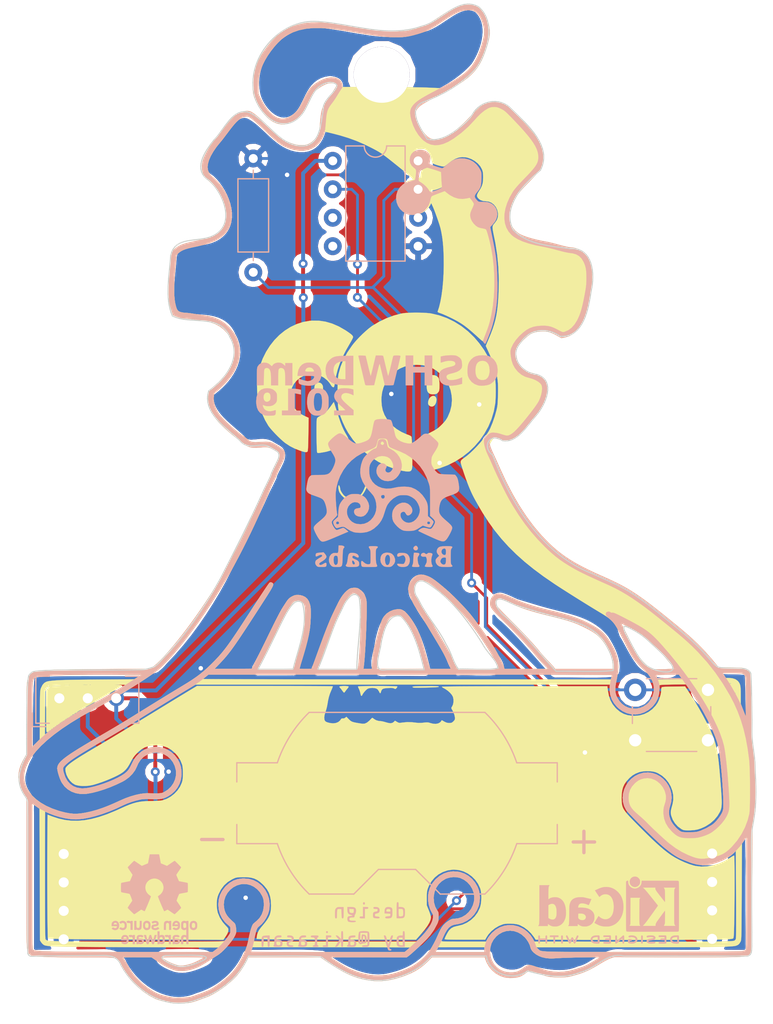
<source format=kicad_pcb>
(kicad_pcb (version 20171130) (host pcbnew 5.0.2+dfsg1-1)
  (layers (0 F.Cu signal) (31 B.Cu signal) (34 B.Paste user) (35 F.Paste user) (36 B.SilkS user) (37 F.SilkS user hide) (38 B.Mask user) (39 F.Mask user) (44 Edge.Cuts user))
  (net 0 "")
  (net 1 "Net-(BT1-Pad1)")
  (net 2 GND)
  (net 3 "Net-(D1-Pad1)")
  (net 4 "Net-(D1-Pad2)")
  (net 5 "Net-(D1-Pad4)")
  (net 6 "Net-(R1-Pad2)")
  (net 7 "Net-(D2-Pad2)")
  (net 8 "Net-(SW2-Pad1)")
  (net 9 "Net-(U1-Pad1)")
  (net 10 "Net-(U1-Pad5)")
  (net 11 "Net-(U1-Pad6)")
  (net 12 "Net-(U1-Pad3)")
  (module OSHWI19:OSHWI_pcb_v3 (layer F.Cu) (at 159.75 81.24)
    (fp_text reference Ref** hide)
    (fp_text value Val** hide)
    (fp_line (start -9.214347 7.028456) (end -9.214395 7.028467) (layer Edge.Cuts) (width 0.1))
    (fp_line (start -9.214347 7.028464) (end -9.214347 7.028456) (layer Edge.Cuts) (width 0.1))
    (fp_line (start -9.162797 7.032264) (end -9.214347 7.028464) (layer Edge.Cuts) (width 0.1))
    (fp_line (start -9.110727 7.041364) (end -9.162797 7.032264) (layer Edge.Cuts) (width 0.1))
    (fp_line (start -9.059117 7.055704) (end -9.110727 7.041364) (layer Edge.Cuts) (width 0.1))
    (fp_line (start -9.008947 7.075174) (end -9.059117 7.055704) (layer Edge.Cuts) (width 0.1))
    (fp_line (start -8.961197 7.099644) (end -9.008947 7.075174) (layer Edge.Cuts) (width 0.1))
    (fp_line (start -8.916847 7.128994) (end -8.961197 7.099644) (layer Edge.Cuts) (width 0.1))
    (fp_line (start -8.876867 7.163114) (end -8.916847 7.128994) (layer Edge.Cuts) (width 0.1))
    (fp_line (start -8.842237 7.201884) (end -8.876867 7.163114) (layer Edge.Cuts) (width 0.1))
    (fp_line (start -8.807077 7.32739) (end -8.842237 7.201884) (layer Edge.Cuts) (width 0.1))
    (fp_line (start -8.775917 7.454051) (end -8.807077 7.32739) (layer Edge.Cuts) (width 0.1))
    (fp_line (start -8.748767 7.58171) (end -8.775917 7.454051) (layer Edge.Cuts) (width 0.1))
    (fp_line (start -8.725617 7.710207) (end -8.748767 7.58171) (layer Edge.Cuts) (width 0.1))
    (fp_line (start -8.706457 7.839393) (end -8.725617 7.710207) (layer Edge.Cuts) (width 0.1))
    (fp_line (start -8.691297 7.969105) (end -8.706457 7.839393) (layer Edge.Cuts) (width 0.1))
    (fp_line (start -8.680127 8.099184) (end -8.691297 7.969105) (layer Edge.Cuts) (width 0.1))
    (fp_line (start -8.673027 8.229478) (end -8.680127 8.099184) (layer Edge.Cuts) (width 0.1))
    (fp_line (start -8.666227 8.421174) (end -8.673027 8.229478) (layer Edge.Cuts) (width 0.1))
    (fp_line (start -8.666139 8.612828) (end -8.666227 8.421174) (layer Edge.Cuts) (width 0.1))
    (fp_line (start -8.672439 8.80432) (end -8.666139 8.612828) (layer Edge.Cuts) (width 0.1))
    (fp_line (start -8.684689 8.995529) (end -8.672439 8.80432) (layer Edge.Cuts) (width 0.1))
    (fp_line (start -8.702549 9.186341) (end -8.684689 8.995529) (layer Edge.Cuts) (width 0.1))
    (fp_line (start -8.725669 9.376635) (end -8.702549 9.186341) (layer Edge.Cuts) (width 0.1))
    (fp_line (start -8.753679 9.566296) (end -8.725669 9.376635) (layer Edge.Cuts) (width 0.1))
    (fp_line (start -8.786219 9.755201) (end -8.753679 9.566296) (layer Edge.Cuts) (width 0.1))
    (fp_line (start -8.874989 10.179108) (end -8.786219 9.755201) (layer Edge.Cuts) (width 0.1))
    (fp_line (start -8.976573 10.599814) (end -8.874989 10.179108) (layer Edge.Cuts) (width 0.1))
    (fp_line (start -9.08773 11.018129) (end -8.976573 10.599814) (layer Edge.Cuts) (width 0.1))
    (fp_line (start -9.205237 11.434858) (end -9.08773 11.018129) (layer Edge.Cuts) (width 0.1))
    (fp_line (start -9.446362 12.266803) (end -9.205237 11.434858) (layer Edge.Cuts) (width 0.1))
    (fp_line (start -9.563522 12.683636) (end -9.446362 12.266803) (layer Edge.Cuts) (width 0.1))
    (fp_line (start -9.674105 13.102119) (end -9.563522 12.683636) (layer Edge.Cuts) (width 0.1))
    (fp_line (start -10.434242 13.106319) (end -9.674105 13.102119) (layer Edge.Cuts) (width 0.1))
    (fp_line (start -11.194416 13.107113) (end -10.434242 13.106319) (layer Edge.Cuts) (width 0.1))
    (fp_line (start -12.714776 13.106909) (end -11.194416 13.107113) (layer Edge.Cuts) (width 0.1))
    (fp_line (start -12.749886 13.112509) (end -12.714776 13.106909) (layer Edge.Cuts) (width 0.1))
    (fp_line (start -12.774046 13.111409) (end -12.749886 13.112509) (layer Edge.Cuts) (width 0.1))
    (fp_line (start -12.788436 13.104209) (end -12.774046 13.111409) (layer Edge.Cuts) (width 0.1))
    (fp_line (start -12.794236 13.091799) (end -12.788436 13.104209) (layer Edge.Cuts) (width 0.1))
    (fp_line (start -12.792636 13.074919) (end -12.794236 13.091799) (layer Edge.Cuts) (width 0.1))
    (fp_line (start -12.784836 13.054309) (end -12.792636 13.074919) (layer Edge.Cuts) (width 0.1))
    (fp_line (start -12.755456 13.004989) (end -12.784836 13.054309) (layer Edge.Cuts) (width 0.1))
    (fp_line (start -12.498895 12.523987) (end -12.755456 13.004989) (layer Edge.Cuts) (width 0.1))
    (fp_line (start -12.247387 12.04039) (end -12.498895 12.523987) (layer Edge.Cuts) (width 0.1))
    (fp_line (start -12.00006 11.554657) (end -12.247387 12.04039) (layer Edge.Cuts) (width 0.1))
    (fp_line (start -11.756027 11.067239) (end -12.00006 11.554657) (layer Edge.Cuts) (width 0.1))
    (fp_line (start -11.274337 10.08918) (end -11.756027 11.067239) (layer Edge.Cuts) (width 0.1))
    (fp_line (start -10.795288 9.109867) (end -11.274337 10.08918) (layer Edge.Cuts) (width 0.1))
    (fp_line (start -10.575993 8.675562) (end -10.795288 9.109867) (layer Edge.Cuts) (width 0.1))
    (fp_line (start -10.464572 8.458889) (end -10.575993 8.675562) (layer Edge.Cuts) (width 0.1))
    (fp_line (start -10.349695 8.244132) (end -10.464572 8.458889) (layer Edge.Cuts) (width 0.1))
    (fp_line (start -10.229661 8.032484) (end -10.349695 8.244132) (layer Edge.Cuts) (width 0.1))
    (fp_line (start -10.102772 7.825141) (end -10.229661 8.032484) (layer Edge.Cuts) (width 0.1))
    (fp_line (start -9.967322 7.6233) (end -10.102772 7.825141) (layer Edge.Cuts) (width 0.1))
    (fp_line (start -9.821608 7.428154) (end -9.967322 7.6233) (layer Edge.Cuts) (width 0.1))
    (fp_line (start -9.696335 7.290727) (end -9.821608 7.428154) (layer Edge.Cuts) (width 0.1))
    (fp_line (start -9.627845 7.225367) (end -9.696335 7.290727) (layer Edge.Cuts) (width 0.1))
    (fp_line (start -9.555035 7.165447) (end -9.627845 7.225367) (layer Edge.Cuts) (width 0.1))
    (fp_line (start -9.477595 7.113387) (end -9.555035 7.165447) (layer Edge.Cuts) (width 0.1))
    (fp_line (start -9.395215 7.071587) (end -9.477595 7.113387) (layer Edge.Cuts) (width 0.1))
    (fp_line (start -9.307585 7.042467) (end -9.395215 7.071587) (layer Edge.Cuts) (width 0.1))
    (fp_line (start -9.261705 7.033467) (end -9.307585 7.042467) (layer Edge.Cuts) (width 0.1))
    (fp_line (start -9.214395 7.028467) (end -9.261705 7.033467) (layer Edge.Cuts) (width 0.1))
    (fp_line (start -4.184876 6.422663) (end -4.184975 6.422453) (layer Edge.Cuts) (width 0.1))
    (fp_line (start -4.184876 6.422653) (end -4.184876 6.422663) (layer Edge.Cuts) (width 0.1))
    (fp_line (start -4.125916 6.423182) (end -4.184876 6.422653) (layer Edge.Cuts) (width 0.1))
    (fp_line (start -4.096666 6.426282) (end -4.125916 6.423182) (layer Edge.Cuts) (width 0.1))
    (fp_line (start -4.068036 6.433182) (end -4.096666 6.426282) (layer Edge.Cuts) (width 0.1))
    (fp_line (start -4.021846 6.454372) (end -4.068036 6.433182) (layer Edge.Cuts) (width 0.1))
    (fp_line (start -3.977266 6.479932) (end -4.021846 6.454372) (layer Edge.Cuts) (width 0.1))
    (fp_line (start -3.934846 6.509542) (end -3.977266 6.479932) (layer Edge.Cuts) (width 0.1))
    (fp_line (start -3.895126 6.542872) (end -3.934846 6.509542) (layer Edge.Cuts) (width 0.1))
    (fp_line (start -3.858656 6.579592) (end -3.895126 6.542872) (layer Edge.Cuts) (width 0.1))
    (fp_line (start -3.825986 6.619392) (end -3.858656 6.579592) (layer Edge.Cuts) (width 0.1))
    (fp_line (start -3.797666 6.661932) (end -3.825986 6.619392) (layer Edge.Cuts) (width 0.1))
    (fp_line (start -3.774256 6.706892) (end -3.797666 6.661932) (layer Edge.Cuts) (width 0.1))
    (fp_line (start -3.745586 6.88674) (end -3.774256 6.706892) (layer Edge.Cuts) (width 0.1))
    (fp_line (start -3.722246 7.067323) (end -3.745586 6.88674) (layer Edge.Cuts) (width 0.1))
    (fp_line (start -3.703756 7.248502) (end -3.722246 7.067323) (layer Edge.Cuts) (width 0.1))
    (fp_line (start -3.689656 7.430136) (end -3.703756 7.248502) (layer Edge.Cuts) (width 0.1))
    (fp_line (start -3.672776 7.79421) (end -3.689656 7.430136) (layer Edge.Cuts) (width 0.1))
    (fp_line (start -3.667876 8.158428) (end -3.672776 7.79421) (layer Edge.Cuts) (width 0.1))
    (fp_line (start -3.673576 8.465503) (end -3.667876 8.158428) (layer Edge.Cuts) (width 0.1))
    (fp_line (start -3.684636 8.772264) (end -3.673576 8.465503) (layer Edge.Cuts) (width 0.1))
    (fp_line (start -3.700296 9.078754) (end -3.684636 8.772264) (layer Edge.Cuts) (width 0.1))
    (fp_line (start -3.719846 9.38502) (end -3.700296 9.078754) (layer Edge.Cuts) (width 0.1))
    (fp_line (start -3.767536 9.997046) (end -3.719846 9.38502) (layer Edge.Cuts) (width 0.1))
    (fp_line (start -3.821656 10.608705) (end -3.767536 9.997046) (layer Edge.Cuts) (width 0.1))
    (fp_line (start -3.876156 11.22035) (end -3.821656 10.608705) (layer Edge.Cuts) (width 0.1))
    (fp_line (start -3.924986 11.832337) (end -3.876156 11.22035) (layer Edge.Cuts) (width 0.1))
    (fp_line (start -3.962106 12.445022) (end -3.924986 11.832337) (layer Edge.Cuts) (width 0.1))
    (fp_line (start -3.974386 12.751737) (end -3.962106 12.445022) (layer Edge.Cuts) (width 0.1))
    (fp_line (start -3.981486 13.05876) (end -3.974386 12.751737) (layer Edge.Cuts) (width 0.1))
    (fp_line (start -3.977986 13.07892) (end -3.981486 13.05876) (layer Edge.Cuts) (width 0.1))
    (fp_line (start -3.982286 13.09244) (end -3.977986 13.07892) (layer Edge.Cuts) (width 0.1))
    (fp_line (start -3.992606 13.10064) (end -3.982286 13.09244) (layer Edge.Cuts) (width 0.1))
    (fp_line (start -4.007236 13.10484) (end -3.992606 13.10064) (layer Edge.Cuts) (width 0.1))
    (fp_line (start -4.074526 13.10804) (end -4.007236 13.10484) (layer Edge.Cuts) (width 0.1))
    (fp_line (start -4.872827 13.11394) (end -4.074526 13.10804) (layer Edge.Cuts) (width 0.1))
    (fp_line (start -5.67117 13.114734) (end -4.872827 13.11394) (layer Edge.Cuts) (width 0.1))
    (fp_line (start -7.267869 13.114204) (end -5.67117 13.114734) (layer Edge.Cuts) (width 0.1))
    (fp_line (start -7.319229 13.112604) (end -7.267869 13.114204) (layer Edge.Cuts) (width 0.1))
    (fp_line (start -7.378429 13.116204) (end -7.319229 13.112604) (layer Edge.Cuts) (width 0.1))
    (fp_line (start -7.430519 13.114904) (end -7.378429 13.116204) (layer Edge.Cuts) (width 0.1))
    (fp_line (start -7.449229 13.109304) (end -7.430519 13.114904) (layer Edge.Cuts) (width 0.1))
    (fp_line (start -7.460549 13.098694) (end -7.449229 13.109304) (layer Edge.Cuts) (width 0.1))
    (fp_line (start -7.255301 12.611612) (end -7.460549 13.098694) (layer Edge.Cuts) (width 0.1))
    (fp_line (start -7.061716 12.120019) (end -7.255301 12.611612) (layer Edge.Cuts) (width 0.1))
    (fp_line (start -6.876526 11.625177) (end -7.061716 12.120019) (layer Edge.Cuts) (width 0.1))
    (fp_line (start -6.696462 11.128345) (end -6.876526 11.625177) (layer Edge.Cuts) (width 0.1))
    (fp_line (start -6.338631 10.133747) (end -6.696462 11.128345) (layer Edge.Cuts) (width 0.1))
    (fp_line (start -6.154325 9.638497) (end -6.338631 10.133747) (layer Edge.Cuts) (width 0.1))
    (fp_line (start -5.962068 9.146296) (end -6.154325 9.638497) (layer Edge.Cuts) (width 0.1))
    (fp_line (start -5.885238 8.955923) (end -5.962068 9.146296) (layer Edge.Cuts) (width 0.1))
    (fp_line (start -5.804298 8.767388) (end -5.885238 8.955923) (layer Edge.Cuts) (width 0.1))
    (fp_line (start -5.63274 8.39468) (end -5.804298 8.767388) (layer Edge.Cuts) (width 0.1))
    (fp_line (start -5.452762 8.025838) (end -5.63274 8.39468) (layer Edge.Cuts) (width 0.1))
    (fp_line (start -5.269731 7.65853) (end -5.452762 8.025838) (layer Edge.Cuts) (width 0.1))
    (fp_line (start -5.166721 7.43229) (end -5.269731 7.65853) (layer Edge.Cuts) (width 0.1))
    (fp_line (start -5.110131 7.321573) (end -5.166721 7.43229) (layer Edge.Cuts) (width 0.1))
    (fp_line (start -5.049711 7.212975) (end -5.110131 7.321573) (layer Edge.Cuts) (width 0.1))
    (fp_line (start -4.985141 7.106885) (end -5.049711 7.212975) (layer Edge.Cuts) (width 0.1))
    (fp_line (start -4.916081 7.003692) (end -4.985141 7.106885) (layer Edge.Cuts) (width 0.1))
    (fp_line (start -4.842201 6.903782) (end -4.916081 7.003692) (layer Edge.Cuts) (width 0.1))
    (fp_line (start -4.763181 6.807542) (end -4.842201 6.903782) (layer Edge.Cuts) (width 0.1))
    (fp_line (start -4.642155 6.677253) (end -4.763181 6.807542) (layer Edge.Cuts) (width 0.1))
    (fp_line (start -4.577285 6.613893) (end -4.642155 6.677253) (layer Edge.Cuts) (width 0.1))
    (fp_line (start -4.508695 6.555303) (end -4.577285 6.613893) (layer Edge.Cuts) (width 0.1))
    (fp_line (start -4.435775 6.504173) (end -4.508695 6.555303) (layer Edge.Cuts) (width 0.1))
    (fp_line (start -4.357925 6.463193) (end -4.435775 6.504173) (layer Edge.Cuts) (width 0.1))
    (fp_line (start -4.274525 6.435053) (end -4.357925 6.463193) (layer Edge.Cuts) (width 0.1))
    (fp_line (start -4.230555 6.426653) (end -4.274525 6.435053) (layer Edge.Cuts) (width 0.1))
    (fp_line (start -4.184975 6.422453) (end -4.230555 6.426653) (layer Edge.Cuts) (width 0.1))
    (fp_line (start 1.752471 5.210207) (end 1.752486 5.210304) (layer Edge.Cuts) (width 0.1))
    (fp_line (start 1.752471 5.210213) (end 1.752471 5.210207) (layer Edge.Cuts) (width 0.1))
    (fp_line (start 1.812751 5.209948) (end 1.752471 5.210213) (layer Edge.Cuts) (width 0.1))
    (fp_line (start 1.871601 5.216548) (end 1.812751 5.209948) (layer Edge.Cuts) (width 0.1))
    (fp_line (start 1.929081 5.229168) (end 1.871601 5.216548) (layer Edge.Cuts) (width 0.1))
    (fp_line (start 1.985231 5.246948) (end 1.929081 5.229168) (layer Edge.Cuts) (width 0.1))
    (fp_line (start 2.093729 5.294648) (end 1.985231 5.246948) (layer Edge.Cuts) (width 0.1))
    (fp_line (start 2.197461 5.352878) (end 2.093729 5.294648) (layer Edge.Cuts) (width 0.1))
    (fp_line (start 2.424185 5.491287) (end 2.197461 5.352878) (layer Edge.Cuts) (width 0.1))
    (fp_line (start 2.646491 5.636035) (end 2.424185 5.491287) (layer Edge.Cuts) (width 0.1))
    (fp_line (start 2.864473 5.786826) (end 2.646491 5.636035) (layer Edge.Cuts) (width 0.1))
    (fp_line (start 3.078225 5.943364) (end 2.864473 5.786826) (layer Edge.Cuts) (width 0.1))
    (fp_line (start 3.287846 6.105358) (end 3.078225 5.943364) (layer Edge.Cuts) (width 0.1))
    (fp_line (start 3.49343 6.272511) (end 3.287846 6.105358) (layer Edge.Cuts) (width 0.1))
    (fp_line (start 3.695074 6.444527) (end 3.49343 6.272511) (layer Edge.Cuts) (width 0.1))
    (fp_line (start 3.892872 6.621116) (end 3.695074 6.444527) (layer Edge.Cuts) (width 0.1))
    (fp_line (start 4.08692 6.801977) (end 3.892872 6.621116) (layer Edge.Cuts) (width 0.1))
    (fp_line (start 4.277314 6.986817) (end 4.08692 6.801977) (layer Edge.Cuts) (width 0.1))
    (fp_line (start 4.464152 7.175344) (end 4.277314 6.986817) (layer Edge.Cuts) (width 0.1))
    (fp_line (start 4.647527 7.367259) (end 4.464152 7.175344) (layer Edge.Cuts) (width 0.1))
    (fp_line (start 4.827533 7.56227) (end 4.647527 7.367259) (layer Edge.Cuts) (width 0.1))
    (fp_line (start 5.00427 7.760083) (end 4.827533 7.56227) (layer Edge.Cuts) (width 0.1))
    (fp_line (start 5.348315 8.16293) (end 5.00427 7.760083) (layer Edge.Cuts) (width 0.1))
    (fp_line (start 5.606043 8.487743) (end 5.348315 8.16293) (layer Edge.Cuts) (width 0.1))
    (fp_line (start 5.858437 8.816726) (end 5.606043 8.487743) (layer Edge.Cuts) (width 0.1))
    (fp_line (start 6.105526 9.149731) (end 5.858437 8.816726) (layer Edge.Cuts) (width 0.1))
    (fp_line (start 6.347332 9.486606) (end 6.105526 9.149731) (layer Edge.Cuts) (width 0.1))
    (fp_line (start 6.583888 9.827199) (end 6.347332 9.486606) (layer Edge.Cuts) (width 0.1))
    (fp_line (start 6.815216 10.171358) (end 6.583888 9.827199) (layer Edge.Cuts) (width 0.1))
    (fp_line (start 7.04135 10.518936) (end 6.815216 10.171358) (layer Edge.Cuts) (width 0.1))
    (fp_line (start 7.262311 10.869779) (end 7.04135 10.518936) (layer Edge.Cuts) (width 0.1))
    (fp_line (start 7.339351 11.008952) (end 7.262311 10.869779) (layer Edge.Cuts) (width 0.1))
    (fp_line (start 7.423091 11.143739) (end 7.339351 11.008952) (layer Edge.Cuts) (width 0.1))
    (fp_line (start 7.512361 11.274867) (end 7.423091 11.143739) (layer Edge.Cuts) (width 0.1))
    (fp_line (start 7.605991 11.40306) (end 7.512361 11.274867) (layer Edge.Cuts) (width 0.1))
    (fp_line (start 7.801661 11.653554) (end 7.605991 11.40306) (layer Edge.Cuts) (width 0.1))
    (fp_line (start 8.000736 11.901035) (end 7.801661 11.653554) (layer Edge.Cuts) (width 0.1))
    (fp_line (start 8.197031 12.153278) (end 8.000736 11.901035) (layer Edge.Cuts) (width 0.1))
    (fp_line (start 8.292811 12.282926) (end 8.197031 12.153278) (layer Edge.Cuts) (width 0.1))
    (fp_line (start 8.382681 12.416226) (end 8.292811 12.282926) (layer Edge.Cuts) (width 0.1))
    (fp_line (start 8.463411 12.554159) (end 8.382681 12.416226) (layer Edge.Cuts) (width 0.1))
    (fp_line (start 8.531751 12.6977) (end 8.463411 12.554159) (layer Edge.Cuts) (width 0.1))
    (fp_line (start 8.560261 12.77188) (end 8.531751 12.6977) (layer Edge.Cuts) (width 0.1))
    (fp_line (start 8.584471 12.84783) (end 8.560261 12.77188) (layer Edge.Cuts) (width 0.1))
    (fp_line (start 8.603941 12.92567) (end 8.584471 12.84783) (layer Edge.Cuts) (width 0.1))
    (fp_line (start 8.618311 13.00552) (end 8.603941 12.92567) (layer Edge.Cuts) (width 0.1))
    (fp_line (start 8.426472 13.04708) (end 8.618311 13.00552) (layer Edge.Cuts) (width 0.1))
    (fp_line (start 8.232776 13.07894) (end 8.426472 13.04708) (layer Edge.Cuts) (width 0.1))
    (fp_line (start 8.037712 13.10085) (end 8.232776 13.07894) (layer Edge.Cuts) (width 0.1))
    (fp_line (start 7.841774 13.11257) (end 8.037712 13.10085) (layer Edge.Cuts) (width 0.1))
    (fp_line (start 7.599038 13.12007) (end 7.841774 13.11257) (layer Edge.Cuts) (width 0.1))
    (fp_line (start 7.356333 13.12197) (end 7.599038 13.12007) (layer Edge.Cuts) (width 0.1))
    (fp_line (start 6.870989 13.11377) (end 7.356333 13.12197) (layer Edge.Cuts) (width 0.1))
    (fp_line (start 6.385674 13.09906) (end 6.870989 13.11377) (layer Edge.Cuts) (width 0.1))
    (fp_line (start 5.900317 13.08866) (end 6.385674 13.09906) (layer Edge.Cuts) (width 0.1))
    (fp_line (start 5.699094 13.087866) (end 5.900317 13.08866) (layer Edge.Cuts) (width 0.1))
    (fp_line (start 5.497603 13.085266) (end 5.699094 13.087866) (layer Edge.Cuts) (width 0.1))
    (fp_line (start 5.296372 13.087866) (end 5.497603 13.085266) (layer Edge.Cuts) (width 0.1))
    (fp_line (start 5.196015 13.093366) (end 5.296372 13.087866) (layer Edge.Cuts) (width 0.1))
    (fp_line (start 5.095921 13.102766) (end 5.196015 13.093366) (layer Edge.Cuts) (width 0.1))
    (fp_line (start 5.017141 12.993707) (end 5.095921 13.102766) (layer Edge.Cuts) (width 0.1))
    (fp_line (start 4.940831 12.882926) (end 5.017141 12.993707) (layer Edge.Cuts) (width 0.1))
    (fp_line (start 4.849151 12.724983) (end 4.940831 12.882926) (layer Edge.Cuts) (width 0.1))
    (fp_line (start 4.766011 12.562786) (end 4.849151 12.724983) (layer Edge.Cuts) (width 0.1))
    (fp_line (start 4.689491 12.397305) (end 4.766011 12.562786) (layer Edge.Cuts) (width 0.1))
    (fp_line (start 4.617671 12.229504) (end 4.689491 12.397305) (layer Edge.Cuts) (width 0.1))
    (fp_line (start 4.480429 11.890821) (end 4.617671 12.229504) (layer Edge.Cuts) (width 0.1))
    (fp_line (start 4.411169 11.721874) (end 4.480429 11.890821) (layer Edge.Cuts) (width 0.1))
    (fp_line (start 4.338919 11.55448) (end 4.411169 11.721874) (layer Edge.Cuts) (width 0.1))
    (fp_line (start 4.284519 11.42988) (end 4.338919 11.55448) (layer Edge.Cuts) (width 0.1))
    (fp_line (start 4.224999 11.307886) (end 4.284519 11.42988) (layer Edge.Cuts) (width 0.1))
    (fp_line (start 4.096272 11.068811) (end 4.224999 11.307886) (layer Edge.Cuts) (width 0.1))
    (fp_line (start 3.964044 10.83144) (end 4.096272 11.068811) (layer Edge.Cuts) (width 0.1))
    (fp_line (start 3.900144 10.711573) (end 3.964044 10.83144) (layer Edge.Cuts) (width 0.1))
    (fp_line (start 3.839614 10.589952) (end 3.900144 10.711573) (layer Edge.Cuts) (width 0.1))
    (fp_line (start 3.734966 10.39955) (end 3.839614 10.589952) (layer Edge.Cuts) (width 0.1))
    (fp_line (start 3.626286 10.211685) (end 3.734966 10.39955) (layer Edge.Cuts) (width 0.1))
    (fp_line (start 3.398758 9.842335) (end 3.626286 10.211685) (layer Edge.Cuts) (width 0.1))
    (fp_line (start 3.160879 9.47948) (end 3.398758 9.842335) (layer Edge.Cuts) (width 0.1))
    (fp_line (start 2.916502 9.120684) (end 3.160879 9.47948) (layer Edge.Cuts) (width 0.1))
    (fp_line (start 2.423665 8.405568) (end 2.916502 9.120684) (layer Edge.Cuts) (width 0.1))
    (fp_line (start 2.182907 8.044385) (end 2.423665 8.405568) (layer Edge.Cuts) (width 0.1))
    (fp_line (start 1.951058 7.677548) (end 2.182907 8.044385) (layer Edge.Cuts) (width 0.1))
    (fp_line (start 1.879608 7.561177) (end 1.951058 7.677548) (layer Edge.Cuts) (width 0.1))
    (fp_line (start 1.811738 7.442815) (end 1.879608 7.561177) (layer Edge.Cuts) (width 0.1))
    (fp_line (start 1.682822 7.202299) (end 1.811738 7.442815) (layer Edge.Cuts) (width 0.1))
    (fp_line (start 1.556502 6.960353) (end 1.682822 7.202299) (layer Edge.Cuts) (width 0.1))
    (fp_line (start 1.424956 6.721334) (end 1.556502 6.960353) (layer Edge.Cuts) (width 0.1))
    (fp_line (start 1.382956 6.667074) (end 1.424956 6.721334) (layer Edge.Cuts) (width 0.1))
    (fp_line (start 1.344646 6.610294) (end 1.382956 6.667074) (layer Edge.Cuts) (width 0.1))
    (fp_line (start 1.310056 6.551244) (end 1.344646 6.610294) (layer Edge.Cuts) (width 0.1))
    (fp_line (start 1.279216 6.490164) (end 1.310056 6.551244) (layer Edge.Cuts) (width 0.1))
    (fp_line (start 1.252146 6.427294) (end 1.279216 6.490164) (layer Edge.Cuts) (width 0.1))
    (fp_line (start 1.228866 6.362884) (end 1.252146 6.427294) (layer Edge.Cuts) (width 0.1))
    (fp_line (start 1.209416 6.297174) (end 1.228866 6.362884) (layer Edge.Cuts) (width 0.1))
    (fp_line (start 1.193806 6.230404) (end 1.209416 6.297174) (layer Edge.Cuts) (width 0.1))
    (fp_line (start 1.174226 6.094665) (end 1.193806 6.230404) (layer Edge.Cuts) (width 0.1))
    (fp_line (start 1.170326 5.957614) (end 1.174226 6.094665) (layer Edge.Cuts) (width 0.1))
    (fp_line (start 1.174326 5.889204) (end 1.170326 5.957614) (layer Edge.Cuts) (width 0.1))
    (fp_line (start 1.182326 5.821194) (end 1.174326 5.889204) (layer Edge.Cuts) (width 0.1))
    (fp_line (start 1.194366 5.753834) (end 1.182326 5.821194) (layer Edge.Cuts) (width 0.1))
    (fp_line (start 1.210456 5.687354) (end 1.194366 5.753834) (layer Edge.Cuts) (width 0.1))
    (fp_line (start 1.241016 5.596164) (end 1.210456 5.687354) (layer Edge.Cuts) (width 0.1))
    (fp_line (start 1.284076 5.508514) (end 1.241016 5.596164) (layer Edge.Cuts) (width 0.1))
    (fp_line (start 1.338696 5.427154) (end 1.284076 5.508514) (layer Edge.Cuts) (width 0.1))
    (fp_line (start 1.403946 5.354814) (end 1.338696 5.427154) (layer Edge.Cuts) (width 0.1))
    (fp_line (start 1.440256 5.322884) (end 1.403946 5.354814) (layer Edge.Cuts) (width 0.1))
    (fp_line (start 1.478876 5.294234) (end 1.440256 5.322884) (layer Edge.Cuts) (width 0.1))
    (fp_line (start 1.519686 5.269204) (end 1.478876 5.294234) (layer Edge.Cuts) (width 0.1))
    (fp_line (start 1.562566 5.248144) (end 1.519686 5.269204) (layer Edge.Cuts) (width 0.1))
    (fp_line (start 1.607406 5.231394) (end 1.562566 5.248144) (layer Edge.Cuts) (width 0.1))
    (fp_line (start 1.654086 5.219304) (end 1.607406 5.231394) (layer Edge.Cuts) (width 0.1))
    (fp_line (start 1.702486 5.212204) (end 1.654086 5.219304) (layer Edge.Cuts) (width 0.1))
    (fp_line (start 1.752486 5.210304) (end 1.702486 5.212204) (layer Edge.Cuts) (width 0.1))
    (fp_line (start -0.326525 8.330716) (end -0.326501 8.330678) (layer Edge.Cuts) (width 0.1))
    (fp_line (start -0.326525 8.33079) (end -0.326525 8.330716) (layer Edge.Cuts) (width 0.1))
    (fp_line (start -0.257595 8.33269) (end -0.326525 8.33079) (layer Edge.Cuts) (width 0.1))
    (fp_line (start -0.187795 8.33829) (end -0.257595 8.33269) (layer Edge.Cuts) (width 0.1))
    (fp_line (start -0.119275 8.35057) (end -0.187795 8.33829) (layer Edge.Cuts) (width 0.1))
    (fp_line (start -0.054205 8.37242) (end -0.119275 8.35057) (layer Edge.Cuts) (width 0.1))
    (fp_line (start 0.016135 8.43956) (end -0.054205 8.37242) (layer Edge.Cuts) (width 0.1))
    (fp_line (start 0.083665 8.50953) (end 0.016135 8.43956) (layer Edge.Cuts) (width 0.1))
    (fp_line (start 0.211628 8.656332) (end 0.083665 8.50953) (layer Edge.Cuts) (width 0.1))
    (fp_line (start 0.332286 8.809554) (end 0.211628 8.656332) (layer Edge.Cuts) (width 0.1))
    (fp_line (start 0.44825 8.965934) (end 0.332286 8.809554) (layer Edge.Cuts) (width 0.1))
    (fp_line (start 0.54678 9.109407) (end 0.44825 8.965934) (layer Edge.Cuts) (width 0.1))
    (fp_line (start 0.64056 9.255618) (end 0.54678 9.109407) (layer Edge.Cuts) (width 0.1))
    (fp_line (start 0.72983 9.404388) (end 0.64056 9.255618) (layer Edge.Cuts) (width 0.1))
    (fp_line (start 0.81482 9.555526) (end 0.72983 9.404388) (layer Edge.Cuts) (width 0.1))
    (fp_line (start 0.89577 9.708855) (end 0.81482 9.555526) (layer Edge.Cuts) (width 0.1))
    (fp_line (start 0.97292 9.864181) (end 0.89577 9.708855) (layer Edge.Cuts) (width 0.1))
    (fp_line (start 1.116752 10.180099) (end 0.97292 9.864181) (layer Edge.Cuts) (width 0.1))
    (fp_line (start 1.248218 10.501803) (end 1.116752 10.180099) (layer Edge.Cuts) (width 0.1))
    (fp_line (start 1.36921 10.827812) (end 1.248218 10.501803) (layer Edge.Cuts) (width 0.1))
    (fp_line (start 1.481626 11.156647) (end 1.36921 10.827812) (layer Edge.Cuts) (width 0.1))
    (fp_line (start 1.587359 11.486828) (end 1.481626 11.156647) (layer Edge.Cuts) (width 0.1))
    (fp_line (start 1.706501 11.902589) (end 1.587359 11.486828) (layer Edge.Cuts) (width 0.1))
    (fp_line (start 1.820473 12.319861) (end 1.706501 11.902589) (layer Edge.Cuts) (width 0.1))
    (fp_line (start 1.929314 12.738487) (end 1.820473 12.319861) (layer Edge.Cuts) (width 0.1))
    (fp_line (start 2.033068 13.158302) (end 1.929314 12.738487) (layer Edge.Cuts) (width 0.1))
    (fp_line (start 1.634933 13.159902) (end 2.033068 13.158302) (layer Edge.Cuts) (width 0.1))
    (fp_line (start 1.235447 13.157502) (end 1.634933 13.159902) (layer Edge.Cuts) (width 0.1))
    (fp_line (start -0.025655 13.147802) (end 1.235447 13.157502) (layer Edge.Cuts) (width 0.1))
    (fp_line (start -0.656205 13.144102) (end -0.025655 13.147802) (layer Edge.Cuts) (width 0.1))
    (fp_line (start -1.286717 13.147002) (end -0.656205 13.144102) (layer Edge.Cuts) (width 0.1))
    (fp_line (start -1.451667 13.165522) (end -1.286717 13.147002) (layer Edge.Cuts) (width 0.1))
    (fp_line (start -1.535557 13.175552) (end -1.451667 13.165522) (layer Edge.Cuts) (width 0.1))
    (fp_line (start -1.619327 13.181952) (end -1.535557 13.175552) (layer Edge.Cuts) (width 0.1))
    (fp_line (start -1.702197 13.181422) (end -1.619327 13.181952) (layer Edge.Cuts) (width 0.1))
    (fp_line (start -1.783367 13.171072) (end -1.702197 13.181422) (layer Edge.Cuts) (width 0.1))
    (fp_line (start -1.862047 13.147662) (end -1.783367 13.171072) (layer Edge.Cuts) (width 0.1))
    (fp_line (start -1.900207 13.130062) (end -1.862047 13.147662) (layer Edge.Cuts) (width 0.1))
    (fp_line (start -1.937437 13.108022) (end -1.900207 13.130062) (layer Edge.Cuts) (width 0.1))
    (fp_line (start -1.972107 13.080632) (end -1.937437 13.108022) (layer Edge.Cuts) (width 0.1))
    (fp_line (start -2.002567 13.050472) (end -1.972107 13.080632) (layer Edge.Cuts) (width 0.1))
    (fp_line (start -2.029077 13.017812) (end -2.002567 13.050472) (layer Edge.Cuts) (width 0.1))
    (fp_line (start -2.051907 12.982912) (end -2.029077 13.017812) (layer Edge.Cuts) (width 0.1))
    (fp_line (start -2.087547 12.907452) (end -2.051907 12.982912) (layer Edge.Cuts) (width 0.1))
    (fp_line (start -2.111567 12.826212) (end -2.087547 12.907452) (layer Edge.Cuts) (width 0.1))
    (fp_line (start -2.126097 12.741292) (end -2.111567 12.826212) (layer Edge.Cuts) (width 0.1))
    (fp_line (start -2.133197 12.654812) (end -2.126097 12.741292) (layer Edge.Cuts) (width 0.1))
    (fp_line (start -2.133461 12.485603) (end -2.133197 12.654812) (layer Edge.Cuts) (width 0.1))
    (fp_line (start -2.120341 12.33886) (end -2.133461 12.485603) (layer Edge.Cuts) (width 0.1))
    (fp_line (start -2.100131 12.193151) (end -2.120341 12.33886) (layer Edge.Cuts) (width 0.1))
    (fp_line (start -2.074361 12.048273) (end -2.100131 12.193151) (layer Edge.Cuts) (width 0.1))
    (fp_line (start -2.044531 11.90402) (end -2.074361 12.048273) (layer Edge.Cuts) (width 0.1))
    (fp_line (start -1.978751 11.616545) (end -2.044531 11.90402) (layer Edge.Cuts) (width 0.1))
    (fp_line (start -1.914941 11.329067) (end -1.978751 11.616545) (layer Edge.Cuts) (width 0.1))
    (fp_line (start -1.888901 11.220704) (end -1.914941 11.329067) (layer Edge.Cuts) (width 0.1))
    (fp_line (start -1.866911 11.111608) (end -1.888901 11.220704) (layer Edge.Cuts) (width 0.1))
    (fp_line (start -1.830061 10.892107) (end -1.866911 11.111608) (layer Edge.Cuts) (width 0.1))
    (fp_line (start -1.794551 10.672355) (end -1.830061 10.892107) (layer Edge.Cuts) (width 0.1))
    (fp_line (start -1.750551 10.454151) (end -1.794551 10.672355) (layer Edge.Cuts) (width 0.1))
    (fp_line (start -1.64607 10.04352) (end -1.750551 10.454151) (layer Edge.Cuts) (width 0.1))
    (fp_line (start -1.5882 9.839013) (end -1.64607 10.04352) (layer Edge.Cuts) (width 0.1))
    (fp_line (start -1.5239 9.636646) (end -1.5882 9.839013) (layer Edge.Cuts) (width 0.1))
    (fp_line (start -1.45117 9.437627) (end -1.5239 9.636646) (layer Edge.Cuts) (width 0.1))
    (fp_line (start -1.368 9.243155) (end -1.45117 9.437627) (layer Edge.Cuts) (width 0.1))
    (fp_line (start -1.27238 9.054436) (end -1.368 9.243155) (layer Edge.Cuts) (width 0.1))
    (fp_line (start -1.21928 8.962606) (end -1.27238 9.054436) (layer Edge.Cuts) (width 0.1))
    (fp_line (start -1.16231 8.872666) (end -1.21928 8.962606) (layer Edge.Cuts) (width 0.1))
    (fp_line (start -1.08771 8.767968) (end -1.16231 8.872666) (layer Edge.Cuts) (width 0.1))
    (fp_line (start -1.00352 8.668548) (end -1.08771 8.767968) (layer Edge.Cuts) (width 0.1))
    (fp_line (start -0.91026 8.577058) (end -1.00352 8.668548) (layer Edge.Cuts) (width 0.1))
    (fp_line (start -0.808461 8.496128) (end -0.91026 8.577058) (layer Edge.Cuts) (width 0.1))
    (fp_line (start -0.754521 8.460448) (end -0.808461 8.496128) (layer Edge.Cuts) (width 0.1))
    (fp_line (start -0.698651 8.428398) (end -0.754521 8.460448) (layer Edge.Cuts) (width 0.1))
    (fp_line (start -0.640911 8.400298) (end -0.698651 8.428398) (layer Edge.Cuts) (width 0.1))
    (fp_line (start -0.581371 8.376488) (end -0.640911 8.400298) (layer Edge.Cuts) (width 0.1))
    (fp_line (start -0.520091 8.357308) (end -0.581371 8.376488) (layer Edge.Cuts) (width 0.1))
    (fp_line (start -0.457141 8.343078) (end -0.520091 8.357308) (layer Edge.Cuts) (width 0.1))
    (fp_line (start -0.392591 8.334078) (end -0.457141 8.343078) (layer Edge.Cuts) (width 0.1))
    (fp_line (start -0.326501 8.330678) (end -0.392591 8.334078) (layer Edge.Cuts) (width 0.1))
    (fp_line (start 8.812464 6.822368) (end 8.812487 6.822487) (layer Edge.Cuts) (width 0.1))
    (fp_line (start 8.812464 6.822358) (end 8.812464 6.822368) (layer Edge.Cuts) (width 0.1))
    (fp_line (start 8.849061 6.824739) (end 8.812464 6.822358) (layer Edge.Cuts) (width 0.1))
    (fp_line (start 8.885071 6.830772) (end 8.849061 6.824739) (layer Edge.Cuts) (width 0.1))
    (fp_line (start 8.955738 6.850721) (end 8.885071 6.830772) (layer Edge.Cuts) (width 0.1))
    (fp_line (start 9.094618 6.899672) (end 8.955738 6.850721) (layer Edge.Cuts) (width 0.1))
    (fp_line (start 9.234024 6.950265) (end 9.094618 6.899672) (layer Edge.Cuts) (width 0.1))
    (fp_line (start 9.371216 7.006063) (end 9.234024 6.950265) (layer Edge.Cuts) (width 0.1))
    (fp_line (start 9.641131 7.128129) (end 9.371216 7.006063) (layer Edge.Cuts) (width 0.1))
    (fp_line (start 9.90872 7.255584) (end 9.641131 7.128129) (layer Edge.Cuts) (width 0.1))
    (fp_line (start 10.178343 7.378131) (end 9.90872 7.255584) (layer Edge.Cuts) (width 0.1))
    (fp_line (start 10.780765 7.556862) (end 10.178343 7.378131) (layer Edge.Cuts) (width 0.1))
    (fp_line (start 11.38242 7.738546) (end 10.780765 7.556862) (layer Edge.Cuts) (width 0.1))
    (fp_line (start 11.984961 7.923067) (end 11.38242 7.738546) (layer Edge.Cuts) (width 0.1))
    (fp_line (start 12.590669 8.096718) (end 11.984961 7.923067) (layer Edge.Cuts) (width 0.1))
    (fp_line (start 13.199226 8.260138) (end 12.590669 8.096718) (layer Edge.Cuts) (width 0.1))
    (fp_line (start 13.810321 8.413964) (end 13.199226 8.260138) (layer Edge.Cuts) (width 0.1))
    (fp_line (start 14.397691 8.566234) (end 13.810321 8.413964) (layer Edge.Cuts) (width 0.1))
    (fp_line (start 14.691222 8.643948) (end 14.397691 8.566234) (layer Edge.Cuts) (width 0.1))
    (fp_line (start 14.983751 8.725117) (end 14.691222 8.643948) (layer Edge.Cuts) (width 0.1))
    (fp_line (start 15.274602 8.811546) (end 14.983751 8.725117) (layer Edge.Cuts) (width 0.1))
    (fp_line (start 15.563106 8.905036) (end 15.274602 8.811546) (layer Edge.Cuts) (width 0.1))
    (fp_line (start 15.848586 9.00739) (end 15.563106 8.905036) (layer Edge.Cuts) (width 0.1))
    (fp_line (start 16.13037 9.12041) (end 15.848586 9.00739) (layer Edge.Cuts) (width 0.1))
    (fp_line (start 16.268843 9.181261) (end 16.13037 9.12041) (layer Edge.Cuts) (width 0.1))
    (fp_line (start 16.405865 9.245878) (end 16.268843 9.181261) (layer Edge.Cuts) (width 0.1))
    (fp_line (start 16.541221 9.314278) (end 16.405865 9.245878) (layer Edge.Cuts) (width 0.1))
    (fp_line (start 16.674695 9.386482) (end 16.541221 9.314278) (layer Edge.Cuts) (width 0.1))
    (fp_line (start 16.806066 9.462511) (end 16.674695 9.386482) (layer Edge.Cuts) (width 0.1))
    (fp_line (start 16.935119 9.542383) (end 16.806066 9.462511) (layer Edge.Cuts) (width 0.1))
    (fp_line (start 17.061635 9.626124) (end 16.935119 9.542383) (layer Edge.Cuts) (width 0.1))
    (fp_line (start 17.185396 9.713746) (end 17.061635 9.626124) (layer Edge.Cuts) (width 0.1))
    (fp_line (start 17.306187 9.805276) (end 17.185396 9.713746) (layer Edge.Cuts) (width 0.1))
    (fp_line (start 17.423786 9.900729) (end 17.306187 9.805276) (layer Edge.Cuts) (width 0.1))
    (fp_line (start 17.537977 10.000133) (end 17.423786 9.900729) (layer Edge.Cuts) (width 0.1))
    (fp_line (start 17.648544 10.103501) (end 17.537977 10.000133) (layer Edge.Cuts) (width 0.1))
    (fp_line (start 17.755266 10.210855) (end 17.648544 10.103501) (layer Edge.Cuts) (width 0.1))
    (fp_line (start 17.857927 10.322216) (end 17.755266 10.210855) (layer Edge.Cuts) (width 0.1))
    (fp_line (start 17.95631 10.437606) (end 17.857927 10.322216) (layer Edge.Cuts) (width 0.1))
    (fp_line (start 18.050197 10.557044) (end 17.95631 10.437606) (layer Edge.Cuts) (width 0.1))
    (fp_line (start 18.213612 10.826702) (end 18.050197 10.557044) (layer Edge.Cuts) (width 0.1))
    (fp_line (start 18.369912 11.100781) (end 18.213612 10.826702) (layer Edge.Cuts) (width 0.1))
    (fp_line (start 18.515658 11.380475) (end 18.369912 11.100781) (layer Edge.Cuts) (width 0.1))
    (fp_line (start 18.5835 11.522797) (end 18.515658 11.380475) (layer Edge.Cuts) (width 0.1))
    (fp_line (start 18.647412 11.666969) (end 18.5835 11.522797) (layer Edge.Cuts) (width 0.1))
    (fp_line (start 18.72026 11.850825) (end 18.647412 11.666969) (layer Edge.Cuts) (width 0.1))
    (fp_line (start 18.786708 12.038647) (end 18.72026 11.850825) (layer Edge.Cuts) (width 0.1))
    (fp_line (start 18.844215 12.22979) (end 18.786708 12.038647) (layer Edge.Cuts) (width 0.1))
    (fp_line (start 18.89025 12.423603) (end 18.844215 12.22979) (layer Edge.Cuts) (width 0.1))
    (fp_line (start 18.922277 12.619437) (end 18.89025 12.423603) (layer Edge.Cuts) (width 0.1))
    (fp_line (start 18.932252 12.717909) (end 18.922277 12.619437) (layer Edge.Cuts) (width 0.1))
    (fp_line (start 18.937755 12.816644) (end 18.932252 12.717909) (layer Edge.Cuts) (width 0.1))
    (fp_line (start 18.938549 12.915564) (end 18.937755 12.816644) (layer Edge.Cuts) (width 0.1))
    (fp_line (start 18.93421 13.014581) (end 18.938549 12.915564) (layer Edge.Cuts) (width 0.1))
    (fp_line (start 18.924473 13.113618) (end 18.93421 13.014581) (layer Edge.Cuts) (width 0.1))
    (fp_line (start 18.908995 13.212596) (end 18.924473 13.113618) (layer Edge.Cuts) (width 0.1))
    (fp_line (start 18.844445 13.228074) (end 18.908995 13.212596) (layer Edge.Cuts) (width 0.1))
    (fp_line (start 18.77592 13.235456) (end 18.844445 13.228074) (layer Edge.Cuts) (width 0.1))
    (fp_line (start 18.706179 13.23998) (end 18.77592 13.235456) (layer Edge.Cuts) (width 0.1))
    (fp_line (start 18.637977 13.246859) (end 18.706179 13.23998) (layer Edge.Cuts) (width 0.1))
    (fp_line (start 18.341207 13.270725) (end 18.637977 13.246859) (layer Edge.Cuts) (width 0.1))
    (fp_line (start 18.044104 13.287155) (end 18.341207 13.270725) (layer Edge.Cuts) (width 0.1))
    (fp_line (start 17.746736 13.297447) (end 18.044104 13.287155) (layer Edge.Cuts) (width 0.1))
    (fp_line (start 17.449183 13.302924) (end 17.746736 13.297447) (layer Edge.Cuts) (width 0.1))
    (fp_line (start 16.853815 13.304512) (end 17.449183 13.302924) (layer Edge.Cuts) (width 0.1))
    (fp_line (start 16.258595 13.302395) (end 16.853815 13.304512) (layer Edge.Cuts) (width 0.1))
    (fp_line (start 15.032998 13.288002) (end 16.258595 13.302395) (layer Edge.Cuts) (width 0.1))
    (fp_line (start 14.420162 13.286414) (end 15.032998 13.288002) (layer Edge.Cuts) (width 0.1))
    (fp_line (start 13.80731 13.288796) (end 14.420162 13.286414) (layer Edge.Cuts) (width 0.1))
    (fp_line (start 13.436123 12.881276) (end 13.80731 13.288796) (layer Edge.Cuts) (width 0.1))
    (fp_line (start 13.068424 12.470635) (end 13.436123 12.881276) (layer Edge.Cuts) (width 0.1))
    (fp_line (start 12.338849 11.644143) (end 13.068424 12.470635) (layer Edge.Cuts) (width 0.1))
    (fp_line (start 11.609321 10.817606) (end 12.338849 11.644143) (layer Edge.Cuts) (width 0.1))
    (fp_line (start 11.241683 10.406912) (end 11.609321 10.817606) (layer Edge.Cuts) (width 0.1))
    (fp_line (start 10.870586 9.999316) (end 11.241683 10.406912) (layer Edge.Cuts) (width 0.1))
    (fp_line (start 10.481336 9.585904) (end 10.870586 9.999316) (layer Edge.Cuts) (width 0.1))
    (fp_line (start 10.08493 9.179187) (end 10.481336 9.585904) (layer Edge.Cuts) (width 0.1))
    (fp_line (start 9.883285 8.979281) (end 10.08493 9.179187) (layer Edge.Cuts) (width 0.1))
    (fp_line (start 9.678942 8.782179) (end 9.883285 8.979281) (layer Edge.Cuts) (width 0.1))
    (fp_line (start 9.471602 8.588261) (end 9.678942 8.782179) (layer Edge.Cuts) (width 0.1))
    (fp_line (start 9.260956 8.397907) (end 9.471602 8.588261) (layer Edge.Cuts) (width 0.1))
    (fp_line (start 9.176988 8.33783) (end 9.260956 8.397907) (layer Edge.Cuts) (width 0.1))
    (fp_line (start 9.097468 8.272436) (end 9.176988 8.33783) (layer Edge.Cuts) (width 0.1))
    (fp_line (start 9.02204 8.202382) (end 9.097468 8.272436) (layer Edge.Cuts) (width 0.1))
    (fp_line (start 8.950346 8.128328) (end 9.02204 8.202382) (layer Edge.Cuts) (width 0.1))
    (fp_line (start 8.882031 8.050929) (end 8.950346 8.128328) (layer Edge.Cuts) (width 0.1))
    (fp_line (start 8.816742 7.970845) (end 8.882031 8.050929) (layer Edge.Cuts) (width 0.1))
    (fp_line (start 8.693806 7.805253) (end 8.816742 7.970845) (layer Edge.Cuts) (width 0.1))
    (fp_line (start 8.640924 7.722285) (end 8.693806 7.805253) (layer Edge.Cuts) (width 0.1))
    (fp_line (start 8.591076 7.635997) (end 8.640924 7.722285) (layer Edge.Cuts) (width 0.1))
    (fp_line (start 8.545885 7.546702) (end 8.591076 7.635997) (layer Edge.Cuts) (width 0.1))
    (fp_line (start 8.506973 7.45472) (end 8.545885 7.546702) (layer Edge.Cuts) (width 0.1))
    (fp_line (start 8.475959 7.360369) (end 8.506973 7.45472) (layer Edge.Cuts) (width 0.1))
    (fp_line (start 8.454474 7.263966) (end 8.475959 7.360369) (layer Edge.Cuts) (width 0.1))
    (fp_line (start 8.444129 7.165827) (end 8.454474 7.263966) (layer Edge.Cuts) (width 0.1))
    (fp_line (start 8.446511 7.066269) (end 8.444129 7.165827) (layer Edge.Cuts) (width 0.1))
    (fp_line (start 8.452781 7.035509) (end 8.446511 7.066269) (layer Edge.Cuts) (width 0.1))
    (fp_line (start 8.462677 7.006942) (end 8.452781 7.035509) (layer Edge.Cuts) (width 0.1))
    (fp_line (start 8.492059 6.956287) (end 8.462677 7.006942) (layer Edge.Cuts) (width 0.1))
    (fp_line (start 8.532273 6.914091) (end 8.492059 6.956287) (layer Edge.Cuts) (width 0.1))
    (fp_line (start 8.58094 6.88014) (end 8.532273 6.914091) (layer Edge.Cuts) (width 0.1))
    (fp_line (start 8.63568 6.854211) (end 8.58094 6.88014) (layer Edge.Cuts) (width 0.1))
    (fp_line (start 8.694105 6.836113) (end 8.63568 6.854211) (layer Edge.Cuts) (width 0.1))
    (fp_line (start 8.753835 6.82561) (end 8.694105 6.836113) (layer Edge.Cuts) (width 0.1))
    (fp_line (start 8.812487 6.822487) (end 8.753835 6.82561) (layer Edge.Cuts) (width 0.1))
    (fp_line (start 20.009662 9.932995) (end 20.009686 9.932953) (layer Edge.Cuts) (width 0.1))
    (fp_line (start 20.009662 9.932995) (end 20.009662 9.932995) (layer Edge.Cuts) (width 0.1))
    (fp_line (start 19.957682 9.794914) (end 20.009662 9.932995) (layer Edge.Cuts) (width 0.1))
    (fp_line (start 19.911433 9.662218) (end 19.957682 9.794914) (layer Edge.Cuts) (width 0.1))
    (fp_line (start 19.876849 9.540475) (end 19.911433 9.662218) (layer Edge.Cuts) (width 0.1))
    (fp_line (start 19.865789 9.485458) (end 19.876849 9.540475) (layer Edge.Cuts) (width 0.1))
    (fp_line (start 19.859863 9.435266) (end 19.865789 9.485458) (layer Edge.Cuts) (width 0.1))
    (fp_line (start 19.859823 9.390602) (end 19.859863 9.435266) (layer Edge.Cuts) (width 0.1))
    (fp_line (start 19.866411 9.352158) (end 19.859823 9.390602) (layer Edge.Cuts) (width 0.1))
    (fp_line (start 19.880355 9.320636) (end 19.866411 9.352158) (layer Edge.Cuts) (width 0.1))
    (fp_line (start 19.902421 9.296717) (end 19.880355 9.320636) (layer Edge.Cuts) (width 0.1))
    (fp_line (start 19.933327 9.281133) (end 19.902421 9.296717) (layer Edge.Cuts) (width 0.1))
    (fp_line (start 19.973821 9.274545) (end 19.933327 9.281133) (layer Edge.Cuts) (width 0.1))
    (fp_line (start 20.024648 9.277667) (end 19.973821 9.274545) (layer Edge.Cuts) (width 0.1))
    (fp_line (start 20.086547 9.291188) (end 20.024648 9.277667) (layer Edge.Cuts) (width 0.1))
    (fp_line (start 20.30603 9.39488) (end 20.086547 9.291188) (layer Edge.Cuts) (width 0.1))
    (fp_line (start 20.523033 9.503616) (end 20.30603 9.39488) (layer Edge.Cuts) (width 0.1))
    (fp_line (start 20.737176 9.617765) (end 20.523033 9.503616) (layer Edge.Cuts) (width 0.1))
    (fp_line (start 20.948073 9.737698) (end 20.737176 9.617765) (layer Edge.Cuts) (width 0.1))
    (fp_line (start 21.155337 9.863786) (end 20.948073 9.737698) (layer Edge.Cuts) (width 0.1))
    (fp_line (start 21.291711 9.950661) (end 21.155337 9.863786) (layer Edge.Cuts) (width 0.1))
    (fp_line (start 21.425249 10.041644) (end 21.291711 9.950661) (layer Edge.Cuts) (width 0.1))
    (fp_line (start 21.555876 10.136626) (end 21.425249 10.041644) (layer Edge.Cuts) (width 0.1))
    (fp_line (start 21.683514 10.235496) (end 21.555876 10.136626) (layer Edge.Cuts) (width 0.1))
    (fp_line (start 21.808093 10.338138) (end 21.683514 10.235496) (layer Edge.Cuts) (width 0.1))
    (fp_line (start 21.929537 10.444445) (end 21.808093 10.338138) (layer Edge.Cuts) (width 0.1))
    (fp_line (start 22.047768 10.554303) (end 21.929537 10.444445) (layer Edge.Cuts) (width 0.1))
    (fp_line (start 22.733288 11.182498) (end 22.047768 10.554303) (layer Edge.Cuts) (width 0.1))
    (fp_line (start 23.117013 11.542564) (end 22.733288 11.182498) (layer Edge.Cuts) (width 0.1))
    (fp_line (start 23.305944 11.726336) (end 23.117013 11.542564) (layer Edge.Cuts) (width 0.1))
    (fp_line (start 23.487898 11.909642) (end 23.305944 11.726336) (layer Edge.Cuts) (width 0.1))
    (fp_line (start 23.659115 12.09027) (end 23.487898 11.909642) (layer Edge.Cuts) (width 0.1))
    (fp_line (start 23.815828 12.266006) (end 23.659115 12.09027) (layer Edge.Cuts) (width 0.1))
    (fp_line (start 23.954277 12.434631) (end 23.815828 12.266006) (layer Edge.Cuts) (width 0.1))
    (fp_line (start 24.070691 12.593928) (end 23.954277 12.434631) (layer Edge.Cuts) (width 0.1))
    (fp_line (start 24.119461 12.669387) (end 24.070691 12.593928) (layer Edge.Cuts) (width 0.1))
    (fp_line (start 24.16131 12.741685) (end 24.119461 12.669387) (layer Edge.Cuts) (width 0.1))
    (fp_line (start 24.19577 12.810543) (end 24.16131 12.741685) (layer Edge.Cuts) (width 0.1))
    (fp_line (start 24.222368 12.875683) (end 24.19577 12.810543) (layer Edge.Cuts) (width 0.1))
    (fp_line (start 24.240651 12.936831) (end 24.222368 12.875683) (layer Edge.Cuts) (width 0.1))
    (fp_line (start 24.250123 12.993708) (end 24.240651 12.936831) (layer Edge.Cuts) (width 0.1))
    (fp_line (start 24.250319 13.046038) (end 24.250123 12.993708) (layer Edge.Cuts) (width 0.1))
    (fp_line (start 24.240767 13.093544) (end 24.250319 13.046038) (layer Edge.Cuts) (width 0.1))
    (fp_line (start 24.218172 13.143804) (end 24.240767 13.093544) (layer Edge.Cuts) (width 0.1))
    (fp_line (start 24.185245 13.188333) (end 24.218172 13.143804) (layer Edge.Cuts) (width 0.1))
    (fp_line (start 24.142588 13.227222) (end 24.185245 13.188333) (layer Edge.Cuts) (width 0.1))
    (fp_line (start 24.09081 13.260557) (end 24.142588 13.227222) (layer Edge.Cuts) (width 0.1))
    (fp_line (start 24.030516 13.288425) (end 24.09081 13.260557) (layer Edge.Cuts) (width 0.1))
    (fp_line (start 23.962317 13.310915) (end 24.030516 13.288425) (layer Edge.Cuts) (width 0.1))
    (fp_line (start 23.886821 13.328113) (end 23.962317 13.310915) (layer Edge.Cuts) (width 0.1))
    (fp_line (start 23.804634 13.340098) (end 23.886821 13.328113) (layer Edge.Cuts) (width 0.1))
    (fp_line (start 23.716363 13.346977) (end 23.804634 13.340098) (layer Edge.Cuts) (width 0.1))
    (fp_line (start 23.622619 13.34883) (end 23.716363 13.346977) (layer Edge.Cuts) (width 0.1))
    (fp_line (start 23.524006 13.345734) (end 23.622619 13.34883) (layer Edge.Cuts) (width 0.1))
    (fp_line (start 23.421136 13.337796) (end 23.524006 13.345734) (layer Edge.Cuts) (width 0.1))
    (fp_line (start 23.314615 13.325096) (end 23.421136 13.337796) (layer Edge.Cuts) (width 0.1))
    (fp_line (start 23.205051 13.307713) (end 23.314615 13.325096) (layer Edge.Cuts) (width 0.1))
    (fp_line (start 23.093053 13.285753) (end 23.205051 13.307713) (layer Edge.Cuts) (width 0.1))
    (fp_line (start 22.979226 13.259292) (end 23.093053 13.285753) (layer Edge.Cuts) (width 0.1))
    (fp_line (start 22.864183 13.228418) (end 22.979226 13.259292) (layer Edge.Cuts) (width 0.1))
    (fp_line (start 22.748525 13.193217) (end 22.864183 13.228418) (layer Edge.Cuts) (width 0.1))
    (fp_line (start 22.632868 13.153784) (end 22.748525 13.193217) (layer Edge.Cuts) (width 0.1))
    (fp_line (start 22.517811 13.110199) (end 22.632868 13.153784) (layer Edge.Cuts) (width 0.1))
    (fp_line (start 22.403969 13.062556) (end 22.517811 13.110199) (layer Edge.Cuts) (width 0.1))
    (fp_line (start 22.29195 13.010938) (end 22.403969 13.062556) (layer Edge.Cuts) (width 0.1))
    (fp_line (start 22.182357 12.955436) (end 22.29195 13.010938) (layer Edge.Cuts) (width 0.1))
    (fp_line (start 22.075798 12.896135) (end 22.182357 12.955436) (layer Edge.Cuts) (width 0.1))
    (fp_line (start 21.972886 12.833128) (end 22.075798 12.896135) (layer Edge.Cuts) (width 0.1))
    (fp_line (start 21.874226 12.766497) (end 21.972886 12.833128) (layer Edge.Cuts) (width 0.1))
    (fp_line (start 21.780426 12.696333) (end 21.874226 12.766497) (layer Edge.Cuts) (width 0.1))
    (fp_line (start 21.692094 12.62272) (end 21.780426 12.696333) (layer Edge.Cuts) (width 0.1))
    (fp_line (start 21.609838 12.545753) (end 21.692094 12.62272) (layer Edge.Cuts) (width 0.1))
    (fp_line (start 21.534268 12.465513) (end 21.609838 12.545753) (layer Edge.Cuts) (width 0.1))
    (fp_line (start 21.465987 12.382092) (end 21.534268 12.465513) (layer Edge.Cuts) (width 0.1))
    (fp_line (start 21.405606 12.295576) (end 21.465987 12.382092) (layer Edge.Cuts) (width 0.1))
    (fp_line (start 21.27129 12.112466) (end 21.405606 12.295576) (layer Edge.Cuts) (width 0.1))
    (fp_line (start 21.170233 11.963373) (end 21.27129 12.112466) (layer Edge.Cuts) (width 0.1))
    (fp_line (start 21.072816 11.8121) (end 21.170233 11.963373) (layer Edge.Cuts) (width 0.1))
    (fp_line (start 20.886938 11.504186) (end 21.072816 11.8121) (layer Edge.Cuts) (width 0.1))
    (fp_line (start 20.709752 11.191052) (end 20.886938 11.504186) (layer Edge.Cuts) (width 0.1))
    (fp_line (start 20.537344 10.875031) (end 20.709752 11.191052) (layer Edge.Cuts) (width 0.1))
    (fp_line (start 20.365802 10.558452) (end 20.537344 10.875031) (layer Edge.Cuts) (width 0.1))
    (fp_line (start 20.191222 10.243648) (end 20.365802 10.558452) (layer Edge.Cuts) (width 0.1))
    (fp_line (start 20.009686 9.932953) (end 20.191222 10.243648) (layer Edge.Cuts) (width 0.1))
    (fp_line (start -21.032741 38.66645) (end -21.032707 38.666404) (layer Edge.Cuts) (width 0.1))
    (fp_line (start -20.051313 38.64588) (end -21.032741 38.66645) (layer Edge.Cuts) (width 0.1))
    (fp_line (start -19.268426 38.63628) (end -20.051313 38.64588) (layer Edge.Cuts) (width 0.1))
    (fp_line (start -18.708156 38.63438) (end -19.268426 38.63628) (layer Edge.Cuts) (width 0.1))
    (fp_line (start -18.157793 38.65226) (end -18.708156 38.63438) (layer Edge.Cuts) (width 0.1))
    (fp_line (start -17.915029 38.67281) (end -18.157793 38.65226) (layer Edge.Cuts) (width 0.1))
    (fp_line (start -17.709183 38.70333) (end -17.915029 38.67281) (layer Edge.Cuts) (width 0.1))
    (fp_line (start -17.551736 38.7455) (end -17.709183 38.70333) (layer Edge.Cuts) (width 0.1))
    (fp_line (start -17.454166 38.80099) (end -17.551736 38.7455) (layer Edge.Cuts) (width 0.1))
    (fp_line (start -17.431426 38.83426) (end -17.454166 38.80099) (layer Edge.Cuts) (width 0.1))
    (fp_line (start -17.427926 38.87148) (end -17.431426 38.83426) (layer Edge.Cuts) (width 0.1))
    (fp_line (start -17.445166 38.91287) (end -17.427926 38.87148) (layer Edge.Cuts) (width 0.1))
    (fp_line (start -17.484556 38.95864) (end -17.445166 38.91287) (layer Edge.Cuts) (width 0.1))
    (fp_line (start -17.63551 39.064154) (end -17.484556 38.95864) (layer Edge.Cuts) (width 0.1))
    (fp_line (start -17.892266 39.189692) (end -17.63551 39.064154) (layer Edge.Cuts) (width 0.1))
    (fp_line (start -18.213802 39.326393) (end -17.892266 39.189692) (layer Edge.Cuts) (width 0.1))
    (fp_line (start -18.589196 39.462822) (end -18.213802 39.326393) (layer Edge.Cuts) (width 0.1))
    (fp_line (start -18.980365 39.576501) (end -18.589196 39.462822) (layer Edge.Cuts) (width 0.1))
    (fp_line (start -19.349224 39.644951) (end -18.980365 39.576501) (layer Edge.Cuts) (width 0.1))
    (fp_line (start -19.563272 39.658411) (end -19.349224 39.644951) (layer Edge.Cuts) (width 0.1))
    (fp_line (start -19.76815 39.650811) (end -19.563272 39.658411) (layer Edge.Cuts) (width 0.1))
    (fp_line (start -19.972266 39.624611) (end -19.76815 39.650811) (layer Edge.Cuts) (width 0.1))
    (fp_line (start -20.174935 39.579611) (end -19.972266 39.624611) (layer Edge.Cuts) (width 0.1))
    (fp_line (start -20.622489 39.404417) (end -20.174935 39.579611) (layer Edge.Cuts) (width 0.1))
    (fp_line (start -20.88937 39.275884) (end -20.622489 39.404417) (layer Edge.Cuts) (width 0.1))
    (fp_line (start -21.130917 39.134812) (end -20.88937 39.275884) (layer Edge.Cuts) (width 0.1))
    (fp_line (start -21.306577 38.992264) (end -21.130917 39.134812) (layer Edge.Cuts) (width 0.1))
    (fp_line (start -21.357027 38.923894) (end -21.306577 38.992264) (layer Edge.Cuts) (width 0.1))
    (fp_line (start -21.375797 38.859304) (end -21.357027 38.923894) (layer Edge.Cuts) (width 0.1))
    (fp_line (start -21.357817 38.799874) (end -21.375797 38.859304) (layer Edge.Cuts) (width 0.1))
    (fp_line (start -21.298027 38.746994) (end -21.357817 38.799874) (layer Edge.Cuts) (width 0.1))
    (fp_line (start -21.191345 38.702044) (end -21.298027 38.746994) (layer Edge.Cuts) (width 0.1))
    (fp_line (start -21.032707 38.666404) (end -21.191345 38.702044) (layer Edge.Cuts) (width 0.1))
    (fp_line (start 5.895843 -46.273814) (end 5.895813 -46.273613) (layer Edge.Cuts) (width 0.1))
    (fp_line (start 6.057532 -46.273787) (end 5.895843 -46.273814) (layer Edge.Cuts) (width 0.1))
    (fp_line (start 6.220314 -46.258801) (end 6.057532 -46.273787) (layer Edge.Cuts) (width 0.1))
    (fp_line (start 6.385163 -46.228312) (end 6.220314 -46.258801) (layer Edge.Cuts) (width 0.1))
    (fp_line (start 6.551043 -46.181803) (end 6.385163 -46.228312) (layer Edge.Cuts) (width 0.1))
    (fp_line (start 6.718474 -46.117724) (end 6.551043 -46.181803) (layer Edge.Cuts) (width 0.1))
    (fp_line (start 6.887974 -46.035042) (end 6.718474 -46.117724) (layer Edge.Cuts) (width 0.1))
    (fp_line (start 7.029566 -45.904817) (end 6.887974 -46.035042) (layer Edge.Cuts) (width 0.1))
    (fp_line (start 7.157725 -45.767358) (end 7.029566 -45.904817) (layer Edge.Cuts) (width 0.1))
    (fp_line (start 7.27348 -45.623697) (end 7.157725 -45.767358) (layer Edge.Cuts) (width 0.1))
    (fp_line (start 7.376832 -45.474352) (end 7.27348 -45.623697) (layer Edge.Cuts) (width 0.1))
    (fp_line (start 7.546848 -45.159126) (end 7.376832 -45.474352) (layer Edge.Cuts) (width 0.1))
    (fp_line (start 7.671906 -44.82478) (end 7.546848 -45.159126) (layer Edge.Cuts) (width 0.1))
    (fp_line (start 7.754588 -44.47493) (end 7.671906 -44.82478) (layer Edge.Cuts) (width 0.1))
    (fp_line (start 7.79748 -44.113712) (end 7.754588 -44.47493) (layer Edge.Cuts) (width 0.1))
    (fp_line (start 7.8042 -43.743192) (end 7.79748 -44.113712) (layer Edge.Cuts) (width 0.1))
    (fp_line (start 7.77681 -43.368021) (end 7.8042 -43.743192) (layer Edge.Cuts) (width 0.1))
    (fp_line (start 7.719449 -42.990783) (end 7.77681 -43.368021) (layer Edge.Cuts) (width 0.1))
    (fp_line (start 7.633666 -42.615612) (end 7.719449 -42.990783) (layer Edge.Cuts) (width 0.1))
    (fp_line (start 7.52308 -42.245092) (end 7.633666 -42.615612) (layer Edge.Cuts) (width 0.1))
    (fp_line (start 7.390789 -41.88284) (end 7.52308 -42.245092) (layer Edge.Cuts) (width 0.1))
    (fp_line (start 7.239376 -41.532991) (end 7.390789 -41.88284) (layer Edge.Cuts) (width 0.1))
    (fp_line (start 7.071945 -41.198128) (end 7.239376 -41.532991) (layer Edge.Cuts) (width 0.1))
    (fp_line (start 6.891075 -40.881868) (end 7.071945 -41.198128) (layer Edge.Cuts) (width 0.1))
    (fp_line (start 6.70039 -40.587312) (end 6.891075 -40.881868) (layer Edge.Cuts) (width 0.1))
    (fp_line (start 6.450793 -40.317045) (end 6.70039 -40.587312) (layer Edge.Cuts) (width 0.1))
    (fp_line (start 6.190861 -40.058146) (end 6.450793 -40.317045) (layer Edge.Cuts) (width 0.1))
    (fp_line (start 5.922145 -39.810099) (end 6.190861 -40.058146) (layer Edge.Cuts) (width 0.1))
    (fp_line (start 5.645158 -39.573421) (end 5.922145 -39.810099) (layer Edge.Cuts) (width 0.1))
    (fp_line (start 5.068967 -39.131587) (end 5.645158 -39.573421) (layer Edge.Cuts) (width 0.1))
    (fp_line (start 4.468484 -38.732128) (end 5.068967 -39.131587) (layer Edge.Cuts) (width 0.1))
    (fp_line (start 3.850436 -38.374011) (end 4.468484 -38.732128) (layer Edge.Cuts) (width 0.1))
    (fp_line (start 3.224117 -38.061885) (end 3.850436 -38.374011) (layer Edge.Cuts) (width 0.1))
    (fp_line (start 2.584363 -37.777665) (end 3.224117 -38.061885) (layer Edge.Cuts) (width 0.1))
    (fp_line (start 1.948743 -37.537369) (end 2.584363 -37.777665) (layer Edge.Cuts) (width 0.1))
    (fp_line (start 1.815933 -37.478458) (end 1.948743 -37.537369) (layer Edge.Cuts) (width 0.1))
    (fp_line (start 1.698628 -37.412312) (end 1.815933 -37.478458) (layer Edge.Cuts) (width 0.1))
    (fp_line (start 1.596826 -37.339965) (end 1.698628 -37.412312) (layer Edge.Cuts) (width 0.1))
    (fp_line (start 1.509493 -37.2609) (end 1.596826 -37.339965) (layer Edge.Cuts) (width 0.1))
    (fp_line (start 1.436113 -37.176668) (end 1.509493 -37.2609) (layer Edge.Cuts) (width 0.1))
    (fp_line (start 1.375651 -37.086751) (end 1.436113 -37.176668) (layer Edge.Cuts) (width 0.1))
    (fp_line (start 1.292452 -36.892964) (end 1.375651 -37.086751) (layer Edge.Cuts) (width 0.1))
    (fp_line (start 1.253694 -36.682641) (end 1.292452 -36.892964) (layer Edge.Cuts) (width 0.1))
    (fp_line (start 1.255281 -36.458882) (end 1.253694 -36.682641) (layer Edge.Cuts) (width 0.1))
    (fp_line (start 1.290939 -36.225305) (end 1.255281 -36.458882) (layer Edge.Cuts) (width 0.1))
    (fp_line (start 1.35605 -35.985009) (end 1.290939 -36.225305) (layer Edge.Cuts) (width 0.1))
    (fp_line (start 1.444934 -35.741613) (end 1.35605 -35.985009) (layer Edge.Cuts) (width 0.1))
    (fp_line (start 1.552421 -35.497184) (end 1.444934 -35.741613) (layer Edge.Cuts) (width 0.1))
    (fp_line (start 1.802535 -35.021761) (end 1.552421 -35.497184) (layer Edge.Cuts) (width 0.1))
    (fp_line (start 2.063501 -34.583545) (end 1.802535 -35.021761) (layer Edge.Cuts) (width 0.1))
    (fp_line (start 2.294496 -34.209407) (end 2.063501 -34.583545) (layer Edge.Cuts) (width 0.1))
    (fp_line (start 2.576131 -34.170133) (end 2.294496 -34.209407) (layer Edge.Cuts) (width 0.1))
    (fp_line (start 2.853634 -34.16445) (end 2.576131 -34.170133) (layer Edge.Cuts) (width 0.1))
    (fp_line (start 3.126486 -34.190289) (end 2.853634 -34.16445) (layer Edge.Cuts) (width 0.1))
    (fp_line (start 3.395202 -34.244033) (end 3.126486 -34.190289) (layer Edge.Cuts) (width 0.1))
    (fp_line (start 3.658753 -34.323614) (end 3.395202 -34.244033) (layer Edge.Cuts) (width 0.1))
    (fp_line (start 3.917651 -34.425934) (end 3.658753 -34.323614) (layer Edge.Cuts) (width 0.1))
    (fp_line (start 4.171384 -34.548923) (end 3.917651 -34.425934) (layer Edge.Cuts) (width 0.1))
    (fp_line (start 4.419431 -34.688966) (end 4.171384 -34.548923) (layer Edge.Cuts) (width 0.1))
    (fp_line (start 4.662826 -34.843479) (end 4.419431 -34.688966) (layer Edge.Cuts) (width 0.1))
    (fp_line (start 4.90002 -35.009877) (end 4.662826 -34.843479) (layer Edge.Cuts) (width 0.1))
    (fp_line (start 5.356841 -35.367995) (end 4.90002 -35.009877) (layer Edge.Cuts) (width 0.1))
    (fp_line (start 5.789372 -35.740065) (end 5.356841 -35.367995) (layer Edge.Cuts) (width 0.1))
    (fp_line (start 6.143874 -36.11937) (end 5.789372 -35.740065) (layer Edge.Cuts) (width 0.1))
    (fp_line (start 6.315437 -36.378269) (end 6.143874 -36.11937) (layer Edge.Cuts) (width 0.1))
    (fp_line (start 6.466334 -36.626316) (end 6.315437 -36.378269) (layer Edge.Cuts) (width 0.1))
    (fp_line (start 6.644616 -36.848525) (end 6.466334 -36.626316) (layer Edge.Cuts) (width 0.1))
    (fp_line (start 6.846673 -37.042828) (end 6.644616 -36.848525) (layer Edge.Cuts) (width 0.1))
    (fp_line (start 7.069397 -37.209226) (end 6.846673 -37.042828) (layer Edge.Cuts) (width 0.1))
    (fp_line (start 7.308143 -37.345652) (end 7.069397 -37.209226) (layer Edge.Cuts) (width 0.1))
    (fp_line (start 7.560839 -37.452105) (end 7.308143 -37.345652) (layer Edge.Cuts) (width 0.1))
    (fp_line (start 7.823356 -37.527036) (end 7.560839 -37.452105) (layer Edge.Cuts) (width 0.1))
    (fp_line (start 8.092075 -37.569411) (end 7.823356 -37.527036) (layer Edge.Cuts) (width 0.1))
    (fp_line (start 8.363892 -37.578195) (end 8.092075 -37.569411) (layer Edge.Cuts) (width 0.1))
    (fp_line (start 8.634677 -37.552874) (end 8.363892 -37.578195) (layer Edge.Cuts) (width 0.1))
    (fp_line (start 8.901327 -37.491896) (end 8.634677 -37.552874) (layer Edge.Cuts) (width 0.1))
    (fp_line (start 9.160743 -37.394228) (end 8.901327 -37.491896) (layer Edge.Cuts) (width 0.1))
    (fp_line (start 9.40879 -37.258835) (end 9.160743 -37.394228) (layer Edge.Cuts) (width 0.1))
    (fp_line (start 9.642366 -37.085203) (end 9.40879 -37.258835) (layer Edge.Cuts) (width 0.1))
    (fp_line (start 9.857859 -36.871779) (end 9.642366 -37.085203) (layer Edge.Cuts) (width 0.1))
    (fp_line (start 10.410796 -36.333827) (end 9.857859 -36.871779) (layer Edge.Cuts) (width 0.1))
    (fp_line (start 10.997324 -35.747816) (end 10.410796 -36.333827) (layer Edge.Cuts) (width 0.1))
    (fp_line (start 11.287228 -35.437758) (end 10.997324 -35.747816) (layer Edge.Cuts) (width 0.1))
    (fp_line (start 11.566797 -35.117364) (end 11.287228 -35.437758) (layer Edge.Cuts) (width 0.1))
    (fp_line (start 11.82983 -34.786635) (end 11.566797 -35.117364) (layer Edge.Cuts) (width 0.1))
    (fp_line (start 12.070125 -34.446604) (end 11.82983 -34.786635) (layer Edge.Cuts) (width 0.1))
    (fp_line (start 12.280966 -34.097788) (end 12.070125 -34.446604) (layer Edge.Cuts) (width 0.1))
    (fp_line (start 12.456149 -33.740187) (end 12.280966 -34.097788) (layer Edge.Cuts) (width 0.1))
    (fp_line (start 12.589991 -33.374835) (end 12.456149 -33.740187) (layer Edge.Cuts) (width 0.1))
    (fp_line (start 12.675775 -33.001731) (end 12.589991 -33.374835) (layer Edge.Cuts) (width 0.1))
    (fp_line (start 12.698502 -32.812595) (end 12.675775 -33.001731) (layer Edge.Cuts) (width 0.1))
    (fp_line (start 12.707286 -32.621909) (end 12.698502 -32.812595) (layer Edge.Cuts) (width 0.1))
    (fp_line (start 12.700566 -32.429673) (end 12.707286 -32.621909) (layer Edge.Cuts) (width 0.1))
    (fp_line (start 12.678341 -32.235886) (end 12.700566 -32.429673) (layer Edge.Cuts) (width 0.1))
    (fp_line (start 12.639066 -32.040549) (end 12.678341 -32.235886) (layer Edge.Cuts) (width 0.1))
    (fp_line (start 12.582739 -31.843662) (end 12.639066 -32.040549) (layer Edge.Cuts) (width 0.1))
    (fp_line (start 12.507809 -31.645225) (end 12.582739 -31.843662) (layer Edge.Cuts) (width 0.1))
    (fp_line (start 12.414274 -31.44627) (end 12.507809 -31.645225) (layer Edge.Cuts) (width 0.1))
    (fp_line (start 11.836016 -30.952244) (end 12.414274 -31.44627) (layer Edge.Cuts) (width 0.1))
    (fp_line (start 11.543011 -30.679909) (end 11.836016 -30.952244) (layer Edge.Cuts) (width 0.1))
    (fp_line (start 11.253623 -30.392071) (end 11.543011 -30.679909) (layer Edge.Cuts) (width 0.1))
    (fp_line (start 10.974051 -30.089247) (end 11.253623 -30.392071) (layer Edge.Cuts) (width 0.1))
    (fp_line (start 10.708952 -29.773504) (end 10.974051 -30.089247) (layer Edge.Cuts) (width 0.1))
    (fp_line (start 10.462972 -29.444842) (end 10.708952 -29.773504) (layer Edge.Cuts) (width 0.1))
    (fp_line (start 10.241798 -29.105328) (end 10.462972 -29.444842) (layer Edge.Cuts) (width 0.1))
    (fp_line (start 10.050595 -28.754962) (end 10.241798 -29.105328) (layer Edge.Cuts) (width 0.1))
    (fp_line (start 9.894014 -28.395811) (end 10.050595 -28.754962) (layer Edge.Cuts) (width 0.1))
    (fp_line (start 9.777743 -28.028908) (end 9.894014 -28.395811) (layer Edge.Cuts) (width 0.1))
    (fp_line (start 9.70643 -27.654771) (end 9.777743 -28.028908) (layer Edge.Cuts) (width 0.1))
    (fp_line (start 9.685237 -27.274432) (end 9.70643 -27.654771) (layer Edge.Cuts) (width 0.1))
    (fp_line (start 9.695582 -27.082712) (end 9.685237 -27.274432) (layer Edge.Cuts) (width 0.1))
    (fp_line (start 9.719871 -26.889443) (end 9.695582 -27.082712) (layer Edge.Cuts) (width 0.1))
    (fp_line (start 9.759661 -26.695656) (end 9.719871 -26.889443) (layer Edge.Cuts) (width 0.1))
    (fp_line (start 9.814957 -26.500836) (end 9.759661 -26.695656) (layer Edge.Cuts) (width 0.1))
    (fp_line (start 9.886786 -26.305499) (end 9.814957 -26.500836) (layer Edge.Cuts) (width 0.1))
    (fp_line (start 9.97567 -26.109645) (end 9.886786 -26.305499) (layer Edge.Cuts) (width 0.1))
    (fp_line (start 10.220616 -25.877618) (end 9.97567 -26.109645) (layer Edge.Cuts) (width 0.1))
    (fp_line (start 10.483649 -25.671429) (end 10.220616 -25.877618) (layer Edge.Cuts) (width 0.1))
    (fp_line (start 10.763218 -25.489011) (end 10.483649 -25.671429) (layer Edge.Cuts) (width 0.1))
    (fp_line (start 11.057257 -25.328298) (end 10.763218 -25.489011) (layer Edge.Cuts) (width 0.1))
    (fp_line (start 11.364214 -25.187738) (end 11.057257 -25.328298) (layer Edge.Cuts) (width 0.1))
    (fp_line (start 11.682026 -25.065782) (end 11.364214 -25.187738) (layer Edge.Cuts) (width 0.1))
    (fp_line (start 12.009654 -24.959845) (end 11.682026 -25.065782) (layer Edge.Cuts) (width 0.1))
    (fp_line (start 12.345035 -24.868378) (end 12.009654 -24.959845) (layer Edge.Cuts) (width 0.1))
    (fp_line (start 13.03233 -24.722133) (end 12.345035 -24.868378) (layer Edge.Cuts) (width 0.1))
    (fp_line (start 13.730478 -24.611546) (end 13.03233 -24.722133) (layer Edge.Cuts) (width 0.1))
    (fp_line (start 15.104038 -24.437913) (end 13.730478 -24.611546) (layer Edge.Cuts) (width 0.1))
    (fp_line (start 15.288006 -24.442048) (end 15.104038 -24.437913) (layer Edge.Cuts) (width 0.1))
    (fp_line (start 15.460607 -24.431714) (end 15.288006 -24.442048) (layer Edge.Cuts) (width 0.1))
    (fp_line (start 15.623386 -24.407944) (end 15.460607 -24.431714) (layer Edge.Cuts) (width 0.1))
    (fp_line (start 15.77635 -24.371253) (end 15.623386 -24.407944) (layer Edge.Cuts) (width 0.1))
    (fp_line (start 15.918976 -24.321644) (end 15.77635 -24.371253) (layer Edge.Cuts) (width 0.1))
    (fp_line (start 16.0523 -24.261182) (end 15.918976 -24.321644) (layer Edge.Cuts) (width 0.1))
    (fp_line (start 16.176323 -24.189352) (end 16.0523 -24.261182) (layer Edge.Cuts) (width 0.1))
    (fp_line (start 16.291046 -24.107187) (end 16.176323 -24.189352) (layer Edge.Cuts) (width 0.1))
    (fp_line (start 16.495167 -23.913917) (end 16.291046 -24.107187) (layer Edge.Cuts) (width 0.1))
    (fp_line (start 16.665183 -23.687057) (end 16.495167 -23.913917) (layer Edge.Cuts) (width 0.1))
    (fp_line (start 16.803677 -23.431775) (end 16.665183 -23.687057) (layer Edge.Cuts) (width 0.1))
    (fp_line (start 16.91323 -23.152206) (end 16.803677 -23.431775) (layer Edge.Cuts) (width 0.1))
    (fp_line (start 16.994362 -22.854549) (end 16.91323 -23.152206) (layer Edge.Cuts) (width 0.1))
    (fp_line (start 17.050173 -22.543458) (end 16.994362 -22.854549) (layer Edge.Cuts) (width 0.1))
    (fp_line (start 17.082211 -22.224098) (end 17.050173 -22.543458) (layer Edge.Cuts) (width 0.1))
    (fp_line (start 17.092027 -21.901637) (end 17.082211 -22.224098) (layer Edge.Cuts) (width 0.1))
    (fp_line (start 17.082211 -21.580726) (end 17.092027 -21.901637) (layer Edge.Cuts) (width 0.1))
    (fp_line (start 17.05379 -21.267568) (end 17.082211 -21.580726) (layer Edge.Cuts) (width 0.1))
    (fp_line (start 17.009864 -20.966292) (end 17.05379 -21.267568) (layer Edge.Cuts) (width 0.1))
    (fp_line (start 16.950954 -20.682074) (end 17.009864 -20.966292) (layer Edge.Cuts) (width 0.1))
    (fp_line (start 16.851736 -20.049553) (end 16.950954 -20.682074) (layer Edge.Cuts) (width 0.1))
    (fp_line (start 16.714277 -19.362256) (end 16.851736 -20.049553) (layer Edge.Cuts) (width 0.1))
    (fp_line (start 16.625908 -19.012408) (end 16.714277 -19.362256) (layer Edge.Cuts) (width 0.1))
    (fp_line (start 16.522557 -18.665658) (end 16.625908 -19.012408) (layer Edge.Cuts) (width 0.1))
    (fp_line (start 16.401634 -18.327695) (end 16.522557 -18.665658) (layer Edge.Cuts) (width 0.1))
    (fp_line (start 16.260556 -18.004718) (end 16.401634 -18.327695) (layer Edge.Cuts) (width 0.1))
    (fp_line (start 16.098292 -17.701376) (end 16.260556 -18.004718) (layer Edge.Cuts) (width 0.1))
    (fp_line (start 15.91174 -17.424392) (end 16.098292 -17.701376) (layer Edge.Cuts) (width 0.1))
    (fp_line (start 15.699867 -17.178411) (end 15.91174 -17.424392) (layer Edge.Cuts) (width 0.1))
    (fp_line (start 15.460088 -16.969639) (end 15.699867 -17.178411) (layer Edge.Cuts) (width 0.1))
    (fp_line (start 15.329347 -16.880755) (end 15.460088 -16.969639) (layer Edge.Cuts) (width 0.1))
    (fp_line (start 15.190853 -16.80324) (end 15.329347 -16.880755) (layer Edge.Cuts) (width 0.1))
    (fp_line (start 15.044094 -16.738129) (end 15.190853 -16.80324) (layer Edge.Cuts) (width 0.1))
    (fp_line (start 14.889064 -16.685419) (end 15.044094 -16.738129) (layer Edge.Cuts) (width 0.1))
    (fp_line (start 14.725766 -16.646144) (end 14.889064 -16.685419) (layer Edge.Cuts) (width 0.1))
    (fp_line (start 14.553684 -16.621352) (end 14.725766 -16.646144) (layer Edge.Cuts) (width 0.1))
    (fp_line (start 14.372817 -16.611536) (end 14.553684 -16.621352) (layer Edge.Cuts) (width 0.1))
    (fp_line (start 14.182648 -16.617225) (end 14.372817 -16.611536) (layer Edge.Cuts) (width 0.1))
    (fp_line (start 13.962507 -16.758819) (end 14.182648 -16.617225) (layer Edge.Cuts) (width 0.1))
    (fp_line (start 13.733063 -16.87871) (end 13.962507 -16.758819) (layer Edge.Cuts) (width 0.1))
    (fp_line (start 13.496385 -16.976378) (end 13.733063 -16.87871) (layer Edge.Cuts) (width 0.1))
    (fp_line (start 13.255056 -17.050792) (end 13.496385 -16.976378) (layer Edge.Cuts) (width 0.1))
    (fp_line (start 13.009591 -17.101952) (end 13.255056 -17.050792) (layer Edge.Cuts) (width 0.1))
    (fp_line (start 12.763095 -17.129855) (end 13.009591 -17.101952) (layer Edge.Cuts) (width 0.1))
    (fp_line (start 12.516599 -17.133983) (end 12.763095 -17.129855) (layer Edge.Cuts) (width 0.1))
    (fp_line (start 12.272687 -17.113821) (end 12.516599 -17.133983) (layer Edge.Cuts) (width 0.1))
    (fp_line (start 12.032908 -17.069379) (end 12.272687 -17.113821) (layer Edge.Cuts) (width 0.1))
    (fp_line (start 11.799332 -16.999617) (end 12.032908 -17.069379) (layer Edge.Cuts) (width 0.1))
    (fp_line (start 11.57402 -16.905565) (end 11.799332 -16.999617) (layer Edge.Cuts) (width 0.1))
    (fp_line (start 11.358531 -16.785675) (end 11.57402 -16.905565) (layer Edge.Cuts) (width 0.1))
    (fp_line (start 11.154926 -16.639947) (end 11.358531 -16.785675) (layer Edge.Cuts) (width 0.1))
    (fp_line (start 10.964756 -16.468381) (end 11.154926 -16.639947) (layer Edge.Cuts) (width 0.1))
    (fp_line (start 10.790608 -16.270462) (end 10.964756 -16.468381) (layer Edge.Cuts) (width 0.1))
    (fp_line (start 10.633511 -16.045669) (end 10.790608 -16.270462) (layer Edge.Cuts) (width 0.1))
    (fp_line (start 10.455227 -15.81881) (end 10.633511 -16.045669) (layer Edge.Cuts) (width 0.1))
    (fp_line (start 10.327068 -15.586781) (end 10.455227 -15.81881) (layer Edge.Cuts) (width 0.1))
    (fp_line (start 10.245936 -15.351138) (end 10.327068 -15.586781) (layer Edge.Cuts) (width 0.1))
    (fp_line (start 10.209763 -15.116011) (end 10.245936 -15.351138) (layer Edge.Cuts) (width 0.1))
    (fp_line (start 10.21389 -14.88295) (end 10.209763 -15.116011) (layer Edge.Cuts) (width 0.1))
    (fp_line (start 10.256782 -14.65454) (end 10.21389 -14.88295) (layer Edge.Cuts) (width 0.1))
    (fp_line (start 10.334297 -14.433881) (end 10.256782 -14.65454) (layer Edge.Cuts) (width 0.1))
    (fp_line (start 10.44385 -14.223042) (end 10.334297 -14.433881) (layer Edge.Cuts) (width 0.1))
    (fp_line (start 10.582344 -14.024605) (end 10.44385 -14.223042) (layer Edge.Cuts) (width 0.1))
    (fp_line (start 10.746158 -13.841153) (end 10.582344 -14.024605) (layer Edge.Cuts) (width 0.1))
    (fp_line (start 10.933226 -13.675789) (end 10.746158 -13.841153) (layer Edge.Cuts) (width 0.1))
    (fp_line (start 11.139413 -13.530577) (end 10.933226 -13.675789) (layer Edge.Cuts) (width 0.1))
    (fp_line (start 11.362139 -13.407588) (end 11.139413 -13.530577) (layer Edge.Cuts) (width 0.1))
    (fp_line (start 11.598817 -13.310436) (end 11.362139 -13.407588) (layer Edge.Cuts) (width 0.1))
    (fp_line (start 11.845314 -13.241189) (end 11.598817 -13.310436) (layer Edge.Cuts) (width 0.1))
    (fp_line (start 12.099046 -13.202433) (end 11.845314 -13.241189) (layer Edge.Cuts) (width 0.1))
    (fp_line (start 12.255108 -13.146103) (end 12.099046 -13.202433) (layer Edge.Cuts) (width 0.1))
    (fp_line (start 12.395668 -13.081508) (end 12.255108 -13.146103) (layer Edge.Cuts) (width 0.1))
    (fp_line (start 12.521242 -13.008128) (end 12.395668 -13.081508) (layer Edge.Cuts) (width 0.1))
    (fp_line (start 12.632346 -12.926997) (end 12.521242 -13.008128) (layer Edge.Cuts) (width 0.1))
    (fp_line (start 12.729498 -12.838631) (end 12.632346 -12.926997) (layer Edge.Cuts) (width 0.1))
    (fp_line (start 12.813215 -12.743029) (end 12.729498 -12.838631) (layer Edge.Cuts) (width 0.1))
    (fp_line (start 12.884012 -12.641225) (end 12.813215 -12.743029) (layer Edge.Cuts) (width 0.1))
    (fp_line (start 12.942922 -12.533738) (end 12.884012 -12.641225) (layer Edge.Cuts) (width 0.1))
    (fp_line (start 13.025088 -12.303263) (end 12.942922 -12.533738) (layer Edge.Cuts) (width 0.1))
    (fp_line (start 13.064363 -12.055732) (end 13.025088 -12.303263) (layer Edge.Cuts) (width 0.1))
    (fp_line (start 13.064892 -11.795284) (end 13.064363 -12.055732) (layer Edge.Cuts) (width 0.1))
    (fp_line (start 13.030784 -11.525014) (end 13.064892 -11.795284) (layer Edge.Cuts) (width 0.1))
    (fp_line (start 12.966189 -11.250612) (end 13.030784 -11.525014) (layer Edge.Cuts) (width 0.1))
    (fp_line (start 12.875755 -10.97466) (end 12.966189 -11.250612) (layer Edge.Cuts) (width 0.1))
    (fp_line (start 12.7631 -10.702327) (end 12.875755 -10.97466) (layer Edge.Cuts) (width 0.1))
    (fp_line (start 12.633394 -10.437225) (end 12.7631 -10.702327) (layer Edge.Cuts) (width 0.1))
    (fp_line (start 12.489733 -10.183495) (end 12.633394 -10.437225) (layer Edge.Cuts) (width 0.1))
    (fp_line (start 12.336772 -9.945267) (end 12.489733 -10.183495) (layer Edge.Cuts) (width 0.1))
    (fp_line (start 12.179157 -9.726157) (end 12.336772 -9.945267) (layer Edge.Cuts) (width 0.1))
    (fp_line (start 12.021029 -9.530821) (end 12.179157 -9.726157) (layer Edge.Cuts) (width 0.1))
    (fp_line (start 11.719237 -9.176321) (end 12.021029 -9.530821) (layer Edge.Cuts) (width 0.1))
    (fp_line (start 11.405044 -8.782547) (end 11.719237 -9.176321) (layer Edge.Cuts) (width 0.1))
    (fp_line (start 11.074315 -8.381021) (end 11.405044 -8.782547) (layer Edge.Cuts) (width 0.1))
    (fp_line (start 10.722917 -8.000682) (end 11.074315 -8.381021) (layer Edge.Cuts) (width 0.1))
    (fp_line (start 10.537915 -7.828084) (end 10.722917 -8.000682) (layer Edge.Cuts) (width 0.1))
    (fp_line (start 10.346195 -7.672536) (end 10.537915 -7.828084) (layer Edge.Cuts) (width 0.1))
    (fp_line (start 10.147239 -7.537146) (end 10.346195 -7.672536) (layer Edge.Cuts) (width 0.1))
    (fp_line (start 9.940536 -7.425523) (end 10.147239 -7.537146) (layer Edge.Cuts) (width 0.1))
    (fp_line (start 9.725562 -7.342325) (end 9.940536 -7.425523) (layer Edge.Cuts) (width 0.1))
    (fp_line (start 9.501285 -7.290647) (end 9.725562 -7.342325) (layer Edge.Cuts) (width 0.1))
    (fp_line (start 9.268224 -7.274639) (end 9.501285 -7.290647) (layer Edge.Cuts) (width 0.1))
    (fp_line (start 9.025345 -7.297896) (end 9.268224 -7.274639) (layer Edge.Cuts) (width 0.1))
    (fp_line (start 8.82174 -7.424502) (end 9.025345 -7.297896) (layer Edge.Cuts) (width 0.1))
    (fp_line (start 8.627435 -7.505634) (end 8.82174 -7.424502) (layer Edge.Cuts) (width 0.1))
    (fp_line (start 8.445534 -7.544393) (end 8.627435 -7.505634) (layer Edge.Cuts) (width 0.1))
    (fp_line (start 8.277071 -7.544393) (end 8.445534 -7.544393) (layer Edge.Cuts) (width 0.1))
    (fp_line (start 8.124624 -7.510804) (end 8.277071 -7.544393) (layer Edge.Cuts) (width 0.1))
    (fp_line (start 7.9913 -7.446208) (end 8.124624 -7.510804) (layer Edge.Cuts) (width 0.1))
    (fp_line (start 7.878127 -7.355258) (end 7.9913 -7.446208) (layer Edge.Cuts) (width 0.1))
    (fp_line (start 7.787695 -7.242085) (end 7.878127 -7.355258) (layer Edge.Cuts) (width 0.1))
    (fp_line (start 7.722065 -7.110309) (end 7.787695 -7.242085) (layer Edge.Cuts) (width 0.1))
    (fp_line (start 7.683825 -6.96355) (end 7.722065 -7.110309) (layer Edge.Cuts) (width 0.1))
    (fp_line (start 7.67557 -6.806454) (end 7.683825 -6.96355) (layer Edge.Cuts) (width 0.1))
    (fp_line (start 7.698298 -6.642121) (end 7.67557 -6.806454) (layer Edge.Cuts) (width 0.1))
    (fp_line (start 7.755141 -6.475725) (end 7.698298 -6.642121) (layer Edge.Cuts) (width 0.1))
    (fp_line (start 7.848158 -6.309842) (end 7.755141 -6.475725) (layer Edge.Cuts) (width 0.1))
    (fp_line (start 7.979418 -6.149128) (end 7.848158 -6.309842) (layer Edge.Cuts) (width 0.1))
    (fp_line (start 8.150982 -5.997199) (end 7.979418 -6.149128) (layer Edge.Cuts) (width 0.1))
    (fp_line (start 8.287165 -5.646036) (end 8.150982 -5.997199) (layer Edge.Cuts) (width 0.1))
    (fp_line (start 8.430538 -5.288299) (end 8.287165 -5.646036) (layer Edge.Cuts) (width 0.1))
    (fp_line (start 8.581292 -4.924782) (end 8.430538 -5.288299) (layer Edge.Cuts) (width 0.1))
    (fp_line (start 8.739621 -4.556278) (end 8.581292 -4.924782) (layer Edge.Cuts) (width 0.1))
    (fp_line (start 8.905716 -4.183581) (end 8.739621 -4.556278) (layer Edge.Cuts) (width 0.1))
    (fp_line (start 9.07977 -3.807484) (end 8.905716 -4.183581) (layer Edge.Cuts) (width 0.1))
    (fp_line (start 9.261975 -3.42878) (end 9.07977 -3.807484) (layer Edge.Cuts) (width 0.1))
    (fp_line (start 9.452522 -3.048265) (end 9.261975 -3.42878) (layer Edge.Cuts) (width 0.1))
    (fp_line (start 9.651608 -2.66673) (end 9.452522 -3.048265) (layer Edge.Cuts) (width 0.1))
    (fp_line (start 9.859423 -2.284968) (end 9.651608 -2.66673) (layer Edge.Cuts) (width 0.1))
    (fp_line (start 10.076159 -1.903772) (end 9.859423 -2.284968) (layer Edge.Cuts) (width 0.1))
    (fp_line (start 10.30201 -1.523939) (end 10.076159 -1.903772) (layer Edge.Cuts) (width 0.1))
    (fp_line (start 10.537166 -1.14626) (end 10.30201 -1.523939) (layer Edge.Cuts) (width 0.1))
    (fp_line (start 10.781824 -0.771528) (end 10.537166 -1.14626) (layer Edge.Cuts) (width 0.1))
    (fp_line (start 11.03617 -0.400537) (end 10.781824 -0.771528) (layer Edge.Cuts) (width 0.1))
    (fp_line (start 11.300402 -0.034081) (end 11.03617 -0.400537) (layer Edge.Cuts) (width 0.1))
    (fp_line (start 11.574711 0.327046) (end 11.300402 -0.034081) (layer Edge.Cuts) (width 0.1))
    (fp_line (start 11.859286 0.682053) (end 11.574711 0.327046) (layer Edge.Cuts) (width 0.1))
    (fp_line (start 12.154326 1.030147) (end 11.859286 0.682053) (layer Edge.Cuts) (width 0.1))
    (fp_line (start 12.46002 1.370531) (end 12.154326 1.030147) (layer Edge.Cuts) (width 0.1))
    (fp_line (start 12.77656 1.702414) (end 12.46002 1.370531) (layer Edge.Cuts) (width 0.1))
    (fp_line (start 13.10414 2.025002) (end 12.77656 1.702414) (layer Edge.Cuts) (width 0.1))
    (fp_line (start 13.44295 2.337501) (end 13.10414 2.025002) (layer Edge.Cuts) (width 0.1))
    (fp_line (start 13.616628 2.489718) (end 13.44295 2.337501) (layer Edge.Cuts) (width 0.1))
    (fp_line (start 13.793187 2.639118) (end 13.616628 2.489718) (layer Edge.Cuts) (width 0.1))
    (fp_line (start 13.972648 2.785599) (end 13.793187 2.639118) (layer Edge.Cuts) (width 0.1))
    (fp_line (start 14.155039 2.929062) (end 13.972648 2.785599) (layer Edge.Cuts) (width 0.1))
    (fp_line (start 14.340379 3.069405) (end 14.155039 2.929062) (layer Edge.Cuts) (width 0.1))
    (fp_line (start 14.528699 3.206536) (end 14.340379 3.069405) (layer Edge.Cuts) (width 0.1))
    (fp_line (start 14.720019 3.340349) (end 14.528699 3.206536) (layer Edge.Cuts) (width 0.1))
    (fp_line (start 14.914364 3.470746) (end 14.720019 3.340349) (layer Edge.Cuts) (width 0.1))
    (fp_line (start 15.111756 3.597629) (end 14.914364 3.470746) (layer Edge.Cuts) (width 0.1))
    (fp_line (start 15.31222 3.720901) (end 15.111756 3.597629) (layer Edge.Cuts) (width 0.1))
    (fp_line (start 15.515783 3.840461) (end 15.31222 3.720901) (layer Edge.Cuts) (width 0.1))
    (fp_line (start 15.722465 3.956209) (end 15.515783 3.840461) (layer Edge.Cuts) (width 0.1))
    (fp_line (start 15.932293 4.068045) (end 15.722465 3.956209) (layer Edge.Cuts) (width 0.1))
    (fp_line (start 16.14529 4.175874) (end 15.932293 4.068045) (layer Edge.Cuts) (width 0.1))
    (fp_line (start 16.361478 4.279593) (end 16.14529 4.175874) (layer Edge.Cuts) (width 0.1))
    (fp_line (start 16.580884 4.379103) (end 16.361478 4.279593) (layer Edge.Cuts) (width 0.1))
    (fp_line (start 16.803534 4.474305) (end 16.580884 4.379103) (layer Edge.Cuts) (width 0.1))
    (fp_line (start 17.029446 4.565102) (end 16.803534 4.474305) (layer Edge.Cuts) (width 0.1))
    (fp_line (start 17.530302 4.791726) (end 17.029446 4.565102) (layer Edge.Cuts) (width 0.1))
    (fp_line (start 18.234609 5.109694) (end 17.530302 4.791726) (layer Edge.Cuts) (width 0.1))
    (fp_line (start 18.60187 5.277149) (end 18.234609 5.109694) (layer Edge.Cuts) (width 0.1))
    (fp_line (start 18.973633 5.451112) (end 18.60187 5.277149) (layer Edge.Cuts) (width 0.1))
    (fp_line (start 19.345724 5.632243) (end 18.973633 5.451112) (layer Edge.Cuts) (width 0.1))
    (fp_line (start 19.713966 5.821185) (end 19.345724 5.632243) (layer Edge.Cuts) (width 0.1))
    (fp_line (start 20.074178 6.018596) (end 19.713966 5.821185) (layer Edge.Cuts) (width 0.1))
    (fp_line (start 20.42219 6.225122) (end 20.074178 6.018596) (layer Edge.Cuts) (width 0.1))
    (fp_line (start 20.716605 6.412251) (end 20.42219 6.225122) (layer Edge.Cuts) (width 0.1))
    (fp_line (start 21.007787 6.605735) (end 20.716605 6.412251) (layer Edge.Cuts) (width 0.1))
    (fp_line (start 21.295968 6.804967) (end 21.007787 6.605735) (layer Edge.Cuts) (width 0.1))
    (fp_line (start 21.581382 7.009331) (end 21.295968 6.804967) (layer Edge.Cuts) (width 0.1))
    (fp_line (start 21.864267 7.218212) (end 21.581382 7.009331) (layer Edge.Cuts) (width 0.1))
    (fp_line (start 22.144849 7.430995) (end 21.864267 7.218212) (layer Edge.Cuts) (width 0.1))
    (fp_line (start 22.700056 7.865829) (end 22.144849 7.430995) (layer Edge.Cuts) (width 0.1))
    (fp_line (start 23.248874 8.308922) (end 22.700056 7.865829) (layer Edge.Cuts) (width 0.1))
    (fp_line (start 23.793169 8.755367) (end 23.248874 8.308922) (layer Edge.Cuts) (width 0.1))
    (fp_line (start 24.334811 9.200261) (end 23.793169 8.755367) (layer Edge.Cuts) (width 0.1))
    (fp_line (start 24.875675 9.638697) (end 24.334811 9.200261) (layer Edge.Cuts) (width 0.1))
    (fp_line (start 25.3102 10.00312) (end 24.875675 9.638697) (layer Edge.Cuts) (width 0.1))
    (fp_line (start 25.735314 10.376561) (end 25.3102 10.00312) (layer Edge.Cuts) (width 0.1))
    (fp_line (start 26.150879 10.760469) (end 25.735314 10.376561) (layer Edge.Cuts) (width 0.1))
    (fp_line (start 26.355037 10.9568) (end 26.150879 10.760469) (layer Edge.Cuts) (width 0.1))
    (fp_line (start 26.556758 11.156291) (end 26.355037 10.9568) (layer Edge.Cuts) (width 0.1))
    (fp_line (start 26.756021 11.359123) (end 26.556758 11.156291) (layer Edge.Cuts) (width 0.1))
    (fp_line (start 26.95281 11.565474) (end 26.756021 11.359123) (layer Edge.Cuts) (width 0.1))
    (fp_line (start 27.147109 11.775527) (end 26.95281 11.565474) (layer Edge.Cuts) (width 0.1))
    (fp_line (start 27.338901 11.989464) (end 27.147109 11.775527) (layer Edge.Cuts) (width 0.1))
    (fp_line (start 27.528168 12.207465) (end 27.338901 11.989464) (layer Edge.Cuts) (width 0.1))
    (fp_line (start 27.760048 12.480263) (end 27.528168 12.207465) (layer Edge.Cuts) (width 0.1))
    (fp_line (start 27.867356 12.597815) (end 27.760048 12.480263) (layer Edge.Cuts) (width 0.1))
    (fp_line (start 27.972133 12.701148) (end 27.867356 12.597815) (layer Edge.Cuts) (width 0.1))
    (fp_line (start 28.076805 12.789029) (end 27.972133 12.701148) (layer Edge.Cuts) (width 0.1))
    (fp_line (start 28.129859 12.826788) (end 28.076805 12.789029) (layer Edge.Cuts) (width 0.1))
    (fp_line (start 28.183795 12.860221) (end 28.129859 12.826788) (layer Edge.Cuts) (width 0.1))
    (fp_line (start 28.238913 12.889172) (end 28.183795 12.860221) (layer Edge.Cuts) (width 0.1))
    (fp_line (start 28.295518 12.913487) (end 28.238913 12.889172) (layer Edge.Cuts) (width 0.1))
    (fp_line (start 28.353914 12.933013) (end 28.295518 12.913487) (layer Edge.Cuts) (width 0.1))
    (fp_line (start 28.4144 12.947592) (end 28.353914 12.933013) (layer Edge.Cuts) (width 0.1))
    (fp_line (start 28.534624 12.966721) (end 28.4144 12.947592) (layer Edge.Cuts) (width 0.1))
    (fp_line (start 28.673803 12.981643) (end 28.534624 12.966721) (layer Edge.Cuts) (width 0.1))
    (fp_line (start 28.828671 12.992968) (end 28.673803 12.981643) (layer Edge.Cuts) (width 0.1))
    (fp_line (start 28.995968 13.001355) (end 28.828671 12.992968) (layer Edge.Cuts) (width 0.1))
    (fp_line (start 29.354769 13.011753) (end 28.995968 13.001355) (layer Edge.Cuts) (width 0.1))
    (fp_line (start 29.724093 13.017865) (end 29.354769 13.011753) (layer Edge.Cuts) (width 0.1))
    (fp_line (start 30.077817 13.024744) (end 29.724093 13.017865) (layer Edge.Cuts) (width 0.1))
    (fp_line (start 30.389822 13.037391) (end 30.077817 13.024744) (layer Edge.Cuts) (width 0.1))
    (fp_line (start 30.522018 13.047472) (end 30.389822 13.037391) (layer Edge.Cuts) (width 0.1))
    (fp_line (start 30.633987 13.060886) (end 30.522018 13.047472) (layer Edge.Cuts) (width 0.1))
    (fp_line (start 30.722466 13.078243) (end 30.633987 13.060886) (layer Edge.Cuts) (width 0.1))
    (fp_line (start 30.784191 13.100203) (end 30.722466 13.078243) (layer Edge.Cuts) (width 0.1))
    (fp_line (start 30.870951 13.141759) (end 30.784191 13.100203) (layer Edge.Cuts) (width 0.1))
    (fp_line (start 30.950963 13.190008) (end 30.870951 13.141759) (layer Edge.Cuts) (width 0.1))
    (fp_line (start 31.022869 13.243906) (end 30.950963 13.190008) (layer Edge.Cuts) (width 0.1))
    (fp_line (start 31.085311 13.302406) (end 31.022869 13.243906) (layer Edge.Cuts) (width 0.1))
    (fp_line (start 31.136933 13.364466) (end 31.085311 13.302406) (layer Edge.Cuts) (width 0.1))
    (fp_line (start 31.17638 13.429041) (end 31.136933 13.364466) (layer Edge.Cuts) (width 0.1))
    (fp_line (start 31.202283 13.495083) (end 31.17638 13.429041) (layer Edge.Cuts) (width 0.1))
    (fp_line (start 31.213316 13.561549) (end 31.202283 13.495083) (layer Edge.Cuts) (width 0.1))
    (fp_line (start 31.240616 14.181862) (end 31.213316 13.561549) (layer Edge.Cuts) (width 0.1))
    (fp_line (start 31.259851 14.705888) (end 31.240616 14.181862) (layer Edge.Cuts) (width 0.1))
    (fp_line (start 31.281811 15.593745) (end 31.259851 14.705888) (layer Edge.Cuts) (width 0.1))
    (fp_line (start 31.294538 16.482441) (end 31.281811 15.593745) (layer Edge.Cuts) (width 0.1))
    (fp_line (start 31.313403 17.629304) (end 31.294538 16.482441) (layer Edge.Cuts) (width 0.1))
    (fp_line (start 31.304354 18.869951) (end 31.313403 17.629304) (layer Edge.Cuts) (width 0.1))
    (fp_line (start 31.310148 19.051764) (end 31.304354 18.869951) (layer Edge.Cuts) (width 0.1))
    (fp_line (start 31.320705 19.232515) (end 31.310148 19.051764) (layer Edge.Cuts) (width 0.1))
    (fp_line (start 31.353371 19.591639) (end 31.320705 19.232515) (layer Edge.Cuts) (width 0.1))
    (fp_line (start 31.396871 19.948959) (end 31.353371 19.591639) (layer Edge.Cuts) (width 0.1))
    (fp_line (start 31.445718 20.306109) (end 31.396871 19.948959) (layer Edge.Cuts) (width 0.1))
    (fp_line (start 31.494431 20.664725) (end 31.445718 20.306109) (layer Edge.Cuts) (width 0.1))
    (fp_line (start 31.537529 21.026448) (end 31.494431 20.664725) (layer Edge.Cuts) (width 0.1))
    (fp_line (start 31.569525 21.392909) (end 31.537529 21.026448) (layer Edge.Cuts) (width 0.1))
    (fp_line (start 31.579658 21.578427) (end 31.569525 21.392909) (layer Edge.Cuts) (width 0.1))
    (fp_line (start 31.58495 21.765744) (end 31.579658 21.578427) (layer Edge.Cuts) (width 0.1))
    (fp_line (start 31.597385 22.246817) (end 31.58495 21.765744) (layer Edge.Cuts) (width 0.1))
    (fp_line (start 31.615562 22.577758) (end 31.597385 22.246817) (layer Edge.Cuts) (width 0.1))
    (fp_line (start 31.637046 22.955043) (end 31.615562 22.577758) (layer Edge.Cuts) (width 0.1))
    (fp_line (start 31.659377 23.575152) (end 31.637046 22.955043) (layer Edge.Cuts) (width 0.1))
    (fp_line (start 31.664431 24.086653) (end 31.659377 23.575152) (layer Edge.Cuts) (width 0.1))
    (fp_line (start 31.656572 24.566594) (end 31.664431 24.086653) (layer Edge.Cuts) (width 0.1))
    (fp_line (start 31.63657 25.019267) (end 31.656572 24.566594) (layer Edge.Cuts) (width 0.1))
    (fp_line (start 31.605217 25.448961) (end 31.63657 25.019267) (layer Edge.Cuts) (width 0.1))
    (fp_line (start 31.563307 25.859957) (end 31.605217 25.448961) (layer Edge.Cuts) (width 0.1))
    (fp_line (start 31.511623 26.256548) (end 31.563307 25.859957) (layer Edge.Cuts) (width 0.1))
    (fp_line (start 31.450954 26.643023) (end 31.511623 26.256548) (layer Edge.Cuts) (width 0.1))
    (fp_line (start 31.382091 27.023665) (end 31.450954 26.643023) (layer Edge.Cuts) (width 0.1))
    (fp_line (start 31.351116 27.200156) (end 31.382091 27.023665) (layer Edge.Cuts) (width 0.1))
    (fp_line (start 31.325372 27.378101) (end 31.351116 27.200156) (layer Edge.Cuts) (width 0.1))
    (fp_line (start 31.304497 27.557875) (end 31.325372 27.378101) (layer Edge.Cuts) (width 0.1))
    (fp_line (start 31.288066 27.739853) (end 31.304497 27.557875) (layer Edge.Cuts) (width 0.1))
    (fp_line (start 31.267032 28.111902) (end 31.288066 27.739853) (layer Edge.Cuts) (width 0.1))
    (fp_line (start 31.259147 28.497233) (end 31.267032 28.111902) (layer Edge.Cuts) (width 0.1))
    (fp_line (start 31.261264 28.898836) (end 31.259147 28.497233) (layer Edge.Cuts) (width 0.1))
    (fp_line (start 31.270339 29.319696) (end 31.261264 28.898836) (layer Edge.Cuts) (width 0.1))
    (fp_line (start 31.296744 30.231119) (end 31.270339 29.319696) (layer Edge.Cuts) (width 0.1))
    (fp_line (start 31.289521 31.27085) (end 31.296744 30.231119) (layer Edge.Cuts) (width 0.1))
    (fp_line (start 31.27608 32.330731) (end 31.289521 31.27085) (layer Edge.Cuts) (width 0.1))
    (fp_line (start 31.28333 34.468072) (end 31.27608 32.330731) (layer Edge.Cuts) (width 0.1))
    (fp_line (start 31.296771 36.587837) (end 31.28333 34.468072) (layer Edge.Cuts) (width 0.1))
    (fp_line (start 31.293728 37.6317) (end 31.296771 36.587837) (layer Edge.Cuts) (width 0.1))
    (fp_line (start 31.296109 37.80891) (end 31.293728 37.6317) (layer Edge.Cuts) (width 0.1))
    (fp_line (start 31.290659 37.989689) (end 31.296109 37.80891) (layer Edge.Cuts) (width 0.1))
    (fp_line (start 31.276424 38.172559) (end 31.290659 37.989689) (layer Edge.Cuts) (width 0.1))
    (fp_line (start 31.252453 38.356045) (end 31.276424 38.172559) (layer Edge.Cuts) (width 0.1))
    (fp_line (start 31.245548 38.387657) (end 31.252453 38.356045) (layer Edge.Cuts) (width 0.1))
    (fp_line (start 31.232689 38.423003) (end 31.245548 38.387657) (layer Edge.Cuts) (width 0.1))
    (fp_line (start 31.196076 38.496356) (end 31.232689 38.423003) (layer Edge.Cuts) (width 0.1))
    (fp_line (start 31.156502 38.55902) (end 31.196076 38.496356) (layer Edge.Cuts) (width 0.1))
    (fp_line (start 31.127869 38.593916) (end 31.156502 38.55902) (layer Edge.Cuts) (width 0.1))
    (fp_line (start 31.088422 38.628563) (end 31.127869 38.593916) (layer Edge.Cuts) (width 0.1))
    (fp_line (start 31.032733 38.665946) (end 31.088422 38.628563) (layer Edge.Cuts) (width 0.1))
    (fp_line (start 30.970095 38.697029) (end 31.032733 38.665946) (layer Edge.Cuts) (width 0.1))
    (fp_line (start 30.93907 38.707374) (end 30.970095 38.697029) (layer Edge.Cuts) (width 0.1))
    (fp_line (start 30.909794 38.712772) (end 30.93907 38.707374) (layer Edge.Cuts) (width 0.1))
    (fp_line (start 19.880492 38.707612) (end 30.909794 38.712772) (layer Edge.Cuts) (width 0.1))
    (fp_line (start 19.595756 38.658003) (end 19.880492 38.707612) (layer Edge.Cuts) (width 0.1))
    (fp_line (start 19.323423 38.64869) (end 19.595756 38.658003) (layer Edge.Cuts) (width 0.1))
    (fp_line (start 19.061938 38.675042) (end 19.323423 38.64869) (layer Edge.Cuts) (width 0.1))
    (fp_line (start 18.809242 38.732404) (end 19.061938 38.675042) (layer Edge.Cuts) (width 0.1))
    (fp_line (start 18.564812 38.816118) (end 18.809242 38.732404) (layer Edge.Cuts) (width 0.1))
    (fp_line (start 18.326584 38.921539) (end 18.564812 38.816118) (layer Edge.Cuts) (width 0.1))
    (fp_line (start 18.093007 39.044012) (end 18.326584 38.921539) (layer Edge.Cuts) (width 0.1))
    (fp_line (start 17.862529 39.178888) (end 18.093007 39.044012) (layer Edge.Cuts) (width 0.1))
    (fp_line (start 17.404675 39.468792) (end 17.862529 39.178888) (layer Edge.Cuts) (width 0.1))
    (fp_line (start 16.941654 39.754047) (end 17.404675 39.468792) (layer Edge.Cuts) (width 0.1))
    (fp_line (start 16.703945 39.883238) (end 16.941654 39.754047) (layer Edge.Cuts) (width 0.1))
    (fp_line (start 16.46003 39.997959) (end 16.703945 39.883238) (layer Edge.Cuts) (width 0.1))
    (fp_line (start 16.208883 40.092526) (end 16.46003 39.997959) (layer Edge.Cuts) (width 0.1))
    (fp_line (start 15.948435 40.163323) (end 16.208883 40.092526) (layer Edge.Cuts) (width 0.1))
    (fp_line (start 15.662148 40.274427) (end 15.948435 40.163323) (layer Edge.Cuts) (width 0.1))
    (fp_line (start 15.372241 40.363311) (end 15.662148 40.274427) (layer Edge.Cuts) (width 0.1))
    (fp_line (start 15.079236 40.430492) (end 15.372241 40.363311) (layer Edge.Cuts) (width 0.1))
    (fp_line (start 14.78313 40.478032) (end 15.079236 40.430492) (layer Edge.Cuts) (width 0.1))
    (fp_line (start 14.484958 40.507488) (end 14.78313 40.478032) (layer Edge.Cuts) (width 0.1))
    (fp_line (start 14.185752 40.519897) (end 14.484958 40.507488) (layer Edge.Cuts) (width 0.1))
    (fp_line (start 13.88551 40.517251) (end 14.185752 40.519897) (layer Edge.Cuts) (width 0.1))
    (fp_line (start 13.585272 40.500715) (end 13.88551 40.517251) (layer Edge.Cuts) (width 0.1))
    (fp_line (start 12.986858 40.431468) (end 13.585272 40.500715) (layer Edge.Cuts) (width 0.1))
    (fp_line (start 12.396195 40.3245) (end 12.986858 40.431468) (layer Edge.Cuts) (width 0.1))
    (fp_line (start 11.818453 40.190658) (end 12.396195 40.3245) (layer Edge.Cuts) (width 0.1))
    (fp_line (start 11.258798 40.042345) (end 11.818453 40.190658) (layer Edge.Cuts) (width 0.1))
    (fp_line (start 11.017469 40.197891) (end 11.258798 40.042345) (layer Edge.Cuts) (width 0.1))
    (fp_line (start 10.758569 40.318814) (end 11.017469 40.197891) (layer Edge.Cuts) (width 0.1))
    (fp_line (start 10.486236 40.405631) (end 10.758569 40.318814) (layer Edge.Cuts) (width 0.1))
    (fp_line (start 10.204598 40.459374) (end 10.486236 40.405631) (layer Edge.Cuts) (width 0.1))
    (fp_line (start 9.917795 40.480567) (end 10.204598 40.459374) (layer Edge.Cuts) (width 0.1))
    (fp_line (start 9.630473 40.46919) (end 9.917795 40.480567) (layer Edge.Cuts) (width 0.1))
    (fp_line (start 9.345737 40.426298) (end 9.630473 40.46919) (layer Edge.Cuts) (width 0.1))
    (fp_line (start 9.067718 40.3524) (end 9.345737 40.426298) (layer Edge.Cuts) (width 0.1))
    (fp_line (start 8.801065 40.248014) (end 9.067718 40.3524) (layer Edge.Cuts) (width 0.1))
    (fp_line (start 8.549402 40.113656) (end 8.801065 40.248014) (layer Edge.Cuts) (width 0.1))
    (fp_line (start 8.317375 39.949326) (end 8.549402 40.113656) (layer Edge.Cuts) (width 0.1))
    (fp_line (start 8.108603 39.756572) (end 8.317375 39.949326) (layer Edge.Cuts) (width 0.1))
    (fp_line (start 7.927218 39.535396) (end 8.108603 39.756572) (layer Edge.Cuts) (width 0.1))
    (fp_line (start 7.777355 39.286317) (end 7.927218 39.535396) (layer Edge.Cuts) (width 0.1))
    (fp_line (start 7.662635 39.010365) (end 7.777355 39.286317) (layer Edge.Cuts) (width 0.1))
    (fp_line (start 7.587705 38.707022) (end 7.662635 39.010365) (layer Edge.Cuts) (width 0.1))
    (fp_line (start 2.690328 38.707022) (end 7.587705 38.707022) (layer Edge.Cuts) (width 0.1))
    (fp_line (start 2.337895 39.082712) (end 2.690328 38.707022) (layer Edge.Cuts) (width 0.1))
    (fp_line (start 1.957041 39.420675) (end 2.337895 39.082712) (layer Edge.Cuts) (width 0.1))
    (fp_line (start 1.550863 39.722983) (end 1.957041 39.420675) (layer Edge.Cuts) (width 0.1))
    (fp_line (start 1.122466 39.990148) (end 1.550863 39.722983) (layer Edge.Cuts) (width 0.1))
    (fp_line (start 0.67288 40.222693) (end 1.122466 39.990148) (layer Edge.Cuts) (width 0.1))
    (fp_line (start 0.206243 40.422165) (end 0.67288 40.222693) (layer Edge.Cuts) (width 0.1))
    (fp_line (start -0.276416 40.588562) (end 0.206243 40.422165) (layer Edge.Cuts) (width 0.1))
    (fp_line (start -0.771475 40.72292) (end -0.276416 40.588562) (layer Edge.Cuts) (width 0.1))
    (fp_line (start -1.195739 40.824208) (end -0.771475 40.72292) (layer Edge.Cuts) (width 0.1))
    (fp_line (start -1.621036 40.884152) (end -1.195739 40.824208) (layer Edge.Cuts) (width 0.1))
    (fp_line (start -2.046851 40.904816) (end -1.621036 40.884152) (layer Edge.Cuts) (width 0.1))
    (fp_line (start -2.471629 40.888808) (end -2.046851 40.904816) (layer Edge.Cuts) (width 0.1))
    (fp_line (start -2.894343 40.839199) (end -2.471629 40.888808) (layer Edge.Cuts) (width 0.1))
    (fp_line (start -3.313957 40.758067) (end -2.894343 40.839199) (layer Edge.Cuts) (width 0.1))
    (fp_line (start -3.730469 40.648514) (end -3.313957 40.758067) (layer Edge.Cuts) (width 0.1))
    (fp_line (start -4.141811 40.512603) (end -3.730469 40.648514) (layer Edge.Cuts) (width 0.1))
    (fp_line (start -4.547473 40.352924) (end -4.141811 40.512603) (layer Edge.Cuts) (width 0.1))
    (fp_line (start -4.946415 40.172573) (end -4.547473 40.352924) (layer Edge.Cuts) (width 0.1))
    (fp_line (start -5.337606 39.973617) (end -4.946415 40.172573) (layer Edge.Cuts) (width 0.1))
    (fp_line (start -5.720011 39.759162) (end -5.337606 39.973617) (layer Edge.Cuts) (width 0.1))
    (fp_line (start -6.092597 39.531268) (end -5.720011 39.759162) (layer Edge.Cuts) (width 0.1))
    (fp_line (start -6.454849 39.292524) (end -6.092597 39.531268) (layer Edge.Cuts) (width 0.1))
    (fp_line (start -7.143697 38.793329) (end -6.454849 39.292524) (layer Edge.Cuts) (width 0.1))
    (fp_line (start -7.92866 38.733383) (end -7.143697 38.793329) (layer Edge.Cuts) (width 0.1))
    (fp_line (start -8.730163 38.702379) (end -7.92866 38.733383) (layer Edge.Cuts) (width 0.1))
    (fp_line (start -9.544066 38.692563) (end -8.730163 38.702379) (layer Edge.Cuts) (width 0.1))
    (fp_line (start -10.365721 38.69669) (end -9.544066 38.692563) (layer Edge.Cuts) (width 0.1))
    (fp_line (start -12.016785 38.717884) (end -10.365721 38.69669) (layer Edge.Cuts) (width 0.1))
    (fp_line (start -12.837922 38.72) (end -12.016785 38.717884) (layer Edge.Cuts) (width 0.1))
    (fp_line (start -13.650275 38.707591) (end -12.837922 38.72) (layer Edge.Cuts) (width 0.1))
    (fp_line (start -13.812541 39.052272) (end -13.650275 38.707591) (layer Edge.Cuts) (width 0.1))
    (fp_line (start -13.995474 39.385586) (end -13.812541 39.052272) (layer Edge.Cuts) (width 0.1))
    (fp_line (start -14.198047 39.707012) (end -13.995474 39.385586) (layer Edge.Cuts) (width 0.1))
    (fp_line (start -14.418704 40.016038) (end -14.198047 39.707012) (layer Edge.Cuts) (width 0.1))
    (fp_line (start -14.656932 40.312144) (end -14.418704 40.016038) (layer Edge.Cuts) (width 0.1))
    (fp_line (start -14.911181 40.594298) (end -14.656932 40.312144) (layer Edge.Cuts) (width 0.1))
    (fp_line (start -15.180932 40.862498) (end -14.911181 40.594298) (layer Edge.Cuts) (width 0.1))
    (fp_line (start -15.465152 41.116228) (end -15.180932 40.862498) (layer Edge.Cuts) (width 0.1))
    (fp_line (start -15.762293 41.354975) (end -15.465152 41.116228) (layer Edge.Cuts) (width 0.1))
    (fp_line (start -16.071834 41.577699) (end -15.762293 41.354975) (layer Edge.Cuts) (width 0.1))
    (fp_line (start -16.392744 41.783888) (end -16.071834 41.577699) (layer Edge.Cuts) (width 0.1))
    (fp_line (start -16.72399 41.973542) (end -16.392744 41.783888) (layer Edge.Cuts) (width 0.1))
    (fp_line (start -17.064537 42.14614) (end -16.72399 41.973542) (layer Edge.Cuts) (width 0.1))
    (fp_line (start -17.413354 42.300135) (end -17.064537 42.14614) (layer Edge.Cuts) (width 0.1))
    (fp_line (start -17.769403 42.436044) (end -17.413354 42.300135) (layer Edge.Cuts) (width 0.1))
    (fp_line (start -18.131655 42.55335) (end -17.769403 42.436044) (layer Edge.Cuts) (width 0.1))
    (fp_line (start -18.382287 42.654637) (end -18.131655 42.55335) (layer Edge.Cuts) (width 0.1))
    (fp_line (start -18.634466 42.73887) (end -18.382287 42.654637) (layer Edge.Cuts) (width 0.1))
    (fp_line (start -18.887165 42.806564) (end -18.634466 42.73887) (layer Edge.Cuts) (width 0.1))
    (fp_line (start -19.140897 42.858242) (end -18.887165 42.806564) (layer Edge.Cuts) (width 0.1))
    (fp_line (start -19.394628 42.894416) (end -19.140897 42.858242) (layer Edge.Cuts) (width 0.1))
    (fp_line (start -19.64836 42.91508) (end -19.394628 42.894416) (layer Edge.Cuts) (width 0.1))
    (fp_line (start -19.901575 42.920769) (end -19.64836 42.91508) (layer Edge.Cuts) (width 0.1))
    (fp_line (start -20.153754 42.912514) (end -19.901575 42.920769) (layer Edge.Cuts) (width 0.1))
    (fp_line (start -20.404902 42.890289) (end -20.153754 42.912514) (layer Edge.Cuts) (width 0.1))
    (fp_line (start -20.654499 42.854633) (end -20.404902 42.890289) (layer Edge.Cuts) (width 0.1))
    (fp_line (start -21.147492 42.744561) (end -20.654499 42.854633) (layer Edge.Cuts) (width 0.1))
    (fp_line (start -21.629634 42.585915) (end -21.147492 42.744561) (layer Edge.Cuts) (width 0.1))
    (fp_line (start -22.098857 42.38231) (end -21.629634 42.585915) (layer Edge.Cuts) (width 0.1))
    (fp_line (start -22.551541 42.13788) (end -22.098857 42.38231) (layer Edge.Cuts) (width 0.1))
    (fp_line (start -22.985105 41.855209) (end -22.551541 42.13788) (layer Edge.Cuts) (width 0.1))
    (fp_line (start -23.39645 41.538434) (end -22.985105 41.855209) (layer Edge.Cuts) (width 0.1))
    (fp_line (start -23.783507 41.19065) (end -23.39645 41.538434) (layer Edge.Cuts) (width 0.1))
    (fp_line (start -24.142142 40.815998) (end -23.783507 41.19065) (layer Edge.Cuts) (width 0.1))
    (fp_line (start -24.470287 40.418088) (end -24.142142 40.815998) (layer Edge.Cuts) (width 0.1))
    (fp_line (start -24.76536 39.999509) (end -24.470287 40.418088) (layer Edge.Cuts) (width 0.1))
    (fp_line (start -25.023742 39.565426) (end -24.76536 39.999509) (layer Edge.Cuts) (width 0.1))
    (fp_line (start -25.136396 39.317379) (end -25.023742 39.565426) (layer Edge.Cuts) (width 0.1))
    (fp_line (start -25.279023 39.117394) (end -25.136396 39.317379) (layer Edge.Cuts) (width 0.1))
    (fp_line (start -25.448522 38.960297) (end -25.279023 39.117394) (layer Edge.Cuts) (width 0.1))
    (fp_line (start -25.642309 38.840923) (end -25.448522 38.960297) (layer Edge.Cuts) (width 0.1))
    (fp_line (start -25.856249 38.75514) (end -25.642309 38.840923) (layer Edge.Cuts) (width 0.1))
    (fp_line (start -26.087243 38.698812) (end -25.856249 38.75514) (layer Edge.Cuts) (width 0.1))
    (fp_line (start -26.332706 38.666258) (end -26.087243 38.698812) (layer Edge.Cuts) (width 0.1))
    (fp_line (start -26.588504 38.653849) (end -26.332706 38.666258) (layer Edge.Cuts) (width 0.1))
    (fp_line (start -27.120255 38.668824) (end -26.588504 38.653849) (layer Edge.Cuts) (width 0.1))
    (fp_line (start -32.380645 38.707583) (end -27.120255 38.668824) (layer Edge.Cuts) (width 0.1))
    (fp_line (start -32.895859 38.732904) (end -32.380645 38.707583) (layer Edge.Cuts) (width 0.1))
    (fp_line (start -33.137704 38.728776) (end -32.895859 38.732904) (layer Edge.Cuts) (width 0.1))
    (fp_line (start -33.287049 38.626967) (end -33.137704 38.728776) (layer Edge.Cuts) (width 0.1))
    (fp_line (start -33.364564 38.490472) (end -33.287049 38.626967) (layer Edge.Cuts) (width 0.1))
    (fp_line (start -33.364564 26.167262) (end -33.364564 38.490472) (layer Edge.Cuts) (width 0.1))
    (fp_line (start -33.376475 25.746707) (end -33.364564 26.167262) (layer Edge.Cuts) (width 0.1))
    (fp_line (start -33.375893 25.447598) (end -33.376475 25.746707) (layer Edge.Cuts) (width 0.1))
    (fp_line (start -33.366921 25.096086) (end -33.375893 25.447598) (layer Edge.Cuts) (width 0.1))
    (fp_line (start -33.373375 24.984874) (end -33.366921 25.096086) (layer Edge.Cuts) (width 0.1))
    (fp_line (start -33.382582 24.932539) (end -33.373375 24.984874) (layer Edge.Cuts) (width 0.1))
    (fp_line (start -33.397015 24.877485) (end -33.382582 24.932539) (layer Edge.Cuts) (width 0.1))
    (fp_line (start -33.445266 24.74451) (end -33.397015 24.877485) (layer Edge.Cuts) (width 0.1))
    (fp_line (start -33.525545 24.556548) (end -33.445266 24.74451) (layer Edge.Cuts) (width 0.1))
    (fp_line (start -33.67489 24.34726) (end -33.525545 24.556548) (layer Edge.Cuts) (width 0.1))
    (fp_line (start -33.807699 24.128669) (end -33.67489 24.34726) (layer Edge.Cuts) (width 0.1))
    (fp_line (start -33.921387 23.901291) (end -33.807699 24.128669) (layer Edge.Cuts) (width 0.1))
    (fp_line (start -34.013888 23.665648) (end -33.921387 23.901291) (layer Edge.Cuts) (width 0.1))
    (fp_line (start -34.083651 23.423284) (end -34.013888 23.665648) (layer Edge.Cuts) (width 0.1))
    (fp_line (start -34.128093 23.174203) (end -34.083651 23.423284) (layer Edge.Cuts) (width 0.1))
    (fp_line (start -34.14618 22.919957) (end -34.128093 23.174203) (layer Edge.Cuts) (width 0.1))
    (fp_line (start -34.13481 22.660541) (end -34.14618 22.919957) (layer Edge.Cuts) (width 0.1))
    (fp_line (start -34.092436 22.396989) (end -34.13481 22.660541) (layer Edge.Cuts) (width 0.1))
    (fp_line (start -34.017505 22.13034) (end -34.092436 22.396989) (layer Edge.Cuts) (width 0.1))
    (fp_line (start -33.877462 21.642514) (end -34.017505 22.13034) (layer Edge.Cuts) (width 0.1))
    (fp_line (start -33.692977 21.187762) (end -33.877462 21.642514) (layer Edge.Cuts) (width 0.1))
    (fp_line (start -33.467151 20.764015) (end -33.692977 21.187762) (layer Edge.Cuts) (width 0.1))
    (fp_line (start -33.467813 19.310593) (end -33.467151 20.764015) (layer Edge.Cuts) (width 0.1))
    (fp_line (start -33.463627 18.048803) (end -33.467813 19.310593) (layer Edge.Cuts) (width 0.1))
    (fp_line (start -33.454308 16.967263) (end -33.463627 18.048803) (layer Edge.Cuts) (width 0.1))
    (fp_line (start -33.43956 16.054599) (end -33.454308 16.967263) (layer Edge.Cuts) (width 0.1))
    (fp_line (start -33.419087 15.29942) (end -33.43956 16.054599) (layer Edge.Cuts) (width 0.1))
    (fp_line (start -33.392593 14.690352) (end -33.419087 15.29942) (layer Edge.Cuts) (width 0.1))
    (fp_line (start -33.359779 14.216009) (end -33.392593 14.690352) (layer Edge.Cuts) (width 0.1))
    (fp_line (start -33.340912 14.025806) (end -33.359779 14.216009) (layer Edge.Cuts) (width 0.1))
    (fp_line (start -33.320351 13.865013) (end -33.340912 14.025806) (layer Edge.Cuts) (width 0.1))
    (fp_line (start -33.30228 13.762032) (end -33.320351 13.865013) (layer Edge.Cuts) (width 0.1))
    (fp_line (start -33.289242 13.712325) (end -33.30228 13.762032) (layer Edge.Cuts) (width 0.1))
    (fp_line (start -33.26699 13.660437) (end -33.289242 13.712325) (layer Edge.Cuts) (width 0.1))
    (fp_line (start -33.230621 13.603843) (end -33.26699 13.660437) (layer Edge.Cuts) (width 0.1))
    (fp_line (start -33.175229 13.540017) (end -33.230621 13.603843) (layer Edge.Cuts) (width 0.1))
    (fp_line (start -33.095907 13.466434) (end -33.175229 13.540017) (layer Edge.Cuts) (width 0.1))
    (fp_line (start -32.987749 13.380566) (end -33.095907 13.466434) (layer Edge.Cuts) (width 0.1))
    (fp_line (start -32.977563 13.367787) (end -32.987749 13.380566) (layer Edge.Cuts) (width 0.1))
    (fp_line (start -32.959582 13.35551) (end -32.977563 13.367787) (layer Edge.Cuts) (width 0.1))
    (fp_line (start -32.900989 13.332491) (end -32.959582 13.35551) (layer Edge.Cuts) (width 0.1))
    (fp_line (start -32.813472 13.311431) (end -32.900989 13.332491) (layer Edge.Cuts) (width 0.1))
    (fp_line (start -32.698534 13.292275) (end -32.813472 13.311431) (layer Edge.Cuts) (width 0.1))
    (fp_line (start -32.557676 13.274918) (end -32.698534 13.292275) (layer Edge.Cuts) (width 0.1))
    (fp_line (start -32.392401 13.259281) (end -32.557676 13.274918) (layer Edge.Cuts) (width 0.1))
    (fp_line (start -31.994604 13.232796) (end -32.392401 13.259281) (layer Edge.Cuts) (width 0.1))
    (fp_line (start -31.517161 13.212185) (end -31.994604 13.232796) (layer Edge.Cuts) (width 0.1))
    (fp_line (start -30.972085 13.196787) (end -31.517161 13.212185) (layer Edge.Cuts) (width 0.1))
    (fp_line (start -30.371393 13.185912) (end -30.972085 13.196787) (layer Edge.Cuts) (width 0.1))
    (fp_line (start -29.727101 13.178927) (end -30.371393 13.185912) (layer Edge.Cuts) (width 0.1))
    (fp_line (start -28.355777 13.173927) (end -29.727101 13.178927) (layer Edge.Cuts) (width 0.1))
    (fp_line (start -26.954239 13.176573) (end -28.355777 13.173927) (layer Edge.Cuts) (width 0.1))
    (fp_line (start -25.618611 13.181388) (end -26.954239 13.176573) (layer Edge.Cuts) (width 0.1))
    (fp_line (start -24.445019 13.18324) (end -25.618611 13.181388) (layer Edge.Cuts) (width 0.1))
    (fp_line (start -23.952217 13.16456) (end -24.445019 13.18324) (layer Edge.Cuts) (width 0.1))
    (fp_line (start -23.590529 13.157972) (end -23.952217 13.16456) (layer Edge.Cuts) (width 0.1))
    (fp_line (start -23.321703 13.154612) (end -23.590529 13.157972) (layer Edge.Cuts) (width 0.1))
    (fp_line (start -23.107488 13.145643) (end -23.321703 13.154612) (layer Edge.Cuts) (width 0.1))
    (fp_line (start -23.008907 13.136276) (end -23.107488 13.145643) (layer Edge.Cuts) (width 0.1))
    (fp_line (start -22.909636 13.122174) (end -23.008907 13.136276) (layer Edge.Cuts) (width 0.1))
    (fp_line (start -22.804892 13.102251) (end -22.909636 13.122174) (layer Edge.Cuts) (width 0.1))
    (fp_line (start -22.689894 13.075377) (end -22.804892 13.102251) (layer Edge.Cuts) (width 0.1))
    (fp_line (start -22.410007 12.996365) (end -22.689894 13.075377) (layer Edge.Cuts) (width 0.1))
    (fp_line (start -22.03173 12.876286) (end -22.410007 12.996365) (layer Edge.Cuts) (width 0.1))
    (fp_line (start -21.864815 12.746061) (end -22.03173 12.876286) (layer Edge.Cuts) (width 0.1))
    (fp_line (start -21.704101 12.600334) (end -21.864815 12.746061) (layer Edge.Cuts) (width 0.1))
    (fp_line (start -21.549587 12.438586) (end -21.704101 12.600334) (layer Edge.Cuts) (width 0.1))
    (fp_line (start -21.401278 12.261852) (end -21.549587 12.438586) (layer Edge.Cuts) (width 0.1))
    (fp_line (start -20.633364 11.450534) (end -21.401278 12.261852) (layer Edge.Cuts) (width 0.1))
    (fp_line (start -19.900077 10.605106) (end -20.633364 11.450534) (layer Edge.Cuts) (width 0.1))
    (fp_line (start -19.200894 9.729708) (end -19.900077 10.605106) (layer Edge.Cuts) (width 0.1))
    (fp_line (start -18.534269 8.827436) (end -19.200894 9.729708) (layer Edge.Cuts) (width 0.1))
    (fp_line (start -17.899681 7.901913) (end -18.534269 8.827436) (layer Edge.Cuts) (width 0.1))
    (fp_line (start -17.295066 6.957266) (end -17.899681 7.901913) (layer Edge.Cuts) (width 0.1))
    (fp_line (start -16.71991 5.996085) (end -17.295066 6.957266) (layer Edge.Cuts) (width 0.1))
    (fp_line (start -16.173172 5.022501) (end -16.71991 5.996085) (layer Edge.Cuts) (width 0.1))
    (fp_line (start -15.156696 3.043296) (end -16.173172 5.022501) (layer Edge.Cuts) (width 0.1))
    (fp_line (start -14.157275 1.060987) (end -15.156696 3.043296) (layer Edge.Cuts) (width 0.1))
    (fp_line (start -13.188341 -0.934757) (end -14.157275 1.060987) (layer Edge.Cuts) (width 0.1))
    (fp_line (start -12.719119 -1.939864) (end -13.188341 -0.934757) (layer Edge.Cuts) (width 0.1))
    (fp_line (start -12.262816 -2.952721) (end -12.719119 -1.939864) (layer Edge.Cuts) (width 0.1))
    (fp_line (start -11.964643 -3.539249) (end -12.262816 -2.952721) (layer Edge.Cuts) (width 0.1))
    (fp_line (start -11.678356 -4.130429) (end -11.964643 -3.539249) (layer Edge.Cuts) (width 0.1))
    (fp_line (start -11.642183 -4.283906) (end -11.678356 -4.130429) (layer Edge.Cuts) (width 0.1))
    (fp_line (start -11.582239 -4.44772) (end -11.642183 -4.283906) (layer Edge.Cuts) (width 0.1))
    (fp_line (start -11.414289 -4.798605) (end -11.582239 -4.44772) (layer Edge.Cuts) (width 0.1))
    (fp_line (start -11.220503 -5.162407) (end -11.414289 -4.798605) (layer Edge.Cuts) (width 0.1))
    (fp_line (start -11.047386 -5.520007) (end -11.220503 -5.162407) (layer Edge.Cuts) (width 0.1))
    (fp_line (start -10.982791 -5.690023) (end -11.047386 -5.520007) (layer Edge.Cuts) (width 0.1))
    (fp_line (start -10.940934 -5.850737) (end -10.982791 -5.690023) (layer Edge.Cuts) (width 0.1))
    (fp_line (start -10.927493 -6.000081) (end -10.940934 -5.850737) (layer Edge.Cuts) (width 0.1))
    (fp_line (start -10.948157 -6.135473) (end -10.927493 -6.000081) (layer Edge.Cuts) (width 0.1))
    (fp_line (start -11.008619 -6.254329) (end -10.948157 -6.135473) (layer Edge.Cuts) (width 0.1))
    (fp_line (start -11.115072 -6.354064) (end -11.008619 -6.254329) (layer Edge.Cuts) (width 0.1))
    (fp_line (start -11.450968 -6.549919) (end -11.115072 -6.354064) (layer Edge.Cuts) (width 0.1))
    (fp_line (start -11.820456 -6.76851) (end -11.450968 -6.549919) (layer Edge.Cuts) (width 0.1))
    (fp_line (start -11.998222 -6.84499) (end -11.820456 -6.76851) (layer Edge.Cuts) (width 0.1))
    (fp_line (start -12.181673 -6.887882) (end -11.998222 -6.84499) (layer Edge.Cuts) (width 0.1))
    (fp_line (start -12.370811 -6.903916) (end -12.181673 -6.887882) (layer Edge.Cuts) (width 0.1))
    (fp_line (start -12.563562 -6.90082) (end -12.370811 -6.903916) (layer Edge.Cuts) (width 0.1))
    (fp_line (start -12.956304 -6.863096) (end -12.563562 -6.90082) (layer Edge.Cuts) (width 0.1))
    (fp_line (start -13.351113 -6.831573) (end -12.956304 -6.863096) (layer Edge.Cuts) (width 0.1))
    (fp_line (start -13.54645 -6.83623) (end -13.351113 -6.831573) (layer Edge.Cuts) (width 0.1))
    (fp_line (start -13.738685 -6.863617) (end -13.54645 -6.83623) (layer Edge.Cuts) (width 0.1))
    (fp_line (start -13.927304 -6.920463) (end -13.738685 -6.863617) (layer Edge.Cuts) (width 0.1))
    (fp_line (start -14.110756 -7.013996) (end -13.927304 -6.920463) (layer Edge.Cuts) (width 0.1))
    (fp_line (start -14.288005 -7.151973) (end -14.110756 -7.013996) (layer Edge.Cuts) (width 0.1))
    (fp_line (start -14.458021 -7.340592) (end -14.288005 -7.151973) (layer Edge.Cuts) (width 0.1))
    (fp_line (start -14.946879 -7.779324) (end -14.458021 -7.340592) (layer Edge.Cuts) (width 0.1))
    (fp_line (start -15.482766 -8.240795) (end -14.946879 -7.779324) (layer Edge.Cuts) (width 0.1))
    (fp_line (start -16.021232 -8.729136) (end -15.482766 -8.240795) (layer Edge.Cuts) (width 0.1))
    (fp_line (start -16.277548 -8.985454) (end -16.021232 -8.729136) (layer Edge.Cuts) (width 0.1))
    (fp_line (start -16.517842 -9.250037) (end -16.277548 -8.985454) (layer Edge.Cuts) (width 0.1))
    (fp_line (start -16.736436 -9.52392) (end -16.517842 -9.250037) (layer Edge.Cuts) (width 0.1))
    (fp_line (start -16.928155 -9.807625) (end -16.736436 -9.52392) (layer Edge.Cuts) (width 0.1))
    (fp_line (start -17.087318 -10.101662) (end -16.928155 -9.807625) (layer Edge.Cuts) (width 0.1))
    (fp_line (start -17.208757 -10.407071) (end -17.087318 -10.101662) (layer Edge.Cuts) (width 0.1))
    (fp_line (start -17.286271 -10.723848) (end -17.208757 -10.407071) (layer Edge.Cuts) (width 0.1))
    (fp_line (start -17.314693 -11.052511) (end -17.286271 -10.723848) (layer Edge.Cuts) (width 0.1))
    (fp_line (start -17.309004 -11.222008) (end -17.314693 -11.052511) (layer Edge.Cuts) (width 0.1))
    (fp_line (start -17.288843 -11.394091) (end -17.309004 -11.222008) (layer Edge.Cuts) (width 0.1))
    (fp_line (start -17.253704 -11.570308) (end -17.288843 -11.394091) (layer Edge.Cuts) (width 0.1))
    (fp_line (start -17.202544 -11.749625) (end -17.253704 -11.570308) (layer Edge.Cuts) (width 0.1))
    (fp_line (start -16.923491 -11.949613) (end -17.202544 -11.749625) (layer Edge.Cuts) (width 0.1))
    (fp_line (start -16.648054 -12.17027) (end -16.923491 -11.949613) (layer Edge.Cuts) (width 0.1))
    (fp_line (start -16.379854 -12.410567) (end -16.648054 -12.17027) (layer Edge.Cuts) (width 0.1))
    (fp_line (start -16.123023 -12.668948) (end -16.379854 -12.410567) (layer Edge.Cuts) (width 0.1))
    (fp_line (start -15.881694 -12.942835) (end -16.123023 -12.668948) (layer Edge.Cuts) (width 0.1))
    (fp_line (start -15.658968 -13.231704) (end -15.881694 -12.942835) (layer Edge.Cuts) (width 0.1))
    (fp_line (start -15.45898 -13.53298) (end -15.658968 -13.231704) (layer Edge.Cuts) (width 0.1))
    (fp_line (start -15.285347 -13.845103) (end -15.45898 -13.53298) (layer Edge.Cuts) (width 0.1))
    (fp_line (start -15.142721 -14.167048) (end -15.285347 -13.845103) (layer Edge.Cuts) (width 0.1))
    (fp_line (start -15.034199 -14.496743) (end -15.142721 -14.167048) (layer Edge.Cuts) (width 0.1))
    (fp_line (start -14.963402 -14.832124) (end -15.034199 -14.496743) (layer Edge.Cuts) (width 0.1))
    (fp_line (start -14.93498 -15.172155) (end -14.963402 -14.832124) (layer Edge.Cuts) (width 0.1))
    (fp_line (start -14.952549 -15.51477) (end -14.93498 -15.172155) (layer Edge.Cuts) (width 0.1))
    (fp_line (start -15.01921 -15.858934) (end -14.952549 -15.51477) (layer Edge.Cuts) (width 0.1))
    (fp_line (start -15.139617 -16.202067) (end -15.01921 -15.858934) (layer Edge.Cuts) (width 0.1))
    (fp_line (start -15.220749 -16.372599) (end -15.139617 -16.202067) (layer Edge.Cuts) (width 0.1))
    (fp_line (start -15.317385 -16.542615) (end -15.220749 -16.372599) (layer Edge.Cuts) (width 0.1))
    (fp_line (start -15.401099 -16.734332) (end -15.317385 -16.542615) (layer Edge.Cuts) (width 0.1))
    (fp_line (start -15.495151 -16.907965) (end -15.401099 -16.734332) (layer Edge.Cuts) (width 0.1))
    (fp_line (start -15.599021 -17.064545) (end -15.495151 -16.907965) (layer Edge.Cuts) (width 0.1))
    (fp_line (start -15.712191 -17.205105) (end -15.599021 -17.064545) (layer Edge.Cuts) (width 0.1))
    (fp_line (start -15.834148 -17.330679) (end -15.712191 -17.205105) (layer Edge.Cuts) (width 0.1))
    (fp_line (start -15.964373 -17.442302) (end -15.834148 -17.330679) (layer Edge.Cuts) (width 0.1))
    (fp_line (start -16.102348 -17.540486) (end -15.964373 -17.442302) (layer Edge.Cuts) (width 0.1))
    (fp_line (start -16.24756 -17.626785) (end -16.102348 -17.540486) (layer Edge.Cuts) (width 0.1))
    (fp_line (start -16.556585 -17.765794) (end -16.24756 -17.626785) (layer Edge.Cuts) (width 0.1))
    (fp_line (start -16.88783 -17.866564) (end -16.556585 -17.765794) (layer Edge.Cuts) (width 0.1))
    (fp_line (start -17.236646 -17.937361) (end -16.88783 -17.866564) (layer Edge.Cuts) (width 0.1))
    (fp_line (start -17.598382 -17.984904) (end -17.236646 -17.937361) (layer Edge.Cuts) (width 0.1))
    (fp_line (start -18.345108 -18.041231) (end -17.598382 -17.984904) (layer Edge.Cuts) (width 0.1))
    (fp_line (start -19.092865 -18.094457) (end -18.345108 -18.041231) (layer Edge.Cuts) (width 0.1))
    (fp_line (start -19.456667 -18.138899) (end -19.092865 -18.094457) (layer Edge.Cuts) (width 0.1))
    (fp_line (start -19.807034 -18.205045) (end -19.456667 -18.138899) (layer Edge.Cuts) (width 0.1))
    (fp_line (start -20.140861 -18.300128) (end -19.807034 -18.205045) (layer Edge.Cuts) (width 0.1))
    (fp_line (start -20.452987 -18.431904) (end -20.140861 -18.300128) (layer Edge.Cuts) (width 0.1))
    (fp_line (start -20.573394 -18.746097) (end -20.452987 -18.431904) (layer Edge.Cuts) (width 0.1))
    (fp_line (start -20.668477 -19.066491) (end -20.573394 -18.746097) (layer Edge.Cuts) (width 0.1))
    (fp_line (start -20.740825 -19.393085) (end -20.668477 -19.066491) (layer Edge.Cuts) (width 0.1))
    (fp_line (start -20.792503 -19.724849) (end -20.740825 -19.393085) (layer Edge.Cuts) (width 0.1))
    (fp_line (start -20.825576 -20.060745) (end -20.792503 -19.724849) (layer Edge.Cuts) (width 0.1))
    (fp_line (start -20.842615 -20.400259) (end -20.825576 -20.060745) (layer Edge.Cuts) (width 0.1))
    (fp_line (start -20.836927 -21.086522) (end -20.842615 -20.400259) (layer Edge.Cuts) (width 0.1))
    (fp_line (start -20.792487 -21.777952) (end -20.836927 -21.086522) (layer Edge.Cuts) (width 0.1))
    (fp_line (start -20.727889 -22.467834) (end -20.792487 -21.777952) (layer Edge.Cuts) (width 0.1))
    (fp_line (start -20.659677 -23.149446) (end -20.727889 -22.467834) (layer Edge.Cuts) (width 0.1))
    (fp_line (start -20.606451 -23.817105) (end -20.659677 -23.149446) (layer Edge.Cuts) (width 0.1))
    (fp_line (start -20.51395 -24.131814) (end -20.606451 -23.817105) (layer Edge.Cuts) (width 0.1))
    (fp_line (start -20.454006 -24.268757) (end -20.51395 -24.131814) (layer Edge.Cuts) (width 0.1))
    (fp_line (start -20.385275 -24.39278) (end -20.454006 -24.268757) (layer Edge.Cuts) (width 0.1))
    (fp_line (start -20.224046 -24.605687) (end -20.385275 -24.39278) (layer Edge.Cuts) (width 0.1))
    (fp_line (start -20.033358 -24.776219) (end -20.224046 -24.605687) (layer Edge.Cuts) (width 0.1))
    (fp_line (start -19.817352 -24.910061) (end -20.033358 -24.776219) (layer Edge.Cuts) (width 0.1))
    (fp_line (start -19.57964 -25.012897) (end -19.817352 -24.910061) (layer Edge.Cuts) (width 0.1))
    (fp_line (start -19.323841 -25.090412) (end -19.57964 -25.012897) (layer Edge.Cuts) (width 0.1))
    (fp_line (start -19.05409 -25.148289) (end -19.323841 -25.090412) (layer Edge.Cuts) (width 0.1))
    (fp_line (start -18.487199 -25.227871) (end -19.05409 -25.148289) (layer Edge.Cuts) (width 0.1))
    (fp_line (start -17.908423 -25.296601) (end -18.487199 -25.227871) (layer Edge.Cuts) (width 0.1))
    (fp_line (start -17.624205 -25.341042) (end -17.908423 -25.296601) (layer Edge.Cuts) (width 0.1))
    (fp_line (start -17.348253 -25.399954) (end -17.624205 -25.341042) (layer Edge.Cuts) (width 0.1))
    (fp_line (start -17.084185 -25.478502) (end -17.348253 -25.399954) (layer Edge.Cuts) (width 0.1))
    (fp_line (start -16.835623 -25.582888) (end -17.084185 -25.478502) (layer Edge.Cuts) (width 0.1))
    (fp_line (start -16.651137 -25.679523) (end -16.835623 -25.582888) (layer Edge.Cuts) (width 0.1))
    (fp_line (start -16.483706 -25.78546) (end -16.651137 -25.679523) (layer Edge.Cuts) (width 0.1))
    (fp_line (start -16.334362 -25.900698) (end -16.483706 -25.78546) (layer Edge.Cuts) (width 0.1))
    (fp_line (start -16.201551 -26.024722) (end -16.334362 -25.900698) (layer Edge.Cuts) (width 0.1))
    (fp_line (start -16.08528 -26.157013) (end -16.201551 -26.024722) (layer Edge.Cuts) (width 0.1))
    (fp_line (start -15.985027 -26.29654) (end -16.08528 -26.157013) (layer Edge.Cuts) (width 0.1))
    (fp_line (start -15.899244 -26.442784) (end -15.985027 -26.29654) (layer Edge.Cuts) (width 0.1))
    (fp_line (start -15.828965 -26.59523) (end -15.899244 -26.442784) (layer Edge.Cuts) (width 0.1))
    (fp_line (start -15.772122 -26.753359) (end -15.828965 -26.59523) (layer Edge.Cuts) (width 0.1))
    (fp_line (start -15.729746 -26.916657) (end -15.772122 -26.753359) (layer Edge.Cuts) (width 0.1))
    (fp_line (start -15.682203 -27.254621) (end -15.729746 -26.916657) (layer Edge.Cuts) (width 0.1))
    (fp_line (start -15.683262 -27.605504) (end -15.682203 -27.254621) (layer Edge.Cuts) (width 0.1))
    (fp_line (start -15.727704 -27.963621) (end -15.683262 -27.605504) (layer Edge.Cuts) (width 0.1))
    (fp_line (start -15.811936 -28.324323) (end -15.727704 -27.963621) (layer Edge.Cuts) (width 0.1))
    (fp_line (start -15.930793 -28.682441) (end -15.811936 -28.324323) (layer Edge.Cuts) (width 0.1))
    (fp_line (start -16.080137 -29.032807) (end -15.930793 -28.682441) (layer Edge.Cuts) (width 0.1))
    (fp_line (start -16.255836 -29.371287) (end -16.080137 -29.032807) (layer Edge.Cuts) (width 0.1))
    (fp_line (start -16.453757 -29.692198) (end -16.255836 -29.371287) (layer Edge.Cuts) (width 0.1))
    (fp_line (start -16.669247 -29.990888) (end -16.453757 -29.692198) (layer Edge.Cuts) (width 0.1))
    (fp_line (start -16.898173 -30.262189) (end -16.669247 -29.990888) (layer Edge.Cuts) (width 0.1))
    (fp_line (start -17.135885 -30.501451) (end -16.898173 -30.262189) (layer Edge.Cuts) (width 0.1))
    (fp_line (start -17.399952 -30.683352) (end -17.135885 -30.501451) (layer Edge.Cuts) (width 0.1))
    (fp_line (start -17.605108 -30.881273) (end -17.399952 -30.683352) (layer Edge.Cuts) (width 0.1))
    (fp_line (start -17.75497 -31.092629) (end -17.605108 -30.881273) (layer Edge.Cuts) (width 0.1))
    (fp_line (start -17.854705 -31.316388) (end -17.75497 -31.092629) (layer Edge.Cuts) (width 0.1))
    (fp_line (start -17.908966 -31.549449) (end -17.854705 -31.316388) (layer Edge.Cuts) (width 0.1))
    (fp_line (start -17.921375 -31.790261) (end -17.908966 -31.549449) (layer Edge.Cuts) (width 0.1))
    (fp_line (start -17.896583 -32.036241) (end -17.921375 -31.790261) (layer Edge.Cuts) (width 0.1))
    (fp_line (start -17.83974 -32.285321) (end -17.896583 -32.036241) (layer Edge.Cuts) (width 0.1))
    (fp_line (start -17.754473 -32.535952) (end -17.83974 -32.285321) (layer Edge.Cuts) (width 0.1))
    (fp_line (start -17.645435 -32.785032) (end -17.754473 -32.535952) (layer Edge.Cuts) (width 0.1))
    (fp_line (start -17.517279 -33.031529) (end -17.645435 -32.785032) (layer Edge.Cuts) (width 0.1))
    (fp_line (start -17.374134 -33.272341) (end -17.517279 -33.031529) (layer Edge.Cuts) (width 0.1))
    (fp_line (start -17.061492 -33.729678) (end -17.374134 -33.272341) (layer Edge.Cuts) (width 0.1))
    (fp_line (start -16.742132 -34.139989) (end -17.061492 -33.729678) (layer Edge.Cuts) (width 0.1))
    (fp_line (start -16.571084 -34.320856) (end -16.742132 -34.139989) (layer Edge.Cuts) (width 0.1))
    (fp_line (start -16.4021 -34.524461) (end -16.571084 -34.320856) (layer Edge.Cuts) (width 0.1))
    (fp_line (start -16.065172 -34.979214) (end -16.4021 -34.524461) (layer Edge.Cuts) (width 0.1))
    (fp_line (start -15.720489 -35.457221) (end -16.065172 -34.979214) (layer Edge.Cuts) (width 0.1))
    (fp_line (start -15.357721 -35.911973) (end -15.720489 -35.457221) (layer Edge.Cuts) (width 0.1))
    (fp_line (start -15.166517 -36.115579) (end -15.357721 -35.911973) (layer Edge.Cuts) (width 0.1))
    (fp_line (start -14.966529 -36.295929) (end -15.166517 -36.115579) (layer Edge.Cuts) (width 0.1))
    (fp_line (start -14.756725 -36.447341) (end -14.966529 -36.295929) (layer Edge.Cuts) (width 0.1))
    (fp_line (start -14.535549 -36.563613) (end -14.756725 -36.447341) (layer Edge.Cuts) (width 0.1))
    (fp_line (start -14.30197 -36.638544) (end -14.535549 -36.563613) (layer Edge.Cuts) (width 0.1))
    (fp_line (start -14.054442 -36.666966) (end -14.30197 -36.638544) (layer Edge.Cuts) (width 0.1))
    (fp_line (start -13.925251 -36.661799) (end -14.054442 -36.666966) (layer Edge.Cuts) (width 0.1))
    (fp_line (start -13.791925 -36.642677) (end -13.925251 -36.661799) (layer Edge.Cuts) (width 0.1))
    (fp_line (start -13.654466 -36.609088) (end -13.791925 -36.642677) (layer Edge.Cuts) (width 0.1))
    (fp_line (start -13.512871 -36.559995) (end -13.654466 -36.609088) (layer Edge.Cuts) (width 0.1))
    (fp_line (start -13.219351 -36.398765) (end -13.512871 -36.559995) (layer Edge.Cuts) (width 0.1))
    (fp_line (start -12.938231 -36.213246) (end -13.219351 -36.398765) (layer Edge.Cuts) (width 0.1))
    (fp_line (start -12.666411 -36.007057) (end -12.938231 -36.213246) (layer Edge.Cuts) (width 0.1))
    (fp_line (start -12.402862 -35.785882) (end -12.666411 -36.007057) (layer Edge.Cuts) (width 0.1))
    (fp_line (start -11.890232 -35.31511) (end -12.402862 -35.785882) (layer Edge.Cuts) (width 0.1))
    (fp_line (start -11.382769 -34.838136) (end -11.890232 -35.31511) (layer Edge.Cuts) (width 0.1))
    (fp_line (start -11.125938 -34.60921) (end -11.382769 -34.838136) (layer Edge.Cuts) (width 0.1))
    (fp_line (start -10.863421 -34.392169) (end -11.125938 -34.60921) (layer Edge.Cuts) (width 0.1))
    (fp_line (start -10.593671 -34.192181) (end -10.863421 -34.392169) (layer Edge.Cuts) (width 0.1))
    (fp_line (start -10.314617 -34.01338) (end -10.593671 -34.192181) (layer Edge.Cuts) (width 0.1))
    (fp_line (start -10.023679 -33.861452) (end -10.314617 -34.01338) (layer Edge.Cuts) (width 0.1))
    (fp_line (start -9.718789 -33.740012) (end -10.023679 -33.861452) (layer Edge.Cuts) (width 0.1))
    (fp_line (start -9.397878 -33.653712) (end -9.718789 -33.740012) (layer Edge.Cuts) (width 0.1))
    (fp_line (start -9.058881 -33.608237) (end -9.397878 -33.653712) (layer Edge.Cuts) (width 0.1))
    (fp_line (start -8.739002 -33.607205) (end -9.058881 -33.608237) (layer Edge.Cuts) (width 0.1))
    (fp_line (start -8.457882 -33.654231) (end -8.739002 -33.607205) (layer Edge.Cuts) (width 0.1))
    (fp_line (start -8.212421 -33.744665) (end -8.457882 -33.654231) (layer Edge.Cuts) (width 0.1))
    (fp_line (start -8.000032 -33.874372) (end -8.212421 -33.744665) (layer Edge.Cuts) (width 0.1))
    (fp_line (start -7.817612 -34.038703) (end -8.000032 -33.874372) (layer Edge.Cuts) (width 0.1))
    (fp_line (start -7.662585 -34.233524) (end -7.817612 -34.038703) (layer Edge.Cuts) (width 0.1))
    (fp_line (start -7.531841 -34.453148) (end -7.662585 -34.233524) (layer Edge.Cuts) (width 0.1))
    (fp_line (start -7.422287 -34.694477) (end -7.531841 -34.453148) (layer Edge.Cuts) (width 0.1))
    (fp_line (start -7.331337 -34.952343) (end -7.422287 -34.694477) (layer Edge.Cuts) (width 0.1))
    (fp_line (start -7.255891 -35.222094) (end -7.331337 -34.952343) (layer Edge.Cuts) (width 0.1))
    (fp_line (start -7.140136 -35.780716) (end -7.255891 -35.222094) (layer Edge.Cuts) (width 0.1))
    (fp_line (start -6.969601 -36.845767) (end -7.140136 -35.780716) (layer Edge.Cuts) (width 0.1))
    (fp_line (start -6.98201 -36.944469) (end -6.969601 -36.845767) (layer Edge.Cuts) (width 0.1))
    (fp_line (start -6.979364 -37.043688) (end -6.98201 -36.944469) (layer Edge.Cuts) (width 0.1))
    (fp_line (start -6.935441 -37.243676) (end -6.979364 -37.043688) (layer Edge.Cuts) (width 0.1))
    (fp_line (start -6.847073 -37.444697) (end -6.935441 -37.243676) (layer Edge.Cuts) (width 0.1))
    (fp_line (start -6.725634 -37.643651) (end -6.847073 -37.444697) (layer Edge.Cuts) (width 0.1))
    (fp_line (start -6.580423 -37.840022) (end -6.725634 -37.643651) (layer Edge.Cuts) (width 0.1))
    (fp_line (start -6.422295 -38.031741) (end -6.580423 -37.840022) (layer Edge.Cuts) (width 0.1))
    (fp_line (start -6.107068 -38.39296) (end -6.422295 -38.031741) (layer Edge.Cuts) (width 0.1))
    (fp_line (start -5.970124 -38.559875) (end -6.107068 -38.39296) (layer Edge.Cuts) (width 0.1))
    (fp_line (start -5.861603 -38.714387) (end -5.970124 -38.559875) (layer Edge.Cuts) (width 0.1))
    (fp_line (start -5.79029 -38.85598) (end -5.861603 -38.714387) (layer Edge.Cuts) (width 0.1))
    (fp_line (start -5.767562 -38.982071) (end -5.79029 -38.85598) (layer Edge.Cuts) (width 0.1))
    (fp_line (start -5.777378 -39.038398) (end -5.767562 -38.982071) (layer Edge.Cuts) (width 0.1))
    (fp_line (start -5.803228 -39.091108) (end -5.777378 -39.038398) (layer Edge.Cuts) (width 0.1))
    (fp_line (start -5.84612 -39.138651) (end -5.803228 -39.091108) (layer Edge.Cuts) (width 0.1))
    (fp_line (start -5.907098 -39.181025) (end -5.84612 -39.138651) (layer Edge.Cuts) (width 0.1))
    (fp_line (start -6.090034 -39.250788) (end -5.907098 -39.181025) (layer Edge.Cuts) (width 0.1))
    (fp_line (start -6.361851 -39.298331) (end -6.090034 -39.250788) (layer Edge.Cuts) (width 0.1))
    (fp_line (start -6.687928 -39.246138) (end -6.361851 -39.298331) (layer Edge.Cuts) (width 0.1))
    (fp_line (start -6.971633 -39.150019) (end -6.687928 -39.246138) (layer Edge.Cuts) (width 0.1))
    (fp_line (start -7.218646 -39.015144) (end -6.971633 -39.150019) (layer Edge.Cuts) (width 0.1))
    (fp_line (start -7.433104 -38.846679) (end -7.218646 -39.015144) (layer Edge.Cuts) (width 0.1))
    (fp_line (start -7.621204 -38.649791) (end -7.433104 -38.846679) (layer Edge.Cuts) (width 0.1))
    (fp_line (start -7.786568 -38.428616) (end -7.621204 -38.649791) (layer Edge.Cuts) (width 0.1))
    (fp_line (start -7.935397 -38.188838) (end -7.786568 -38.428616) (layer Edge.Cuts) (width 0.1))
    (fp_line (start -8.071824 -37.935623) (end -7.935397 -38.188838) (layer Edge.Cuts) (width 0.1))
    (fp_line (start -8.328655 -37.40749) (end -8.071824 -37.935623) (layer Edge.Cuts) (width 0.1))
    (fp_line (start -8.596855 -36.883491) (end -8.328655 -37.40749) (layer Edge.Cuts) (width 0.1))
    (fp_line (start -8.747752 -36.635961) (end -8.596855 -36.883491) (layer Edge.Cuts) (width 0.1))
    (fp_line (start -8.916733 -36.40445) (end -8.747752 -36.635961) (layer Edge.Cuts) (width 0.1))
    (fp_line (start -9.108453 -36.194127) (end -8.916733 -36.40445) (layer Edge.Cuts) (width 0.1))
    (fp_line (start -9.328079 -36.010159) (end -9.108453 -36.194127) (layer Edge.Cuts) (width 0.1))
    (fp_line (start -9.477423 -35.903706) (end -9.328079 -36.010159) (layer Edge.Cuts) (width 0.1))
    (fp_line (start -9.627285 -35.813789) (end -9.477423 -35.903706) (layer Edge.Cuts) (width 0.1))
    (fp_line (start -9.777664 -35.739892) (end -9.627285 -35.813789) (layer Edge.Cuts) (width 0.1))
    (fp_line (start -9.928042 -35.68098) (end -9.777664 -35.739892) (layer Edge.Cuts) (width 0.1))
    (fp_line (start -10.078418 -35.637056) (end -9.928042 -35.68098) (layer Edge.Cuts) (width 0.1))
    (fp_line (start -10.228281 -35.607083) (end -10.078418 -35.637056) (layer Edge.Cuts) (width 0.1))
    (fp_line (start -10.525421 -35.587962) (end -10.228281 -35.607083) (layer Edge.Cuts) (width 0.1))
    (fp_line (start -10.817392 -35.618451) (end -10.525421 -35.587962) (layer Edge.Cuts) (width 0.1))
    (fp_line (start -11.102647 -35.694932) (end -10.817392 -35.618451) (layer Edge.Cuts) (width 0.1))
    (fp_line (start -11.378599 -35.812754) (end -11.102647 -35.694932) (layer Edge.Cuts) (width 0.1))
    (fp_line (start -11.643183 -35.967267) (end -11.378599 -35.812754) (layer Edge.Cuts) (width 0.1))
    (fp_line (start -11.89433 -36.154335) (end -11.643183 -35.967267) (layer Edge.Cuts) (width 0.1))
    (fp_line (start -12.13049 -36.369826) (end -11.89433 -36.154335) (layer Edge.Cuts) (width 0.1))
    (fp_line (start -12.349083 -36.608571) (end -12.13049 -36.369826) (layer Edge.Cuts) (width 0.1))
    (fp_line (start -12.547521 -36.866953) (end -12.349083 -36.608571) (layer Edge.Cuts) (width 0.1))
    (fp_line (start -12.72477 -37.139805) (end -12.547521 -36.866953) (layer Edge.Cuts) (width 0.1))
    (fp_line (start -12.877731 -37.423508) (end -12.72477 -37.139805) (layer Edge.Cuts) (width 0.1))
    (fp_line (start -13.004855 -37.712896) (end -12.877731 -37.423508) (layer Edge.Cuts) (width 0.1))
    (fp_line (start -13.104074 -38.004351) (end -13.004855 -37.712896) (layer Edge.Cuts) (width 0.1))
    (fp_line (start -13.176938 -38.318544) (end -13.104074 -38.004351) (layer Edge.Cuts) (width 0.1))
    (fp_line (start -13.227063 -38.633771) (end -13.176938 -38.318544) (layer Edge.Cuts) (width 0.1))
    (fp_line (start -13.254969 -38.948997) (end -13.227063 -38.633771) (layer Edge.Cuts) (width 0.1))
    (fp_line (start -13.26116 -39.264223) (end -13.254969 -38.948997) (layer Edge.Cuts) (width 0.1))
    (fp_line (start -13.246687 -39.578416) (end -13.26116 -39.264223) (layer Edge.Cuts) (width 0.1))
    (fp_line (start -13.212064 -39.890024) (end -13.246687 -39.578416) (layer Edge.Cuts) (width 0.1))
    (fp_line (start -13.158322 -40.199566) (end -13.212064 -39.890024) (layer Edge.Cuts) (width 0.1))
    (fp_line (start -13.085458 -40.504974) (end -13.158322 -40.199566) (layer Edge.Cuts) (width 0.1))
    (fp_line (start -12.994508 -40.806248) (end -13.085458 -40.504974) (layer Edge.Cuts) (width 0.1))
    (fp_line (start -12.885986 -41.102354) (end -12.994508 -40.806248) (layer Edge.Cuts) (width 0.1))
    (fp_line (start -12.760931 -41.392775) (end -12.885986 -41.102354) (layer Edge.Cuts) (width 0.1))
    (fp_line (start -12.619336 -41.676479) (end -12.760931 -41.392775) (layer Edge.Cuts) (width 0.1))
    (fp_line (start -12.46224 -41.952431) (end -12.619336 -41.676479) (layer Edge.Cuts) (width 0.1))
    (fp_line (start -12.290674 -42.219598) (end -12.46224 -41.952431) (layer Edge.Cuts) (width 0.1))
    (fp_line (start -12.10464 -42.478497) (end -12.290674 -42.219598) (layer Edge.Cuts) (width 0.1))
    (fp_line (start -11.905684 -42.727061) (end -12.10464 -42.478497) (layer Edge.Cuts) (width 0.1))
    (fp_line (start -11.693295 -42.965289) (end -11.905684 -42.727061) (layer Edge.Cuts) (width 0.1))
    (fp_line (start -11.469018 -43.191632) (end -11.693295 -42.965289) (layer Edge.Cuts) (width 0.1))
    (fp_line (start -11.232859 -43.406089) (end -11.469018 -43.191632) (layer Edge.Cuts) (width 0.1))
    (fp_line (start -10.986362 -43.60711) (end -11.232859 -43.406089) (layer Edge.Cuts) (width 0.1))
    (fp_line (start -10.729529 -43.794696) (end -10.986362 -43.60711) (layer Edge.Cuts) (width 0.1))
    (fp_line (start -10.463395 -43.967295) (end -10.729529 -43.794696) (layer Edge.Cuts) (width 0.1))
    (fp_line (start -10.187961 -44.124908) (end -10.463395 -43.967295) (layer Edge.Cuts) (width 0.1))
    (fp_line (start -9.904772 -44.265985) (end -10.187961 -44.124908) (layer Edge.Cuts) (width 0.1))
    (fp_line (start -9.613836 -44.390008) (end -9.904772 -44.265985) (layer Edge.Cuts) (width 0.1))
    (fp_line (start -9.31618 -44.496462) (end -9.613836 -44.390008) (layer Edge.Cuts) (width 0.1))
    (fp_line (start -9.012322 -44.584312) (end -9.31618 -44.496462) (layer Edge.Cuts) (width 0.1))
    (fp_line (start -8.702781 -44.653041) (end -9.012322 -44.584312) (layer Edge.Cuts) (width 0.1))
    (fp_line (start -8.388588 -44.7011) (end -8.702781 -44.653041) (layer Edge.Cuts) (width 0.1))
    (fp_line (start -8.07026 -44.728489) (end -8.388588 -44.7011) (layer Edge.Cuts) (width 0.1))
    (fp_line (start -7.748315 -44.734172) (end -8.07026 -44.728489) (layer Edge.Cuts) (width 0.1))
    (fp_line (start -7.423272 -44.717636) (end -7.748315 -44.734172) (layer Edge.Cuts) (width 0.1))
    (fp_line (start -6.846562 -44.666993) (end -7.423272 -44.717636) (layer Edge.Cuts) (width 0.1))
    (fp_line (start -6.267786 -44.595679) (end -6.846562 -44.666993) (layer Edge.Cuts) (width 0.1))
    (fp_line (start -5.106617 -44.411711) (end -6.267786 -44.595679) (layer Edge.Cuts) (width 0.1))
    (fp_line (start -3.941831 -44.207073) (end -5.106617 -44.411711) (layer Edge.Cuts) (width 0.1))
    (fp_line (start -2.776008 -44.022588) (end -3.941831 -44.207073) (layer Edge.Cuts) (width 0.1))
    (fp_line (start -2.192584 -43.951274) (end -2.776008 -44.022588) (layer Edge.Cuts) (width 0.1))
    (fp_line (start -1.610191 -43.900114) (end -2.192584 -43.951274) (layer Edge.Cuts) (width 0.1))
    (fp_line (start -1.028314 -43.874794) (end -1.610191 -43.900114) (layer Edge.Cuts) (width 0.1))
    (fp_line (start -0.446953 -43.880477) (end -1.028314 -43.874794) (layer Edge.Cuts) (width 0.1))
    (fp_line (start 0.132858 -43.921818) (end -0.446953 -43.880477) (layer Edge.Cuts) (width 0.1))
    (fp_line (start 0.711115 -44.003984) (end 0.132858 -43.921818) (layer Edge.Cuts) (width 0.1))
    (fp_line (start 1.287309 -44.132658) (end 0.711115 -44.003984) (layer Edge.Cuts) (width 0.1))
    (fp_line (start 1.86195 -44.313009) (end 1.287309 -44.132658) (layer Edge.Cuts) (width 0.1))
    (fp_line (start 2.178209 -44.408093) (end 1.86195 -44.313009) (layer Edge.Cuts) (width 0.1))
    (fp_line (start 2.490335 -44.540385) (end 2.178209 -44.408093) (layer Edge.Cuts) (width 0.1))
    (fp_line (start 2.800395 -44.702132) (end 2.490335 -44.540385) (layer Edge.Cuts) (width 0.1))
    (fp_line (start 3.10787 -44.8861) (end 2.800395 -44.702132) (layer Edge.Cuts) (width 0.1))
    (fp_line (start 3.7192 -45.289693) (end 3.10787 -44.8861) (layer Edge.Cuts) (width 0.1))
    (fp_line (start 4.330533 -45.689152) (end 3.7192 -45.289693) (layer Edge.Cuts) (width 0.1))
    (fp_line (start 4.638008 -45.868986) (end 4.330533 -45.689152) (layer Edge.Cuts) (width 0.1))
    (fp_line (start 4.947549 -46.024532) (end 4.638008 -45.868986) (layer Edge.Cuts) (width 0.1))
    (fp_line (start 5.259676 -46.149072) (end 4.947549 -46.024532) (layer Edge.Cuts) (width 0.1))
    (fp_line (start 5.575419 -46.234855) (end 5.259676 -46.149072) (layer Edge.Cuts) (width 0.1))
    (fp_line (start 5.895813 -46.273613) (end 5.575419 -46.234855) (layer Edge.Cuts) (width 0.1))
    (fp_poly (pts (xy 1.862667 15.261167) (xy 1.8415 15.282334) (xy 1.820334 15.261167) (xy 1.8415 15.24) (xy 1.862667 15.261167)) (layer F.Cu) (width 0.01))
    (fp_poly (pts (xy 1.354667 15.3035) (xy 1.3335 15.324667) (xy 1.312334 15.3035) (xy 1.3335 15.282334) (xy 1.354667 15.3035)) (layer F.Cu) (width 0.01))
    (fp_poly (pts (xy 1.143 15.345834) (xy 1.121834 15.367) (xy 1.100667 15.345834) (xy 1.121834 15.324667) (xy 1.143 15.345834)) (layer F.Cu) (width 0.01))
    (fp_poly (pts (xy 1.764406 15.343432) (xy 1.735667 15.367) (xy 1.658492 15.402822) (xy 1.629834 15.408037) (xy 1.622261 15.390568) (xy 1.651 15.367) (xy 1.728175 15.331178) (xy 1.756834 15.325963) (xy 1.764406 15.343432)) (layer F.Cu) (width 0.01))
    (fp_poly (pts (xy 1.058334 15.388167) (xy 1.037167 15.409334) (xy 1.016 15.388167) (xy 1.037167 15.367) (xy 1.058334 15.388167)) (layer F.Cu) (width 0.01))
    (fp_poly (pts (xy 1.566334 15.4305) (xy 1.545167 15.451667) (xy 1.524 15.4305) (xy 1.545167 15.409334) (xy 1.566334 15.4305)) (layer F.Cu) (width 0.01))
    (fp_poly (pts (xy 0.973667 15.4305) (xy 0.9525 15.451667) (xy 0.931334 15.4305) (xy 0.9525 15.409334) (xy 0.973667 15.4305)) (layer F.Cu) (width 0.01))
    (fp_poly (pts (xy 1.077095 15.477279) (xy 1.037167 15.536334) (xy 0.975389 15.598789) (xy 0.94445 15.621) (xy 0.948721 15.589722) (xy 0.973667 15.536334) (xy 1.028189 15.469209) (xy 1.066384 15.451667) (xy 1.077095 15.477279)) (layer F.Cu) (width 0.01))
    (fp_poly (pts (xy 1.143 15.822954) (xy 1.109186 15.873898) (xy 1.0795 15.890309) (xy 1.024393 15.90406) (xy 1.016 15.900022) (xy 1.043997 15.864654) (xy 1.0795 15.832667) (xy 1.13107 15.806908) (xy 1.143 15.822954)) (layer F.Cu) (width 0.01))
    (fp_poly (pts (xy 1.71562 17.153176) (xy 1.702916 17.184667) (xy 1.663409 17.205778) (xy 1.613952 17.218667) (xy 1.634242 17.187656) (xy 1.639711 17.18208) (xy 1.695215 17.148642) (xy 1.71562 17.153176)) (layer F.Cu) (width 0.01))
    (fp_poly (pts (xy 1.550189 16.257913) (xy 1.552222 16.280814) (xy 1.534054 16.334845) (xy 1.520407 16.340667) (xy 1.456628 16.354356) (xy 1.421629 16.366363) (xy 1.364565 16.378297) (xy 1.354667 16.371231) (xy 1.38595 16.335562) (xy 1.453445 16.285683) (xy 1.524658 16.245862) (xy 1.550189 16.257913)) (layer F.Cu) (width 0.01))
    (fp_poly (pts (xy 1.322225 16.26331) (xy 1.299008 16.289437) (xy 1.232173 16.344763) (xy 1.150644 16.391011) (xy 1.083202 16.414436) (xy 1.058334 16.404385) (xy 1.09115 16.377147) (xy 1.173808 16.323829) (xy 1.217084 16.297839) (xy 1.311628 16.243626) (xy 1.343469 16.232445) (xy 1.322225 16.26331)) (layer F.Cu) (width 0.01))
    (fp_poly (pts (xy 1.040019 16.453452) (xy 1.081186 16.49148) (xy 1.055608 16.531056) (xy 0.978376 16.552025) (xy 0.965985 16.552334) (xy 0.906797 16.542331) (xy 0.921155 16.501411) (xy 0.929245 16.49135) (xy 0.999918 16.450628) (xy 1.040019 16.453452)) (layer F.Cu) (width 0.01))
    (fp_poly (pts (xy 1.056693 16.618426) (xy 1.070434 16.683564) (xy 1.039764 16.773216) (xy 0.98091 16.85281) (xy 0.932089 16.883877) (xy 0.898739 16.886125) (xy 0.929463 16.84473) (xy 0.942673 16.83128) (xy 0.995323 16.758071) (xy 1.015511 16.69073) (xy 1.000254 16.654026) (xy 0.963084 16.661879) (xy 0.931342 16.674573) (xy 0.96101 16.636983) (xy 0.963084 16.634744) (xy 1.027373 16.60283) (xy 1.056693 16.618426)) (layer F.Cu) (width 0.01))
    (fp_poly (pts (xy 0.931334 17.039167) (xy 0.910167 17.060334) (xy 0.889 17.039167) (xy 0.910167 17.018) (xy 0.931334 17.039167)) (layer F.Cu) (width 0.01))
    (fp_poly (pts (xy 1.255889 17.201445) (xy 1.250078 17.226612) (xy 1.227667 17.229667) (xy 1.192822 17.214178) (xy 1.199445 17.201445) (xy 1.249684 17.196378) (xy 1.255889 17.201445)) (layer F.Cu) (width 0.01))
    (fp_poly (pts (xy 0.960385 17.172345) (xy 0.9525 17.187334) (xy 0.912613 17.227762) (xy 0.90517 17.229667) (xy 0.902282 17.202322) (xy 0.910167 17.187334) (xy 0.950054 17.146905) (xy 0.957497 17.145) (xy 0.960385 17.172345)) (layer F.Cu) (width 0.01))
    (fp_poly (pts (xy 2.062139 17.117929) (xy 2.089514 17.165833) (xy 2.072077 17.231972) (xy 1.977627 17.297669) (xy 1.896927 17.332758) (xy 1.884077 17.323016) (xy 1.894417 17.310703) (xy 1.939967 17.244898) (xy 1.947334 17.218702) (xy 1.930715 17.2085) (xy 2.032 17.2085) (xy 2.053167 17.229667) (xy 2.074334 17.2085) (xy 2.053167 17.187334) (xy 2.032 17.2085) (xy 1.930715 17.2085) (xy 1.918435 17.200962) (xy 1.894417 17.209141) (xy 1.881649 17.207877) (xy 1.923675 17.169306) (xy 2.010628 17.111489) (xy 2.062139 17.117929)) (layer F.Cu) (width 0.01))
    (fp_poly (pts (xy -0.338666 16.531167) (xy -0.359833 16.552334) (xy -0.381 16.531167) (xy -0.359833 16.51) (xy -0.338666 16.531167)) (layer F.Cu) (width 0.01))
    (fp_poly (pts (xy -0.254 16.5735) (xy -0.275166 16.594667) (xy -0.296333 16.5735) (xy -0.275166 16.552334) (xy -0.254 16.5735)) (layer F.Cu) (width 0.01))
    (fp_poly (pts (xy -0.423333 16.5735) (xy -0.4445 16.594667) (xy -0.465666 16.5735) (xy -0.4445 16.552334) (xy -0.423333 16.5735)) (layer F.Cu) (width 0.01))
    (fp_poly (pts (xy -0.211666 16.8275) (xy -0.232833 16.848667) (xy -0.254 16.8275) (xy -0.232833 16.806334) (xy -0.211666 16.8275)) (layer F.Cu) (width 0.01))
    (fp_poly (pts (xy -2.512218 15.435268) (xy -2.518833 15.451667) (xy -2.556874 15.492052) (xy -2.563665 15.494) (xy -2.581848 15.461247) (xy -2.582333 15.451667) (xy -2.549789 15.41096) (xy -2.537501 15.409334) (xy -2.512218 15.435268)) (layer F.Cu) (width 0.01))
    (fp_poly (pts (xy -2.624666 15.5575) (xy -2.645833 15.578667) (xy -2.667 15.5575) (xy -2.645833 15.536334) (xy -2.624666 15.5575)) (layer F.Cu) (width 0.01))
    (fp_poly (pts (xy -2.543042 15.628499) (xy -2.573814 15.657765) (xy -2.582333 15.663334) (xy -2.659895 15.70073) (xy -2.696916 15.694514) (xy -2.688166 15.663334) (xy -2.627752 15.626499) (xy -2.590418 15.621648) (xy -2.543042 15.628499)) (layer F.Cu) (width 0.01))
    (fp_poly (pts (xy -2.934281 16.156345) (xy -2.942166 16.171334) (xy -2.982054 16.211762) (xy -2.989497 16.213667) (xy -2.992385 16.186322) (xy -2.9845 16.171334) (xy -2.944613 16.130905) (xy -2.93717 16.129) (xy -2.934281 16.156345)) (layer F.Cu) (width 0.01))
    (fp_poly (pts (xy -2.370666 15.9385) (xy -2.391833 15.959667) (xy -2.413 15.9385) (xy -2.391833 15.917334) (xy -2.370666 15.9385)) (layer F.Cu) (width 0.01))
    (fp_poly (pts (xy -3.175 16.488834) (xy -3.196166 16.51) (xy -3.217333 16.488834) (xy -3.196166 16.467667) (xy -3.175 16.488834)) (layer F.Cu) (width 0.01))
    (fp_poly (pts (xy -2.088444 16.608778) (xy -2.094255 16.633945) (xy -2.116666 16.637) (xy -2.151512 16.621511) (xy -2.144889 16.608778) (xy -2.094649 16.603711) (xy -2.088444 16.608778)) (layer F.Cu) (width 0.01))
    (fp_poly (pts (xy -2.624666 16.615834) (xy -2.645833 16.637) (xy -2.667 16.615834) (xy -2.645833 16.594667) (xy -2.624666 16.615834)) (layer F.Cu) (width 0.01))
    (fp_poly (pts (xy -3.170365 16.626417) (xy -3.247293 16.729149) (xy -3.289337 16.761753) (xy -3.302 16.729046) (xy -3.273412 16.680018) (xy -3.203156 16.604884) (xy -3.188649 16.591463) (xy -3.075299 16.488834) (xy -3.170365 16.626417)) (layer F.Cu) (width 0.01))
    (fp_poly (pts (xy -3.101798 16.780757) (xy -3.114424 16.799998) (xy -3.157361 16.802991) (xy -3.202532 16.792653) (xy -3.182937 16.777415) (xy -3.116775 16.772368) (xy -3.101798 16.780757)) (layer F.Cu) (width 0.01))
    (fp_poly (pts (xy -1.960615 16.918345) (xy -1.9685 16.933334) (xy -2.008387 16.973762) (xy -2.01583 16.975667) (xy -2.018718 16.948322) (xy -2.010833 16.933334) (xy -1.970946 16.892905) (xy -1.963503 16.891) (xy -1.960615 16.918345)) (layer F.Cu) (width 0.01))
    (fp_poly (pts (xy -3.224687 16.869764) (xy -3.234581 16.92706) (xy -3.268133 16.9672) (xy -3.329712 17.010854) (xy -3.368068 17.012447) (xy -3.359432 16.973725) (xy -3.349884 16.961188) (xy -3.323029 16.89946) (xy -3.330589 16.876522) (xy -3.321609 16.853128) (xy -3.287889 16.848667) (xy -3.224687 16.869764)) (layer F.Cu) (width 0.01))
    (fp_poly (pts (xy -3.227322 17.124663) (xy -3.27004 17.173535) (xy -3.309682 17.187334) (xy -3.326746 17.163146) (xy -3.301151 17.12281) (xy -3.249386 17.078432) (xy -3.228228 17.077661) (xy -3.227322 17.124663)) (layer F.Cu) (width 0.01))
    (fp_poly (pts (xy -3.364073 17.273756) (xy -3.36906 17.287179) (xy -3.407133 17.339198) (xy -3.45222 17.361243) (xy -3.471333 17.340684) (xy -3.443249 17.304201) (xy -3.406864 17.271196) (xy -3.360969 17.240309) (xy -3.364073 17.273756)) (layer F.Cu) (width 0.01))
    (fp_poly (pts (xy -5.057407 16.554089) (xy -5.062393 16.567512) (xy -5.100466 16.619532) (xy -5.145553 16.641576) (xy -5.164666 16.621017) (xy -5.136582 16.584534) (xy -5.100197 16.551529) (xy -5.054302 16.520642) (xy -5.057407 16.554089)) (layer F.Cu) (width 0.01))
    (fp_poly (pts (xy -4.233333 16.0655) (xy -4.2545 16.086667) (xy -4.275666 16.0655) (xy -4.2545 16.044334) (xy -4.233333 16.0655)) (layer F.Cu) (width 0.01))
    (fp_poly (pts (xy -4.161948 16.198679) (xy -4.169833 16.213667) (xy -4.20972 16.254095) (xy -4.217163 16.256) (xy -4.220052 16.228655) (xy -4.212166 16.213667) (xy -4.172279 16.173238) (xy -4.164836 16.171334) (xy -4.161948 16.198679)) (layer F.Cu) (width 0.01))
    (fp_poly (pts (xy -4.106333 17.039167) (xy -4.1275 17.060334) (xy -4.148666 17.039167) (xy -4.1275 17.018) (xy -4.106333 17.039167)) (layer F.Cu) (width 0.01))
    (fp_poly (pts (xy -5.842 15.218834) (xy -5.863166 15.24) (xy -5.884333 15.218834) (xy -5.863166 15.197667) (xy -5.842 15.218834)) (layer F.Cu) (width 0.01))
    (fp_poly (pts (xy -5.672666 15.4305) (xy -5.693833 15.451667) (xy -5.715 15.4305) (xy -5.693833 15.409334) (xy -5.672666 15.4305)) (layer F.Cu) (width 0.01))
    (fp_poly (pts (xy -5.643615 15.563679) (xy -5.6515 15.578667) (xy -5.691387 15.619095) (xy -5.69883 15.621) (xy -5.701718 15.593655) (xy -5.693833 15.578667) (xy -5.653946 15.538238) (xy -5.646503 15.536334) (xy -5.643615 15.563679)) (layer F.Cu) (width 0.01))
    (fp_poly (pts (xy -5.969 15.853834) (xy -5.990166 15.875) (xy -6.011333 15.853834) (xy -5.990166 15.832667) (xy -5.969 15.853834)) (layer F.Cu) (width 0.01))
    (fp_poly (pts (xy -5.715 15.9385) (xy -5.736166 15.959667) (xy -5.757333 15.9385) (xy -5.736166 15.917334) (xy -5.715 15.9385)) (layer F.Cu) (width 0.01))
    (fp_poly (pts (xy -5.830841 15.953892) (xy -5.814988 16.000029) (xy -5.855844 16.026215) (xy -5.906643 16.06221) (xy -5.908189 16.082315) (xy -5.928184 16.108046) (xy -5.976942 16.117959) (xy -6.036969 16.118874) (xy -6.024872 16.096055) (xy -5.984592 16.064593) (xy -5.9358 16.019055) (xy -5.957416 16.002852) (xy -5.969 16.002059) (xy -6.002257 15.99098) (xy -5.989539 15.980834) (xy -5.884333 15.980834) (xy -5.863166 16.002) (xy -5.842 15.980834) (xy -5.863166 15.959667) (xy -5.884333 15.980834) (xy -5.989539 15.980834) (xy -5.960219 15.957445) (xy -5.954337 15.953993) (xy -5.871061 15.930919) (xy -5.830841 15.953892)) (layer F.Cu) (width 0.01))
    (fp_poly (pts (xy -5.757333 16.234834) (xy -5.7785 16.256) (xy -5.799666 16.234834) (xy -5.7785 16.213667) (xy -5.757333 16.234834)) (layer F.Cu) (width 0.01))
    (fp_poly (pts (xy -5.884333 16.361834) (xy -5.9055 16.383) (xy -5.926666 16.361834) (xy -5.9055 16.340667) (xy -5.884333 16.361834)) (layer F.Cu) (width 0.01))
    (fp_poly (pts (xy -5.842 16.4465) (xy -5.801615 16.484541) (xy -5.799666 16.491332) (xy -5.832419 16.509515) (xy -5.842 16.51) (xy -5.882706 16.477456) (xy -5.884333 16.465168) (xy -5.858398 16.439885) (xy -5.842 16.4465)) (layer F.Cu) (width 0.01))
    (fp_poly (pts (xy -5.808332 16.610524) (xy -5.8366 16.647584) (xy -5.901109 16.707019) (xy -5.938906 16.721667) (xy -5.968738 16.713346) (xy -5.965472 16.709688) (xy -5.921367 16.678072) (xy -5.863166 16.635605) (xy -5.805594 16.595787) (xy -5.808332 16.610524)) (layer F.Cu) (width 0.01))
    (fp_poly (pts (xy -5.853465 16.780757) (xy -5.866091 16.799998) (xy -5.909028 16.802991) (xy -5.954199 16.792653) (xy -5.934604 16.777415) (xy -5.868442 16.772368) (xy -5.853465 16.780757)) (layer F.Cu) (width 0.01))
    (fp_poly (pts (xy -6.011333 16.869834) (xy -6.0325 16.891) (xy -6.053666 16.869834) (xy -6.0325 16.848667) (xy -6.011333 16.869834)) (layer F.Cu) (width 0.01))
    (fp_poly (pts (xy -5.884333 16.912167) (xy -5.9055 16.933334) (xy -5.926666 16.912167) (xy -5.9055 16.891) (xy -5.884333 16.912167)) (layer F.Cu) (width 0.01))
    (fp_poly (pts (xy -6.011333 16.996834) (xy -6.0325 17.018) (xy -6.053666 16.996834) (xy -6.0325 16.975667) (xy -6.011333 16.996834)) (layer F.Cu) (width 0.01))
    (fp_poly (pts (xy -6.110111 17.116778) (xy -6.115922 17.141945) (xy -6.138333 17.145) (xy -6.173178 17.129511) (xy -6.166555 17.116778) (xy -6.116316 17.111711) (xy -6.110111 17.116778)) (layer F.Cu) (width 0.01))
    (fp_poly (pts (xy -5.887081 17.04317) (xy -5.884333 17.055465) (xy -5.916559 17.101796) (xy -5.990918 17.162157) (xy -6.073931 17.212481) (xy -6.12626 17.229388) (xy -6.118598 17.209567) (xy -6.056416 17.161292) (xy -6.042742 17.152118) (xy -5.971653 17.092827) (xy -5.952313 17.049723) (xy -5.954548 17.046564) (xy -5.95077 17.020295) (xy -5.933722 17.018) (xy -5.887081 17.04317)) (layer F.Cu) (width 0.01))
    (fp_poly (pts (xy -5.969 17.293167) (xy -5.990166 17.314334) (xy -6.011333 17.293167) (xy -5.990166 17.272) (xy -5.969 17.293167)) (layer F.Cu) (width 0.01))
    (fp_poly (pts (xy -1.185819 15.61142) (xy -1.185333 15.621) (xy -1.217877 15.661707) (xy -1.230165 15.663334) (xy -1.255448 15.637399) (xy -1.248833 15.621) (xy -1.210792 15.580615) (xy -1.204001 15.578667) (xy -1.185819 15.61142)) (layer F.Cu) (width 0.01))
    (fp_poly (pts (xy -1.072444 15.804445) (xy -1.078255 15.829612) (xy -1.100666 15.832667) (xy -1.135512 15.817178) (xy -1.128889 15.804445) (xy -1.078649 15.799378) (xy -1.072444 15.804445)) (layer F.Cu) (width 0.01))
    (fp_poly (pts (xy -1.143 16.5735) (xy -1.164166 16.594667) (xy -1.185333 16.5735) (xy -1.164166 16.552334) (xy -1.143 16.5735)) (layer F.Cu) (width 0.01))
    (fp_poly (pts (xy -1.150018 16.857724) (xy -1.143 16.865304) (xy -1.176103 16.892601) (xy -1.2065 16.906309) (xy -1.261011 16.907189) (xy -1.27 16.889672) (xy -1.235691 16.853286) (xy -1.2065 16.848667) (xy -1.150018 16.857724)) (layer F.Cu) (width 0.01))
    (fp_poly (pts (xy -1.100666 17.2085) (xy -1.121833 17.229667) (xy -1.143 17.2085) (xy -1.121833 17.187334) (xy -1.100666 17.2085)) (layer F.Cu) (width 0.01))
    (fp_poly (pts (xy 3.767667 15.345834) (xy 3.7465 15.367) (xy 3.725334 15.345834) (xy 3.7465 15.324667) (xy 3.767667 15.345834)) (layer F.Cu) (width 0.01))
    (fp_poly (pts (xy 3.683 15.388167) (xy 3.661834 15.409334) (xy 3.640667 15.388167) (xy 3.661834 15.367) (xy 3.683 15.388167)) (layer F.Cu) (width 0.01))
    (fp_poly (pts (xy 3.937 15.9385) (xy 3.915834 15.959667) (xy 3.894667 15.9385) (xy 3.915834 15.917334) (xy 3.937 15.9385)) (layer F.Cu) (width 0.01))
    (fp_poly (pts (xy 2.907719 15.733012) (xy 2.899834 15.748) (xy 2.859946 15.788429) (xy 2.852503 15.790334) (xy 2.849615 15.762988) (xy 2.8575 15.748) (xy 2.897387 15.707572) (xy 2.90483 15.705667) (xy 2.907719 15.733012)) (layer F.Cu) (width 0.01))
    (fp_poly (pts (xy 3.87657 16.790054) (xy 3.843789 16.846617) (xy 3.788572 16.904307) (xy 3.72578 16.936339) (xy 3.685926 16.929349) (xy 3.683 16.917036) (xy 3.714314 16.885046) (xy 3.789696 16.830828) (xy 3.790472 16.830319) (xy 3.863078 16.784969) (xy 3.87657 16.790054)) (layer F.Cu) (width 0.01))
    (fp_poly (pts (xy 2.906889 16.862778) (xy 2.901078 16.887945) (xy 2.878667 16.891) (xy 2.843822 16.875511) (xy 2.850445 16.862778) (xy 2.900684 16.857711) (xy 2.906889 16.862778)) (layer F.Cu) (width 0.01))
    (fp_poly (pts (xy 2.884154 17.000225) (xy 2.905221 17.044675) (xy 2.867208 17.087922) (xy 2.807485 17.102667) (xy 2.764634 17.091186) (xy 2.789943 17.044096) (xy 2.793613 17.039633) (xy 2.853541 16.997924) (xy 2.884154 17.000225)) (layer F.Cu) (width 0.01))
    (fp_poly (pts (xy 2.949222 17.295453) (xy 2.914345 17.346483) (xy 2.871611 17.356667) (xy 2.806629 17.347715) (xy 2.794 17.33699) (xy 2.826206 17.30382) (xy 2.871611 17.275776) (xy 2.93331 17.256761) (xy 2.949222 17.295453)) (layer F.Cu) (width 0.01))
    (fp_poly (pts (xy -4.247718 15.22375) (xy -4.2545 15.24) (xy -4.310579 15.280753) (xy -4.322997 15.282334) (xy -4.345948 15.256251) (xy -4.339166 15.24) (xy -4.283087 15.199247) (xy -4.27067 15.197667) (xy -4.247718 15.22375)) (layer F.Cu) (width 0.01))
    (fp_poly (pts (xy 0.096772 15.270804) (xy 0.105834 15.282334) (xy 0.120734 15.320408) (xy 0.080682 15.306068) (xy 0.042334 15.282334) (xy 0.009788 15.248349) (xy 0.029252 15.240648) (xy 0.096772 15.270804)) (layer F.Cu) (width 0.01))
    (fp_poly (pts (xy -4.402666 15.3035) (xy -4.423833 15.324667) (xy -4.445 15.3035) (xy -4.423833 15.282334) (xy -4.402666 15.3035)) (layer F.Cu) (width 0.01))
    (fp_poly (pts (xy 0.028222 15.338778) (xy 0.022411 15.363945) (xy 0 15.367) (xy -0.034845 15.351511) (xy -0.028222 15.338778) (xy 0.022018 15.333711) (xy 0.028222 15.338778)) (layer F.Cu) (width 0.01))
    (fp_poly (pts (xy 0.028222 15.423445) (xy 0.022411 15.448612) (xy 0 15.451667) (xy -0.034845 15.436178) (xy -0.028222 15.423445) (xy 0.022018 15.418378) (xy 0.028222 15.423445)) (layer F.Cu) (width 0.01))
    (fp_poly (pts (xy -0.042333 15.515167) (xy -0.0635 15.536334) (xy -0.084666 15.515167) (xy -0.0635 15.494) (xy -0.042333 15.515167)) (layer F.Cu) (width 0.01))
    (fp_poly (pts (xy -4.281016 15.42212) (xy -4.311032 15.446465) (xy -4.357498 15.497936) (xy -4.360774 15.518842) (xy -4.386771 15.563878) (xy -4.403602 15.571923) (xy -4.432005 15.566958) (xy -4.409954 15.507732) (xy -4.405288 15.498898) (xy -4.348869 15.429525) (xy -4.305927 15.409982) (xy -4.281016 15.42212)) (layer F.Cu) (width 0.01))
    (fp_poly (pts (xy -4.290218 15.646935) (xy -4.296833 15.663334) (xy -4.334874 15.703719) (xy -4.341665 15.705667) (xy -4.359848 15.672914) (xy -4.360333 15.663334) (xy -4.327789 15.622627) (xy -4.315501 15.621) (xy -4.290218 15.646935)) (layer F.Cu) (width 0.01))
    (fp_poly (pts (xy -0.084666 15.647967) (xy -0.116423 15.697872) (xy -0.162278 15.733769) (xy -0.222797 15.760448) (xy -0.239822 15.727779) (xy -0.239889 15.722786) (xy -0.228665 15.681276) (xy -0.219089 15.684133) (xy -0.174188 15.679303) (xy -0.141478 15.657783) (xy -0.094232 15.635237) (xy -0.084666 15.647967)) (layer F.Cu) (width 0.01))
    (fp_poly (pts (xy -4.468633 15.764297) (xy -4.466166 15.790334) (xy -4.527418 15.829286) (xy -4.553332 15.832667) (xy -4.608045 15.808997) (xy -4.614333 15.790334) (xy -4.57877 15.756271) (xy -4.527168 15.748) (xy -4.468633 15.764297)) (layer F.Cu) (width 0.01))
    (fp_poly (pts (xy -4.868333 16.234834) (xy -4.8895 16.256) (xy -4.910666 16.234834) (xy -4.8895 16.213667) (xy -4.868333 16.234834)) (layer F.Cu) (width 0.01))
    (fp_poly (pts (xy -5.259322 16.19333) (xy -5.30204 16.242202) (xy -5.341682 16.256) (xy -5.358746 16.231812) (xy -5.333151 16.191477) (xy -5.281386 16.147099) (xy -5.260228 16.146327) (xy -5.259322 16.19333)) (layer F.Cu) (width 0.01))
    (fp_poly (pts (xy -4.921554 16.307734) (xy -4.926338 16.333001) (xy -4.972811 16.355455) (xy -5.04093 16.355004) (xy -5.059976 16.338818) (xy -5.04604 16.306918) (xy -4.997832 16.298334) (xy -4.921554 16.307734)) (layer F.Cu) (width 0.01))
    (fp_poly (pts (xy 2.050587 15.122448) (xy 2.13321 15.14816) (xy 2.17795 15.194654) (xy 2.196494 15.266504) (xy 2.200529 15.368283) (xy 2.200685 15.414717) (xy 2.201334 15.6106) (xy 2.013444 15.589422) (xy 1.866917 15.582724) (xy 1.683225 15.587398) (xy 1.547778 15.597992) (xy 1.27 15.627739) (xy 1.27 16.044334) (xy 1.978589 16.044334) (xy 2.002135 16.189429) (xy 2.019459 16.331862) (xy 2.007326 16.424519) (xy 1.952752 16.478001) (xy 1.842754 16.502906) (xy 1.664349 16.509834) (xy 1.609484 16.51) (xy 1.239175 16.51) (xy 1.212595 16.70392) (xy 1.197919 16.841722) (xy 1.20606 16.936769) (xy 1.24886 16.996088) (xy 1.338156 17.026708) (xy 1.48579 17.035657) (xy 1.703601 17.029961) (xy 1.757932 17.027626) (xy 2.248797 17.005964) (xy 2.235649 17.213066) (xy 2.2225 17.420167) (xy 1.49225 17.426124) (xy 1.254182 17.426577) (xy 1.048494 17.424128) (xy 0.888852 17.419171) (xy 0.788919 17.412102) (xy 0.761114 17.404957) (xy 0.756479 17.237567) (xy 0.806127 17.237567) (xy 0.840874 17.262842) (xy 0.877387 17.286053) (xy 0.840874 17.31881) (xy 0.81338 17.347465) (xy 0.864414 17.356002) (xy 0.866243 17.356019) (xy 0.948438 17.325227) (xy 1.034529 17.249674) (xy 1.039104 17.244066) (xy 1.100971 17.177658) (xy 1.127054 17.181664) (xy 1.128889 17.199871) (xy 1.109632 17.246006) (xy 1.088119 17.243079) (xy 1.062534 17.250566) (xy 1.066697 17.276691) (xy 1.118051 17.319645) (xy 1.217741 17.346378) (xy 1.230939 17.347726) (xy 1.347846 17.341101) (xy 1.351869 17.338096) (xy 1.454335 17.338096) (xy 1.470807 17.354225) (xy 1.547659 17.356337) (xy 1.551938 17.355338) (xy 1.735667 17.355338) (xy 1.774131 17.392073) (xy 1.88878 17.394206) (xy 2.028985 17.372087) (xy 2.123633 17.340273) (xy 2.153483 17.28581) (xy 2.151999 17.25567) (xy 2.157017 17.157968) (xy 2.173388 17.11325) (xy 2.172804 17.071704) (xy 2.107418 17.060334) (xy 2.013065 17.079266) (xy 1.919215 17.124798) (xy 1.852741 17.180034) (xy 1.840517 17.228076) (xy 1.840549 17.228127) (xy 1.827655 17.270527) (xy 1.798924 17.287402) (xy 1.742981 17.332213) (xy 1.735667 17.355338) (xy 1.551938 17.355338) (xy 1.657852 17.330613) (xy 1.721087 17.250532) (xy 1.74534 17.155446) (xy 1.711342 17.118061) (xy 1.628348 17.144976) (xy 1.599322 17.163714) (xy 1.544565 17.211136) (xy 1.546331 17.231013) (xy 1.549676 17.252569) (xy 1.505326 17.294513) (xy 1.454335 17.338096) (xy 1.351869 17.338096) (xy 1.419589 17.287514) (xy 1.431683 17.26952) (xy 1.467485 17.184278) (xy 1.45163 17.152838) (xy 1.399381 17.187543) (xy 1.372459 17.221638) (xy 1.307429 17.291053) (xy 1.259133 17.314334) (xy 1.232708 17.299836) (xy 1.258225 17.266842) (xy 1.288737 17.199614) (xy 1.268261 17.142073) (xy 1.210728 17.128478) (xy 1.202997 17.131036) (xy 1.150931 17.124751) (xy 1.143 17.102013) (xy 1.12864 17.071522) (xy 1.083269 17.099539) (xy 1.020898 17.124179) (xy 0.998845 17.109158) (xy 1.008964 17.062601) (xy 1.03741 17.044931) (xy 1.096692 17.001532) (xy 1.083252 16.964398) (xy 1.006754 16.959316) (xy 1.005417 16.959569) (xy 0.910167 16.977879) (xy 1.006337 16.92756) (xy 1.100831 16.833277) (xy 1.137575 16.689516) (xy 1.135787 16.637) (xy 1.132293 16.517103) (xy 1.163533 16.45354) (xy 1.247564 16.428848) (xy 1.354667 16.425334) (xy 1.489641 16.41783) (xy 1.557647 16.388412) (xy 1.568244 16.351983) (xy 1.675768 16.351983) (xy 1.685433 16.430699) (xy 1.689806 16.457084) (xy 1.731393 16.467943) (xy 1.813668 16.447253) (xy 1.86545 16.423844) (xy 1.934796 16.367197) (xy 1.94025 16.32101) (xy 1.884005 16.307107) (xy 1.854286 16.312791) (xy 1.760397 16.316223) (xy 1.713248 16.297295) (xy 1.678603 16.290092) (xy 1.675768 16.351983) (xy 1.568244 16.351983) (xy 1.575593 16.326724) (xy 1.572685 16.291766) (xy 1.600364 16.252772) (xy 1.663705 16.237104) (xy 1.714542 16.256187) (xy 1.715643 16.257849) (xy 1.764219 16.297447) (xy 1.797643 16.278402) (xy 1.793309 16.234834) (xy 1.800241 16.182225) (xy 1.847554 16.171982) (xy 1.899945 16.179291) (xy 1.873168 16.209981) (xy 1.862667 16.217538) (xy 1.820639 16.250945) (xy 1.849504 16.248627) (xy 1.862667 16.245112) (xy 1.919144 16.197055) (xy 1.926167 16.167806) (xy 1.89303 16.113959) (xy 1.81698 16.096141) (xy 1.733053 16.117333) (xy 1.695029 16.148124) (xy 1.629734 16.203413) (xy 1.583554 16.206781) (xy 1.578924 16.158015) (xy 1.582018 16.149187) (xy 1.588181 16.107241) (xy 1.542907 16.119256) (xy 1.521862 16.130145) (xy 1.465234 16.180266) (xy 1.461813 16.215791) (xy 1.456384 16.253251) (xy 1.441832 16.256) (xy 1.402911 16.221422) (xy 1.397 16.187563) (xy 1.371066 16.138273) (xy 1.312334 16.141266) (xy 1.24483 16.14364) (xy 1.227667 16.125037) (xy 1.195518 16.087574) (xy 1.186662 16.086667) (xy 1.16254 16.117351) (xy 1.168381 16.145885) (xy 1.165063 16.213471) (xy 1.148448 16.231466) (xy 1.119118 16.221961) (xy 1.112191 16.164591) (xy 1.125551 16.09253) (xy 1.157083 16.038951) (xy 1.16091 16.036052) (xy 1.184579 15.992446) (xy 1.17797 15.980525) (xy 1.131067 15.985876) (xy 1.055067 16.039071) (xy 0.970741 16.11953) (xy 0.898856 16.206675) (xy 0.860182 16.279925) (xy 0.858232 16.297347) (xy 0.877571 16.353423) (xy 0.898479 16.355976) (xy 0.915402 16.308432) (xy 0.911856 16.301066) (xy 0.924447 16.252018) (xy 0.980291 16.187575) (xy 1.042868 16.135069) (xy 1.056664 16.145484) (xy 1.039114 16.213667) (xy 0.986337 16.322326) (xy 0.93471 16.384073) (xy 0.885871 16.465763) (xy 0.862113 16.581206) (xy 0.866083 16.694479) (xy 0.900429 16.769659) (xy 0.905987 16.773935) (xy 0.927364 16.801202) (xy 0.901779 16.805685) (xy 0.868337 16.845081) (xy 0.865842 16.958651) (xy 0.866441 16.96507) (xy 0.864185 17.085261) (xy 0.838682 17.174661) (xy 0.832495 17.183621) (xy 0.806127 17.237567) (xy 0.756479 17.237567) (xy 0.753866 17.143241) (xy 0.748181 16.857431) (xy 0.744072 16.560028) (xy 0.741557 16.263531) (xy 0.74065 15.980443) (xy 0.741367 15.723264) (xy 0.743723 15.504494) (xy 0.744967 15.452393) (xy 0.814124 15.452393) (xy 0.816299 15.583076) (xy 0.826019 15.668518) (xy 0.83895 15.68967) (xy 0.88665 15.702442) (xy 0.929947 15.739335) (xy 0.969745 15.787596) (xy 0.948087 15.789163) (xy 0.926419 15.781261) (xy 0.87014 15.785134) (xy 0.860778 15.813184) (xy 0.875374 15.8637) (xy 0.885472 15.867635) (xy 0.9515 15.873252) (xy 0.939804 15.912226) (xy 0.907675 15.941639) (xy 0.864761 15.981419) (xy 0.878417 15.981474) (xy 0.924542 15.977322) (xy 0.92296 16.019821) (xy 0.880534 16.0782) (xy 0.856586 16.120983) (xy 0.872899 16.129) (xy 0.928 16.099788) (xy 1.00304 16.028898) (xy 1.008086 16.023167) (xy 1.083145 15.950362) (xy 1.140257 15.917491) (xy 1.14272 15.917334) (xy 1.181697 15.885774) (xy 1.186961 15.815197) (xy 1.163766 15.741749) (xy 1.117364 15.701579) (xy 1.11125 15.700756) (xy 1.059077 15.694843) (xy 1.089139 15.682347) (xy 1.11125 15.676485) (xy 1.174049 15.640415) (xy 1.185334 15.615398) (xy 1.159215 15.593012) (xy 1.143 15.599834) (xy 1.103056 15.612221) (xy 1.114118 15.575378) (xy 1.170632 15.503077) (xy 1.190661 15.481647) (xy 1.262422 15.423962) (xy 1.299117 15.438761) (xy 1.300022 15.441084) (xy 1.342413 15.490205) (xy 1.358195 15.494) (xy 1.395155 15.460394) (xy 1.39833 15.441084) (xy 1.431001 15.382255) (xy 1.50848 15.311402) (xy 1.514747 15.3069) (xy 1.629834 15.225632) (xy 1.530964 15.334648) (xy 1.468762 15.408805) (xy 1.462183 15.445346) (xy 1.507594 15.467129) (xy 1.509797 15.467817) (xy 1.65747 15.494506) (xy 1.81315 15.49457) (xy 1.922528 15.471284) (xy 1.978479 15.457318) (xy 1.972946 15.486806) (xy 1.978126 15.527089) (xy 2.029502 15.536334) (xy 2.099637 15.519062) (xy 2.116667 15.494) (xy 2.085218 15.452889) (xy 2.075381 15.451667) (xy 2.055601 15.417956) (xy 2.075684 15.342281) (xy 2.100544 15.233362) (xy 2.066368 15.176822) (xy 1.966399 15.166685) (xy 1.8891 15.177243) (xy 1.751393 15.196093) (xy 1.632091 15.203387) (xy 1.613051 15.202931) (xy 1.509394 15.217594) (xy 1.454301 15.245145) (xy 1.406615 15.271097) (xy 1.397 15.245184) (xy 1.361775 15.210413) (xy 1.277323 15.198588) (xy 1.175474 15.208206) (xy 1.088062 15.237764) (xy 1.058334 15.261167) (xy 0.980946 15.31351) (xy 0.936733 15.321325) (xy 0.899158 15.310707) (xy 0.92075 15.29663) (xy 0.971182 15.251689) (xy 0.949565 15.209298) (xy 0.895924 15.197667) (xy 0.852 15.209536) (xy 0.827583 15.257653) (xy 0.816649 15.360779) (xy 0.814124 15.452393) (xy 0.744967 15.452393) (xy 0.747734 15.336636) (xy 0.753415 15.232189) (xy 0.758386 15.203515) (xy 0.801969 15.179448) (xy 0.904834 15.159711) (xy 1.0743 15.143475) (xy 1.317686 15.129911) (xy 1.458554 15.124265) (xy 1.724946 15.115075) (xy 1.918395 15.112944) (xy 2.050587 15.122448)) (layer F.Cu) (width 0.01))
    (fp_poly (pts (xy 0.350514 15.121079) (xy 0.354873 15.139442) (xy 0.318993 15.169807) (xy 0.21098 15.208843) (xy 0.13632 15.193163) (xy 0.020736 15.160664) (xy -0.056324 15.180666) (xy -0.123113 15.264868) (xy -0.149123 15.311357) (xy -0.231339 15.439658) (xy -0.324429 15.551914) (xy -0.338234 15.565357) (xy -0.40049 15.634338) (xy -0.393088 15.662582) (xy -0.380567 15.663803) (xy -0.369569 15.685822) (xy -0.419757 15.742814) (xy -0.459428 15.776105) (xy -0.544267 15.848543) (xy -0.567669 15.891477) (xy -0.5381 15.923171) (xy -0.52983 15.927966) (xy -0.460644 15.939777) (xy -0.396185 15.879298) (xy -0.394887 15.877453) (xy -0.314483 15.811185) (xy -0.256365 15.810749) (xy -0.155771 15.817728) (xy -0.073191 15.784803) (xy -0.042333 15.730225) (xy -0.013837 15.671413) (xy 0.0575 15.585713) (xy 0.088446 15.554837) (xy 0.189446 15.443941) (xy 0.271215 15.329519) (xy 0.282068 15.310149) (xy 0.330612 15.234018) (xy 0.364574 15.209989) (xy 0.366385 15.211274) (xy 0.364489 15.266202) (xy 0.310869 15.370952) (xy 0.212156 15.513999) (xy 0.137339 15.609375) (xy 0.031625 15.74955) (xy -0.08347 15.917709) (xy -0.149257 16.022014) (xy -0.290022 16.255778) (xy -0.096228 16.583972) (xy 0.018952 16.763987) (xy 0.148469 16.94349) (xy 0.267743 17.088804) (xy 0.288542 17.111152) (xy 0.401882 17.24493) (xy 0.442702 17.339706) (xy 0.408447 17.400604) (xy 0.296562 17.432749) (xy 0.123971 17.441334) (xy -0.019474 17.437283) (xy -0.108418 17.41727) (xy -0.172924 17.369507) (xy -0.226865 17.30375) (xy -0.30651 17.190355) (xy -0.41359 17.027096) (xy -0.533412 16.837553) (xy -0.5533 16.805115) (xy -0.480324 16.805115) (xy -0.276698 17.100445) (xy -0.173133 17.245453) (xy -0.101449 17.329399) (xy -0.049369 17.363462) (xy -0.004614 17.358817) (xy 0.003014 17.355054) (xy 0.088692 17.320874) (xy 0.126715 17.314334) (xy 0.154586 17.340104) (xy 0.148167 17.356667) (xy 0.156892 17.388683) (xy 0.215826 17.397111) (xy 0.293557 17.380859) (xy 0.329891 17.362986) (xy 0.346016 17.32494) (xy 0.307143 17.25616) (xy 0.216893 17.155441) (xy 0.049169 16.982614) (xy -0.028332 17.070146) (xy -0.077378 17.129881) (xy -0.065292 17.145113) (xy 0.018352 17.127853) (xy 0.021167 17.127177) (xy 0.102308 17.111384) (xy 0.113009 17.124415) (xy 0.084667 17.152588) (xy -0.000968 17.234111) (xy -0.037445 17.272) (xy -0.079667 17.312293) (xy -0.078428 17.28495) (xy -0.071351 17.263573) (xy -0.068968 17.211892) (xy -0.107989 17.215185) (xy -0.160412 17.21546) (xy -0.161817 17.172054) (xy -0.112653 17.108511) (xy -0.105833 17.102667) (xy -0.047689 17.037026) (xy -0.066775 17.004574) (xy -0.15875 17.008862) (xy -0.237739 17.019571) (xy -0.244959 16.998876) (xy -0.213616 16.959523) (xy -0.153967 16.959523) (xy -0.128471 16.973565) (xy -0.052626 16.940593) (xy -0.043559 16.934987) (xy -0.005703 16.887282) (xy -0.012817 16.864072) (xy -0.062404 16.86549) (xy -0.115913 16.904103) (xy -0.153967 16.959523) (xy -0.213616 16.959523) (xy -0.20609 16.950075) (xy -0.137705 16.846122) (xy -0.102931 16.744453) (xy -0.109964 16.672978) (xy -0.121419 16.661616) (xy -0.171003 16.675025) (xy -0.245895 16.738757) (xy -0.271308 16.767135) (xy -0.338743 16.838684) (xy -0.377411 16.863068) (xy -0.381 16.857098) (xy -0.351906 16.798954) (xy -0.317966 16.764387) (xy -0.275954 16.704951) (xy -0.277865 16.674967) (xy -0.320551 16.673377) (xy -0.390561 16.721488) (xy -0.480324 16.805115) (xy -0.5533 16.805115) (xy -0.644637 16.656145) (xy -0.550333 16.656145) (xy -0.528354 16.714875) (xy -0.472544 16.704449) (xy -0.42254 16.657211) (xy -0.343909 16.614066) (xy -0.293919 16.6166) (xy -0.221854 16.61846) (xy -0.18997 16.586225) (xy -0.216464 16.545147) (xy -0.235759 16.535902) (xy -0.280235 16.495266) (xy -0.277159 16.470891) (xy -0.280168 16.41668) (xy -0.290317 16.407885) (xy -0.344746 16.417435) (xy -0.42184 16.473233) (xy -0.496687 16.551492) (xy -0.544373 16.628427) (xy -0.550333 16.656145) (xy -0.644637 16.656145) (xy -0.651285 16.645303) (xy -0.752518 16.473927) (xy -0.763952 16.453227) (xy -0.615912 16.453227) (xy -0.614505 16.508914) (xy -0.570365 16.525496) (xy -0.493107 16.473362) (xy -0.481914 16.463046) (xy -0.41798 16.389127) (xy -0.421002 16.343994) (xy -0.433463 16.334256) (xy -0.498551 16.334978) (xy -0.569034 16.383961) (xy -0.615912 16.453227) (xy -0.763952 16.453227) (xy -0.819693 16.352318) (xy -0.856966 16.272763) (xy -0.861971 16.222971) (xy -0.770399 16.222971) (xy -0.756649 16.290453) (xy -0.748222 16.304664) (xy -0.673833 16.374659) (xy -0.595607 16.361026) (xy -0.540509 16.298334) (xy -0.511352 16.270111) (xy -0.451555 16.270111) (xy -0.445744 16.295278) (xy -0.423333 16.298334) (xy -0.388488 16.282844) (xy -0.395111 16.270111) (xy -0.445351 16.265045) (xy -0.451555 16.270111) (xy -0.511352 16.270111) (xy -0.471414 16.231454) (xy -0.417307 16.213667) (xy -0.360957 16.184275) (xy -0.290846 16.113663) (xy -0.227278 16.028178) (xy -0.190558 15.954168) (xy -0.192683 15.922206) (xy -0.231717 15.937668) (xy -0.315693 15.996174) (xy -0.420112 16.079844) (xy -0.547068 16.182008) (xy -0.633097 16.241381) (xy -0.671189 16.254286) (xy -0.654337 16.21705) (xy -0.635 16.1925) (xy -0.607666 16.141061) (xy -0.619233 16.12807) (xy -0.606809 16.112345) (xy -0.534549 16.073156) (xy -0.469947 16.042651) (xy -0.367635 15.989181) (xy -0.312694 15.946261) (xy -0.310174 15.931715) (xy -0.35993 15.931619) (xy -0.392763 15.951863) (xy -0.475872 15.979424) (xy -0.541953 15.974124) (xy -0.615768 15.971958) (xy -0.635 16.018644) (xy -0.665032 16.097752) (xy -0.716072 16.156912) (xy -0.770399 16.222971) (xy -0.861971 16.222971) (xy -0.863028 16.212465) (xy -0.83137 16.143888) (xy -0.755481 16.039493) (xy -0.741368 16.020992) (xy -0.660095 15.906853) (xy -0.6053 15.815271) (xy -0.590791 15.776508) (xy -0.564493 15.723536) (xy -0.49571 15.623729) (xy -0.396917 15.494651) (xy -0.345009 15.4305) (xy -0.101104 15.134167) (xy 0.150532 15.121394) (xy 0.286534 15.116251) (xy 0.350514 15.121079)) (layer F.Cu) (width 0.01))
    (fp_poly (pts (xy -2.440822 15.1765) (xy -2.369166 15.409334) (xy -2.313899 15.588405) (xy -2.255569 15.776648) (xy -2.231566 15.853834) (xy -2.192307 15.96748) (xy -2.128028 16.139736) (xy -2.046241 16.351045) (xy -1.954454 16.581849) (xy -1.90831 16.695627) (xy -1.821175 16.911188) (xy -1.746665 17.099663) (xy -1.690214 17.246972) (xy -1.657256 17.339038) (xy -1.651 17.362377) (xy -1.689287 17.382421) (xy -1.788064 17.395723) (xy -1.884224 17.399) (xy -2.117449 17.399) (xy -2.244765 17.192086) (xy -2.344201 17.053522) (xy -2.448012 16.974713) (xy -2.584929 16.940139) (xy -2.7227 16.933912) (xy -2.888474 16.951958) (xy -3.001528 17.002925) (xy -3.047621 17.080041) (xy -3.048 17.088576) (xy -3.069256 17.166877) (xy -3.121801 17.274688) (xy -3.136119 17.298753) (xy -3.203346 17.390227) (xy -3.277501 17.431292) (xy -3.395584 17.441295) (xy -3.408787 17.441334) (xy -3.527117 17.432677) (xy -3.605777 17.410919) (xy -3.618731 17.400243) (xy -3.619088 17.337179) (xy -3.611274 17.315826) (xy -3.526772 17.315826) (xy -3.512966 17.35724) (xy -3.504084 17.363485) (xy -3.382635 17.401571) (xy -3.275441 17.367487) (xy -3.212082 17.282584) (xy -3.175577 17.178661) (xy -3.157234 17.109865) (xy -3.11592 17.03938) (xy -3.087354 17.016159) (xy -3.034097 16.957291) (xy -3.026833 16.929458) (xy -2.994522 16.87327) (xy -2.921 16.811994) (xy -2.850284 16.768417) (xy -2.840536 16.773337) (xy -2.875571 16.82019) (xy -2.909757 16.872748) (xy -2.884173 16.888385) (xy -2.812071 16.883193) (xy -2.707962 16.85841) (xy -2.645833 16.822832) (xy -2.571434 16.769511) (xy -2.521207 16.746927) (xy -2.465965 16.730491) (xy -2.469913 16.750445) (xy -2.517184 16.804512) (xy -2.560205 16.866025) (xy -2.553122 16.891) (xy -2.495549 16.862485) (xy -2.43507 16.807332) (xy -2.408064 16.785167) (xy -2.370666 16.785167) (xy -2.3495 16.806334) (xy -2.328333 16.785167) (xy -2.3495 16.764) (xy -2.370666 16.785167) (xy -2.408064 16.785167) (xy -2.368127 16.75239) (xy -2.325601 16.744522) (xy -2.315897 16.742834) (xy -2.159 16.742834) (xy -2.137833 16.764) (xy -2.116666 16.742834) (xy -2.137833 16.721667) (xy -2.159 16.742834) (xy -2.315897 16.742834) (xy -2.276356 16.735956) (xy -2.26566 16.723005) (xy -2.207682 16.693231) (xy -2.138055 16.689023) (xy -2.069859 16.705374) (xy -2.075594 16.743933) (xy -2.081837 16.751875) (xy -2.099432 16.79563) (xy -2.047767 16.80768) (xy -1.993283 16.813471) (xy -2.010787 16.840441) (xy -2.041925 16.864782) (xy -2.087729 16.921835) (xy -2.084258 16.95489) (xy -2.084287 16.968793) (xy -2.108969 16.957005) (xy -2.146509 16.896915) (xy -2.142568 16.866907) (xy -2.141995 16.801254) (xy -2.198666 16.783798) (xy -2.298087 16.817773) (xy -2.316746 16.828056) (xy -2.386255 16.871646) (xy -2.383701 16.883639) (xy -2.342084 16.877058) (xy -2.275317 16.877102) (xy -2.27253 16.916958) (xy -2.264557 16.968161) (xy -2.24114 16.975667) (xy -2.207433 16.990686) (xy -2.213428 17.001873) (xy -2.209188 17.04807) (xy -2.17697 17.090744) (xy -2.11337 17.130614) (xy -2.050963 17.100838) (xy -1.988525 17.067882) (xy -1.963851 17.072038) (xy -1.976972 17.106846) (xy -2.028374 17.14306) (xy -2.10471 17.201953) (xy -2.105478 17.244292) (xy -2.034958 17.254081) (xy -2.00025 17.248216) (xy -1.927328 17.236761) (xy -1.928114 17.253105) (xy -1.947333 17.267928) (xy -1.981192 17.305032) (xy -1.9685 17.314263) (xy -1.897016 17.325443) (xy -1.827198 17.341988) (xy -1.755158 17.350329) (xy -1.738618 17.305075) (xy -1.742668 17.267327) (xy -1.773335 17.191209) (xy -1.850394 17.176635) (xy -1.859496 17.17754) (xy -1.930068 17.180222) (xy -1.926582 17.151904) (xy -1.893978 17.113876) (xy -1.861096 17.068088) (xy -1.853853 17.014993) (xy -1.875361 16.932951) (xy -1.928738 16.800318) (xy -1.944363 16.763836) (xy -2.00794 16.613967) (xy -2.060533 16.486281) (xy -2.090544 16.408988) (xy -2.11575 16.355297) (xy -2.151832 16.362038) (xy -2.202066 16.40483) (xy -2.257017 16.477158) (xy -2.241461 16.533824) (xy -2.220832 16.59231) (xy -2.24266 16.615211) (xy -2.280391 16.620386) (xy -2.282036 16.608397) (xy -2.283626 16.542697) (xy -2.328366 16.540758) (xy -2.402416 16.584843) (xy -2.503926 16.651659) (xy -2.576654 16.693449) (xy -2.607163 16.703676) (xy -2.582019 16.675805) (xy -2.57175 16.667223) (xy -2.510791 16.601449) (xy -2.515043 16.56619) (xy -2.570243 16.562771) (xy -2.662125 16.592518) (xy -2.765154 16.649242) (xy -2.866396 16.707666) (xy -2.907651 16.715573) (xy -2.88379 16.676524) (xy -2.815166 16.614521) (xy -2.746669 16.545816) (xy -2.74271 16.513753) (xy -2.790292 16.520968) (xy -2.876417 16.570094) (xy -2.910202 16.59526) (xy -3.001369 16.653012) (xy -3.040893 16.650932) (xy -3.020505 16.595576) (xy -2.977916 16.541583) (xy -2.922258 16.448557) (xy -2.918995 16.425334) (xy -2.864631 16.425334) (xy -2.502806 16.425334) (xy -2.567715 16.234834) (xy -2.611003 16.123326) (xy -2.647816 16.054764) (xy -2.660396 16.044367) (xy -2.692577 16.079346) (xy -2.743938 16.16856) (xy -2.776399 16.234867) (xy -2.864631 16.425334) (xy -2.918995 16.425334) (xy -2.911026 16.368637) (xy -2.928569 16.321829) (xy -2.963048 16.327223) (xy -3.03597 16.38842) (xy -3.037491 16.389804) (xy -3.099373 16.43983) (xy -3.117519 16.440734) (xy -3.113217 16.431693) (xy -3.101624 16.396339) (xy -3.144865 16.409643) (xy -3.171077 16.423234) (xy -3.23146 16.473759) (xy -3.237748 16.511217) (xy -3.243961 16.568363) (xy -3.291275 16.656117) (xy -3.299631 16.667843) (xy -3.365387 16.790698) (xy -3.399546 16.914081) (xy -3.420741 17.025925) (xy -3.448851 17.100539) (xy -3.461749 17.138047) (xy -3.435541 17.127876) (xy -3.391461 17.115594) (xy -3.392918 17.150454) (xy -3.43395 17.212394) (xy -3.472334 17.251739) (xy -3.526772 17.315826) (xy -3.611274 17.315826) (xy -3.584496 17.242661) (xy -3.5839 17.241493) (xy -3.547313 17.155047) (xy -3.49325 17.008762) (xy -3.429233 16.823691) (xy -3.367927 16.637) (xy -3.285549 16.383463) (xy -3.279158 16.364191) (xy -3.201441 16.364191) (xy -3.162348 16.347183) (xy -3.132666 16.330268) (xy -3.029556 16.28819) (xy -2.95275 16.279723) (xy -2.885425 16.260968) (xy -2.871518 16.176608) (xy -2.873653 16.16075) (xy -2.848367 16.129123) (xy -2.845461 16.129) (xy -2.804479 16.096039) (xy -2.74508 16.014492) (xy -2.739344 16.005104) (xy -2.582333 16.005104) (xy -2.555396 16.041788) (xy -2.501882 16.028853) (xy -2.476073 16.00131) (xy -2.423174 15.979293) (xy -2.402837 15.987114) (xy -2.396306 16.020643) (xy -2.448095 16.049941) (xy -2.527537 16.098753) (xy -2.523999 16.148716) (xy -2.44475 16.187562) (xy -2.382601 16.213253) (xy -2.396893 16.243566) (xy -2.410278 16.252773) (xy -2.448113 16.300636) (xy -2.421868 16.351148) (xy -2.394711 16.416381) (xy -2.422474 16.460207) (xy -2.451485 16.502253) (xy -2.424987 16.506116) (xy -2.360591 16.476298) (xy -2.286 16.425334) (xy -2.2243 16.369199) (xy -2.21416 16.342042) (xy -2.2171 16.341608) (xy -2.225334 16.314988) (xy -2.201333 16.277167) (xy -2.171262 16.224934) (xy -2.197059 16.218582) (xy -2.264383 16.256671) (xy -2.303833 16.287447) (xy -2.354582 16.327945) (xy -2.35012 16.315369) (xy -2.296583 16.252969) (xy -2.217996 16.143562) (xy -2.210546 16.070516) (xy -2.264119 16.029299) (xy -2.306237 15.97656) (xy -2.299259 15.933158) (xy -2.292846 15.884016) (xy -2.318214 15.889913) (xy -2.377325 15.890176) (xy -2.391406 15.875691) (xy -2.3887 15.836186) (xy -2.373165 15.832667) (xy -2.330255 15.800065) (xy -2.328333 15.786806) (xy -2.358741 15.75553) (xy -2.38125 15.7587) (xy -2.425652 15.810331) (xy -2.434243 15.856913) (xy -2.467484 15.930317) (xy -2.508326 15.951622) (xy -2.571206 15.982338) (xy -2.582333 16.005104) (xy -2.739344 16.005104) (xy -2.73103 15.991499) (xy -2.649806 15.853997) (xy -2.77482 15.935392) (xy -2.851882 15.982944) (xy -2.868575 15.982849) (xy -2.839815 15.943582) (xy -2.780304 15.885237) (xy -2.711537 15.834857) (xy -2.655669 15.805628) (xy -2.634854 15.810732) (xy -2.641415 15.825518) (xy -2.638242 15.883502) (xy -2.623658 15.89679) (xy -2.571784 15.885363) (xy -2.501782 15.822636) (xy -2.434089 15.732682) (xy -2.389145 15.639574) (xy -2.382938 15.61326) (xy -2.395028 15.547014) (xy -2.437934 15.544696) (xy -2.46963 15.58925) (xy -2.488459 15.60653) (xy -2.494324 15.571611) (xy -2.470467 15.501216) (xy -2.445248 15.483583) (xy -2.415069 15.454059) (xy -2.430624 15.38515) (xy -2.446833 15.347584) (xy -2.48664 15.270371) (xy -2.509359 15.245115) (xy -2.509835 15.245763) (xy -2.540972 15.283529) (xy -2.612517 15.364391) (xy -2.688166 15.447973) (xy -2.776687 15.552127) (xy -2.802538 15.602501) (xy -2.773829 15.603722) (xy -2.720267 15.587784) (xy -2.72248 15.606758) (xy -2.779024 15.671566) (xy -2.835978 15.755442) (xy -2.848945 15.821028) (xy -2.848786 15.821476) (xy -2.868771 15.873983) (xy -2.942016 15.924968) (xy -3.023694 15.984308) (xy -3.099125 16.072972) (xy -3.151163 16.165029) (xy -3.162662 16.234545) (xy -3.155276 16.247502) (xy -3.126439 16.234225) (xy -3.105649 16.182997) (xy -3.06181 16.100263) (xy -3.022521 16.069703) (xy -3.001349 16.081342) (xy -3.021776 16.137589) (xy -3.071799 16.217515) (xy -3.139414 16.300191) (xy -3.174418 16.334549) (xy -3.201441 16.364191) (xy -3.279158 16.364191) (xy -3.189254 16.093129) (xy -3.106066 15.846591) (xy -3.047529 15.846591) (xy -3.034086 15.906501) (xy -3.01085 15.917334) (xy -2.955679 15.888371) (xy -2.921 15.853834) (xy -2.889648 15.803182) (xy -2.921695 15.790335) (xy -2.922377 15.790334) (xy -2.943664 15.767953) (xy -2.899833 15.705667) (xy -2.859827 15.642808) (xy -2.877455 15.622171) (xy -2.934814 15.647733) (xy -2.981476 15.687524) (xy -3.028594 15.762664) (xy -3.047529 15.846591) (xy -3.106066 15.846591) (xy -3.093386 15.809014) (xy -3.039036 15.650759) (xy -3.005364 15.553636) (xy -2.945867 15.553636) (xy -2.937247 15.577051) (xy -2.866919 15.542942) (xy -2.787514 15.489382) (xy -2.711648 15.425899) (xy -2.683006 15.382109) (xy -2.685071 15.377151) (xy -2.674865 15.337625) (xy -2.634592 15.298449) (xy -2.587059 15.255719) (xy -2.608756 15.242187) (xy -2.627871 15.241347) (xy -2.70216 15.270057) (xy -2.778046 15.33525) (xy -2.892795 15.472952) (xy -2.945867 15.553636) (xy -3.005364 15.553636) (xy -2.924727 15.32105) (xy -2.875578 15.32105) (xy -2.865636 15.351742) (xy -2.813796 15.320101) (xy -2.807103 15.31358) (xy -2.763679 15.247681) (xy -2.767071 15.210484) (xy -2.811793 15.212695) (xy -2.837987 15.241226) (xy -2.875578 15.32105) (xy -2.924727 15.32105) (xy -2.865892 15.151352) (xy -2.440822 15.1765)) (layer F.Cu) (width 0.01))
    (fp_poly (pts (xy -4.290484 15.078442) (xy -4.182332 15.096035) (xy -4.14056 15.131529) (xy -4.139867 15.165603) (xy -4.139274 15.245228) (xy -4.125503 15.391812) (xy -4.101047 15.589112) (xy -4.068399 15.820885) (xy -4.030054 16.070886) (xy -3.988506 16.322871) (xy -3.946248 16.560598) (xy -3.905775 16.767822) (xy -3.869579 16.9283) (xy -3.868732 16.931644) (xy -3.834987 17.090173) (xy -3.813749 17.239415) (xy -3.81 17.303519) (xy -3.81 17.44425) (xy -4.03225 17.416765) (xy -4.16823 17.389653) (xy -4.271936 17.350508) (xy -4.304962 17.325906) (xy -4.337213 17.250112) (xy -4.366327 17.122806) (xy -4.380121 17.023849) (xy -4.407271 16.78552) (xy -4.437714 16.557418) (xy -4.468723 16.356777) (xy -4.497574 16.200826) (xy -4.52154 16.106797) (xy -4.52729 16.093384) (xy -4.532391 16.091196) (xy -4.445 16.091196) (xy -4.414796 16.120988) (xy -4.388244 16.116279) (xy -4.307295 16.119305) (xy -4.271828 16.13691) (xy -4.238643 16.165855) (xy -4.28018 16.157509) (xy -4.284894 16.156009) (xy -4.364005 16.159602) (xy -4.394455 16.221012) (xy -4.378879 16.289777) (xy -4.353602 16.38545) (xy -4.341985 16.48577) (xy -4.320722 16.580552) (xy -4.280068 16.628478) (xy -4.24562 16.652009) (xy -4.28146 16.685262) (xy -4.312344 16.723774) (xy -4.274816 16.771886) (xy -4.256992 16.785971) (xy -4.202915 16.832351) (xy -4.216405 16.847527) (xy -4.248907 16.848667) (xy -4.298514 16.867617) (xy -4.296406 16.891691) (xy -4.245672 16.916112) (xy -4.230408 16.910359) (xy -4.196602 16.921653) (xy -4.191 16.952002) (xy -4.225028 17.009685) (xy -4.256998 17.018) (xy -4.3006 17.038828) (xy -4.296406 17.061024) (xy -4.243432 17.083841) (xy -4.226184 17.077082) (xy -4.206459 17.082598) (xy -4.22911 17.137108) (xy -4.269603 17.235835) (xy -4.251033 17.290173) (xy -4.163794 17.31195) (xy -4.085166 17.314334) (xy -3.967613 17.309947) (xy -3.911917 17.288385) (xy -3.895394 17.237046) (xy -3.894666 17.2085) (xy -3.908706 17.128936) (xy -3.935671 17.102667) (xy -3.957636 17.071121) (xy -3.949488 17.031817) (xy -3.944106 16.981547) (xy -3.99315 16.988155) (xy -4.052017 16.992488) (xy -4.064 16.974338) (xy -4.031745 16.934515) (xy -4.021666 16.933334) (xy -3.984109 16.899045) (xy -3.979333 16.869834) (xy -4.001381 16.812231) (xy -4.063781 16.826195) (xy -4.107327 16.85925) (xy -4.12889 16.871471) (xy -4.097933 16.828054) (xy -4.095745 16.825403) (xy -4.061462 16.774282) (xy -4.043596 16.711682) (xy -4.041537 16.619047) (xy -4.054671 16.477822) (xy -4.07835 16.298334) (xy -4.093096 16.171382) (xy -4.099707 16.094752) (xy -4.120406 16.028175) (xy -4.151792 16.025098) (xy -4.170127 16.020336) (xy -4.145948 15.971045) (xy -4.1167 15.852282) (xy -4.133322 15.772867) (xy -4.171999 15.656837) (xy -4.25156 15.744752) (xy -4.302299 15.807454) (xy -4.294622 15.83019) (xy -4.261061 15.832667) (xy -4.199015 15.852338) (xy -4.203647 15.89522) (xy -4.271482 15.93712) (xy -4.276281 15.938695) (xy -4.33421 15.975338) (xy -4.337283 16.005048) (xy -4.348648 16.038752) (xy -4.379001 16.044334) (xy -4.436885 16.068752) (xy -4.445 16.091196) (xy -4.532391 16.091196) (xy -4.559356 16.079631) (xy -4.601085 16.144515) (xy -4.615335 16.178051) (xy -4.685156 16.31459) (xy -4.770238 16.439165) (xy -4.835506 16.531363) (xy -4.867804 16.601638) (xy -4.868543 16.608498) (xy -4.889093 16.664964) (xy -4.938358 16.740374) (xy -4.998267 16.813145) (xy -5.05075 16.861692) (xy -5.077735 16.864431) (xy -5.078477 16.85925) (xy -5.111551 16.817144) (xy -5.132916 16.816917) (xy -5.17228 16.785525) (xy -5.238117 16.691681) (xy -5.290191 16.602745) (xy -5.202501 16.602745) (xy -5.16946 16.700699) (xy -5.138374 16.741911) (xy -5.081314 16.787162) (xy -5.040625 16.765313) (xy -5.018409 16.734352) (xy -4.96364 16.638288) (xy -4.942218 16.589352) (xy -4.956051 16.524646) (xy -5.022937 16.471555) (xy -5.111639 16.449674) (xy -5.154083 16.456448) (xy -5.198007 16.509856) (xy -5.202501 16.602745) (xy -5.290191 16.602745) (xy -5.321238 16.549722) (xy -5.3975 16.404167) (xy -5.609166 15.980834) (xy -5.619007 16.1925) (xy -5.630594 16.319039) (xy -5.654646 16.503119) (xy -5.687546 16.719158) (xy -5.722266 16.92275) (xy -5.815686 17.441334) (xy -6.087432 17.441334) (xy -6.233631 17.439523) (xy -6.312749 17.429624) (xy -6.342365 17.404934) (xy -6.340052 17.358753) (xy -6.337557 17.347495) (xy -6.265333 17.347495) (xy -6.253699 17.39138) (xy -6.214533 17.365134) (xy -6.137927 17.319917) (xy -6.106201 17.314334) (xy -6.069188 17.337103) (xy -6.074659 17.356385) (xy -6.060226 17.384957) (xy -5.992491 17.389485) (xy -5.901878 17.35569) (xy -5.879041 17.3051) (xy -5.869725 17.222854) (xy -5.847289 17.143085) (xy -5.83309 17.102667) (xy -5.788698 16.952423) (xy -5.750607 16.77536) (xy -5.72085 16.589801) (xy -5.701461 16.414066) (xy -5.694475 16.266478) (xy -5.701926 16.165358) (xy -5.724993 16.129) (xy -5.744592 16.106152) (xy -5.726298 16.076084) (xy -5.682336 15.992262) (xy -5.662406 15.931084) (xy -5.660778 15.900846) (xy -5.566377 15.900846) (xy -5.504863 15.913517) (xy -5.437716 15.913991) (xy -5.333768 15.910665) (xy -5.307634 15.901927) (xy -5.352473 15.880936) (xy -5.390621 15.866896) (xy -5.499748 15.844656) (xy -5.557837 15.870238) (xy -5.566377 15.900846) (xy -5.660778 15.900846) (xy -5.658822 15.864539) (xy -5.698625 15.86153) (xy -5.750034 15.857645) (xy -5.757333 15.838525) (xy -5.789629 15.811369) (xy -5.831416 15.816822) (xy -5.879706 15.828466) (xy -5.852658 15.802718) (xy -5.842 15.794975) (xy -5.809032 15.76137) (xy -5.848663 15.749502) (xy -5.882216 15.748648) (xy -5.950769 15.739501) (xy -5.945027 15.707682) (xy -5.936133 15.6982) (xy -5.882001 15.674865) (xy -5.810858 15.716893) (xy -5.800794 15.725813) (xy -5.718577 15.773447) (xy -5.618695 15.79732) (xy -5.522368 15.798925) (xy -5.450814 15.779755) (xy -5.425252 15.741303) (xy -5.448694 15.701039) (xy -5.515222 15.677992) (xy -5.583455 15.703234) (xy -5.65633 15.727686) (xy -5.672666 15.707156) (xy -5.638584 15.66786) (xy -5.611665 15.663334) (xy -5.548736 15.647536) (xy -5.532023 15.592322) (xy -5.561438 15.485962) (xy -5.609474 15.374692) (xy -5.673958 15.24775) (xy -5.728666 15.181596) (xy -5.792849 15.157483) (xy -5.834761 15.155334) (xy -5.923973 15.167468) (xy -5.9559 15.218517) (xy -5.958416 15.261167) (xy -5.941953 15.346764) (xy -5.901742 15.363962) (xy -5.863166 15.324667) (xy -5.802955 15.288945) (xy -5.765418 15.285017) (xy -5.733143 15.295205) (xy -5.78079 15.322488) (xy -5.791803 15.326992) (xy -5.85717 15.36919) (xy -5.866362 15.404163) (xy -5.882172 15.4433) (xy -5.937726 15.47087) (xy -5.99303 15.499632) (xy -5.980679 15.521178) (xy -5.952196 15.555053) (xy -5.981373 15.62457) (xy -5.98777 15.634746) (xy -6.022185 15.723262) (xy -6.054648 15.864781) (xy -6.077017 16.019545) (xy -6.107354 16.312256) (xy -5.942927 16.215123) (xy -5.7785 16.117991) (xy -5.901501 16.229329) (xy -5.994627 16.301325) (xy -6.069927 16.33904) (xy -6.081418 16.340667) (xy -6.131251 16.37488) (xy -6.138333 16.406665) (xy -6.115954 16.45005) (xy -6.085416 16.441722) (xy -6.071212 16.445681) (xy -6.108336 16.497188) (xy -6.113144 16.502723) (xy -6.16625 16.56823) (xy -6.158255 16.592522) (xy -6.091978 16.597532) (xy -5.990166 16.600397) (xy -6.085416 16.646334) (xy -6.158431 16.703084) (xy -6.180666 16.752155) (xy -6.151554 16.793403) (xy -6.085416 16.787796) (xy -5.990166 16.763554) (xy -6.085416 16.81258) (xy -6.160677 16.867113) (xy -6.17812 16.913521) (xy -6.13089 16.933332) (xy -6.130242 16.933334) (xy -6.113505 16.952335) (xy -6.146004 16.98625) (xy -6.202933 17.056804) (xy -6.235515 17.141703) (xy -6.23601 17.210359) (xy -6.208453 17.233009) (xy -6.187242 17.244527) (xy -6.212416 17.257703) (xy -6.259244 17.313261) (xy -6.265333 17.347495) (xy -6.337557 17.347495) (xy -6.337244 17.346084) (xy -6.312576 17.218657) (xy -6.280175 17.020077) (xy -6.241972 16.763303) (xy -6.199902 16.461294) (xy -6.158868 16.150167) (xy -6.127852 15.921752) (xy -6.094361 15.696041) (xy -6.062846 15.50201) (xy -6.041864 15.388167) (xy -5.990166 15.134167) (xy -5.820833 15.134167) (xy -5.732835 15.137635) (xy -5.671323 15.158631) (xy -5.618419 15.213044) (xy -5.556247 15.316762) (xy -5.503333 15.416364) (xy -5.365263 15.666448) (xy -5.245021 15.858202) (xy -5.146953 15.985439) (xy -5.075402 16.041972) (xy -5.062353 16.044334) (xy -5.021507 16.008029) (xy -4.954516 15.908399) (xy -4.869885 15.75937) (xy -4.77784 15.578431) (xy -4.688315 15.400975) (xy -4.608742 15.25691) (xy -4.547476 15.160449) (xy -4.512874 15.125805) (xy -4.511853 15.125994) (xy -4.461499 15.168521) (xy -4.463217 15.219381) (xy -4.5085 15.24) (xy -4.559139 15.264645) (xy -4.559885 15.292917) (xy -4.569271 15.364358) (xy -4.600899 15.415107) (xy -4.633976 15.469737) (xy -4.611061 15.519232) (xy -4.553024 15.56938) (xy -4.444966 15.654379) (xy -4.546754 15.648273) (xy -4.616581 15.632803) (xy -4.628939 15.610417) (xy -4.641209 15.580661) (xy -4.656328 15.578667) (xy -4.701781 15.614481) (xy -4.75192 15.700099) (xy -4.792578 15.802783) (xy -4.809589 15.889796) (xy -4.803681 15.919197) (xy -4.812317 15.95547) (xy -4.834334 15.959667) (xy -4.888883 15.994589) (xy -4.942695 16.078727) (xy -4.943343 16.08018) (xy -5.020002 16.18477) (xy -5.112427 16.250201) (xy -5.18583 16.279356) (xy -5.19005 16.271321) (xy -5.15506 16.242152) (xy -5.110026 16.197304) (xy -5.128832 16.162477) (xy -5.187618 16.128045) (xy -5.253557 16.077474) (xy -5.246118 16.042347) (xy -5.244996 16.013307) (xy -5.314303 15.984248) (xy -5.314934 15.984089) (xy -5.426249 15.978907) (xy -5.477706 16.005416) (xy -5.495412 16.039199) (xy -5.443525 16.036239) (xy -5.430697 16.033268) (xy -5.359543 16.038135) (xy -5.349578 16.083957) (xy -5.3975 16.138378) (xy -5.412308 16.191194) (xy -5.38257 16.261759) (xy -5.328103 16.312815) (xy -5.301164 16.3195) (xy -5.230216 16.346235) (xy -5.224639 16.35125) (xy -5.225222 16.380347) (xy -5.242278 16.383) (xy -5.28884 16.414272) (xy -5.291666 16.429863) (xy -5.261025 16.456406) (xy -5.217583 16.445987) (xy -5.1099 16.417273) (xy -5.004652 16.438096) (xy -4.977805 16.448652) (xy -4.922208 16.462954) (xy -4.929836 16.428595) (xy -4.931429 16.425987) (xy -4.943034 16.389768) (xy -4.918751 16.39917) (xy -4.861358 16.392275) (xy -4.78559 16.341284) (xy -4.721607 16.271474) (xy -4.699 16.214995) (xy -4.73183 16.190355) (xy -4.773083 16.195138) (xy -4.797378 16.19529) (xy -4.751916 16.166174) (xy -4.677658 16.115463) (xy -4.651375 16.080198) (xy -4.640791 16.005873) (xy -4.605293 15.963564) (xy -4.585781 15.947674) (xy -4.440708 15.947674) (xy -4.398289 15.938792) (xy -4.390257 15.935778) (xy -4.338418 15.902242) (xy -4.338046 15.883176) (xy -4.382829 15.887924) (xy -4.413955 15.91208) (xy -4.440708 15.947674) (xy -4.585781 15.947674) (xy -4.518574 15.892943) (xy -4.423833 15.825957) (xy -4.212166 15.6845) (xy -4.199563 15.419917) (xy -4.194494 15.275705) (xy -4.201292 15.196534) (xy -4.226786 15.16293) (xy -4.277803 15.155419) (xy -4.292315 15.155334) (xy -4.383499 15.138947) (xy -4.425569 15.110192) (xy -4.410533 15.081279) (xy -4.316031 15.076646) (xy -4.290484 15.078442)) (layer F.Cu) (width 0.01))
    (fp_poly (pts (xy -0.950052 15.673917) (xy -0.946057 15.951505) (xy -0.937172 16.263284) (xy -0.924822 16.566192) (xy -0.913992 16.764) (xy -0.900617 17.01192) (xy -0.900286 17.188793) (xy -0.917838 17.307844) (xy -0.958116 17.382294) (xy -1.025959 17.425365) (xy -1.126208 17.450282) (xy -1.167627 17.456833) (xy -1.34042 17.482389) (xy -1.384212 17.281945) (xy -1.395036 17.186249) (xy -1.403042 17.022353) (xy -1.404692 16.954898) (xy -1.355854 16.954898) (xy -1.347855 17.080043) (xy -1.302049 17.17691) (xy -1.290644 17.187767) (xy -1.251265 17.25169) (xy -1.269111 17.292095) (xy -1.295628 17.34957) (xy -1.248659 17.372717) (xy -1.139696 17.365212) (xy -1.049026 17.340363) (xy -1.025047 17.29337) (xy -1.029647 17.266717) (xy -1.029798 17.190273) (xy -1.012026 17.163711) (xy -0.975887 17.104655) (xy -0.973666 17.084823) (xy -1.008238 17.049536) (xy -1.09006 17.041897) (xy -1.186298 17.062088) (xy -1.23074 17.0834) (xy -1.265722 17.08595) (xy -1.262029 17.057588) (xy -1.211677 17.009342) (xy -1.113331 16.966038) (xy -1.097787 16.961556) (xy -1.017133 16.932018) (xy -0.997994 16.907507) (xy -1.005344 16.90319) (xy -1.039002 16.849086) (xy -1.030072 16.77108) (xy -1.015051 16.694504) (xy -1.035356 16.687754) (xy -1.081041 16.721667) (xy -1.132833 16.761039) (xy -1.133154 16.748023) (xy -1.088063 16.680497) (xy -1.036796 16.587355) (xy -1.017043 16.51366) (xy -1.032067 16.480698) (xy -1.058712 16.489068) (xy -1.126453 16.501351) (xy -1.199945 16.481381) (xy -1.244703 16.442884) (xy -1.242907 16.415745) (xy -1.240817 16.390183) (xy -1.265515 16.401395) (xy -1.293847 16.446934) (xy -1.27 16.488834) (xy -1.246972 16.547276) (xy -1.274357 16.576193) (xy -1.296236 16.615154) (xy -1.251751 16.661268) (xy -1.203657 16.705454) (xy -1.225678 16.738842) (xy -1.266504 16.762129) (xy -1.328064 16.837064) (xy -1.355854 16.954898) (xy -1.404692 16.954898) (xy -1.40832 16.806673) (xy -1.410956 16.555626) (xy -1.41104 16.285628) (xy -1.408658 16.013096) (xy -1.403899 15.754447) (xy -1.400855 15.655817) (xy -1.312333 15.655817) (xy -1.309048 15.768151) (xy -1.294015 15.810779) (xy -1.259465 15.798567) (xy -1.244098 15.786403) (xy -1.170412 15.698762) (xy -1.140948 15.643637) (xy -1.113979 15.5921) (xy -1.103684 15.619508) (xy -1.10335 15.6264) (xy -1.131182 15.710087) (xy -1.1637 15.747613) (xy -1.206793 15.805286) (xy -1.206277 15.833028) (xy -1.220237 15.873826) (xy -1.249076 15.890402) (xy -1.305049 15.936602) (xy -1.312333 15.960837) (xy -1.286903 15.988263) (xy -1.272925 15.982641) (xy -1.218477 15.986567) (xy -1.209668 15.996874) (xy -1.220552 16.042287) (xy -1.249076 16.059736) (xy -1.294034 16.110575) (xy -1.311055 16.193202) (xy -1.298541 16.270007) (xy -1.259416 16.303208) (xy -1.173914 16.302906) (xy -1.121833 16.298757) (xy -1.064996 16.296114) (xy -1.067224 16.319962) (xy -1.117811 16.378549) (xy -1.171551 16.446854) (xy -1.158406 16.465124) (xy -1.082962 16.441971) (xy -1.031268 16.378407) (xy -1.016 16.253969) (xy -1.02832 16.134591) (xy -1.059543 16.066061) (xy -1.101064 16.062095) (xy -1.121406 16.085976) (xy -1.114733 16.124763) (xy -1.094093 16.129) (xy -1.069784 16.147032) (xy -1.108699 16.197509) (xy -1.182805 16.237295) (xy -1.247653 16.224854) (xy -1.27 16.176872) (xy -1.242872 16.129735) (xy -1.174622 16.048667) (xy -1.140083 16.012191) (xy -1.05963 15.919758) (xy -1.028387 15.838566) (xy -1.033284 15.727039) (xy -1.038629 15.689503) (xy -1.074413 15.551747) (xy -1.127302 15.477598) (xy -1.136796 15.472835) (xy -1.183238 15.447192) (xy -1.155306 15.417628) (xy -1.132416 15.404383) (xy -1.075612 15.333036) (xy -1.058333 15.252008) (xy -1.074892 15.182044) (xy -1.107178 15.184679) (xy -1.127125 15.243528) (xy -1.137498 15.30895) (xy -1.137708 15.310061) (xy -1.169035 15.306485) (xy -1.237127 15.259203) (xy -1.23825 15.258268) (xy -1.288799 15.220249) (xy -1.286087 15.232735) (xy -1.28159 15.237999) (xy -1.251075 15.303084) (xy -1.28159 15.361419) (xy -1.311651 15.405486) (xy -1.280549 15.395878) (xy -1.27 15.390083) (xy -1.229482 15.372253) (xy -1.253959 15.405673) (xy -1.259416 15.41159) (xy -1.292131 15.487166) (xy -1.310722 15.608296) (xy -1.312333 15.655817) (xy -1.400855 15.655817) (xy -1.39685 15.526097) (xy -1.3876 15.344462) (xy -1.376237 15.22596) (xy -1.373103 15.20825) (xy -1.349277 15.149613) (xy -1.294261 15.121397) (xy -1.183918 15.113166) (xy -1.152777 15.113) (xy -0.9525 15.113) (xy -0.950052 15.673917)) (layer F.Cu) (width 0.01))
    (fp_poly (pts (xy -5.383506 16.81821) (xy -5.313941 16.907724) (xy -5.257092 17.034878) (xy -5.247316 17.067825) (xy -5.203322 17.231204) (xy -5.017296 17.103215) (xy -4.910148 17.038775) (xy -4.832242 17.009051) (xy -4.807438 17.013786) (xy -4.825639 17.056189) (xy -4.895333 17.124504) (xy -4.994468 17.202695) (xy -5.100992 17.274727) (xy -5.192853 17.324563) (xy -5.247998 17.336169) (xy -5.249616 17.335326) (xy -5.282942 17.280926) (xy -5.312916 17.179819) (xy -5.315622 17.16619) (xy -5.350521 17.053103) (xy -5.398381 16.97515) (xy -5.401928 16.971992) (xy -5.439821 16.954206) (xy -5.457178 16.994017) (xy -5.461 17.091166) (xy -5.489213 17.325426) (xy -5.567177 17.53249) (xy -5.643577 17.642417) (xy -5.693027 17.688101) (xy -5.753838 17.716132) (xy -5.846269 17.730497) (xy -5.990578 17.735183) (xy -6.113962 17.734983) (xy -6.296799 17.729746) (xy -6.456032 17.718059) (xy -6.566277 17.702056) (xy -6.5912 17.694834) (xy -6.675612 17.635133) (xy -6.744822 17.543968) (xy -6.785465 17.447471) (xy -6.784172 17.371769) (xy -6.766742 17.351697) (xy -6.685594 17.316903) (xy -6.656708 17.346156) (xy -6.664846 17.390637) (xy -6.660601 17.482833) (xy -6.628822 17.549387) (xy -6.587001 17.58966) (xy -6.520229 17.616219) (xy -6.410429 17.632903) (xy -6.239525 17.643548) (xy -6.172909 17.646164) (xy -5.98176 17.65092) (xy -5.856383 17.646802) (xy -5.778123 17.631252) (xy -5.728321 17.601713) (xy -5.70978 17.582664) (xy -5.622687 17.433883) (xy -5.564365 17.236318) (xy -5.545018 17.043433) (xy -5.535448 16.917649) (xy -5.51251 16.822441) (xy -5.505269 16.808017) (xy -5.451908 16.780315) (xy -5.383506 16.81821)) (layer F.Cu) (width 0.01))
    (fp_poly (pts (xy 2.865986 15.876954) (xy 2.872744 15.890244) (xy 2.858137 15.875637) (xy 2.865986 15.876954)) (layer F.Cu) (width 0.01))
    (fp_poly (pts (xy -4.181091 14.656168) (xy -4.079862 14.708722) (xy -4.01431 14.787953) (xy -3.942373 14.927237) (xy -3.873403 15.103433) (xy -3.816756 15.293403) (xy -3.788065 15.4305) (xy -3.733106 15.690458) (xy -3.657173 15.956312) (xy -3.648638 15.978414) (xy -3.636548 15.983428) (xy -3.614595 15.96183) (xy -3.57647 15.904094) (xy -3.515866 15.800697) (xy -3.426474 15.642114) (xy -3.306194 15.426378) (xy -3.196369 15.230614) (xy -3.112994 15.09651) (xy -3.040165 15.012415) (xy -2.961979 14.966675) (xy -2.862533 14.947638) (xy -2.725923 14.943654) (xy -2.647363 14.943667) (xy -2.4489 14.950632) (xy -2.305173 14.970193) (xy -2.235904 14.996584) (xy -2.192426 15.05838) (xy -2.133289 15.175576) (xy -2.068857 15.323002) (xy -2.009487 15.475488) (xy -1.965541 15.607863) (xy -1.947379 15.694958) (xy -1.947333 15.697668) (xy -1.928499 15.764874) (xy -1.880824 15.873311) (xy -1.852083 15.929603) (xy -1.756833 16.107834) (xy -1.732636 15.663334) (xy -1.717935 15.465223) (xy -1.697733 15.288) (xy -1.675129 15.155652) (xy -1.660466 15.104694) (xy -1.610615 15.030449) (xy -1.526221 14.981536) (xy -1.394125 14.954834) (xy -1.201167 14.947222) (xy -1.016 14.951859) (xy -0.6985 14.964834) (xy -0.685475 15.168898) (xy -0.672451 15.372963) (xy -0.542673 15.190065) (xy -0.412345 15.019652) (xy -0.281806 14.871776) (xy -0.164671 14.760091) (xy -0.074555 14.698251) (xy -0.044325 14.690283) (xy 0.033268 14.704116) (xy 0.153452 14.738353) (xy 0.211667 14.757839) (xy 0.425781 14.815808) (xy 0.700176 14.864201) (xy 1.016207 14.902134) (xy 1.35523 14.928722) (xy 1.698599 14.943079) (xy 2.02767 14.944321) (xy 2.323798 14.931563) (xy 2.568338 14.90392) (xy 2.696992 14.87578) (xy 3.00088 14.825273) (xy 3.232674 14.825203) (xy 3.376484 14.836714) (xy 3.491607 14.858238) (xy 3.602806 14.898855) (xy 3.734846 14.967649) (xy 3.912491 15.073701) (xy 3.915834 15.075747) (xy 4.148082 15.230025) (xy 4.311538 15.37277) (xy 4.417341 15.52036) (xy 4.476632 15.689173) (xy 4.50055 15.895587) (xy 4.501945 15.937427) (xy 4.502213 16.08947) (xy 4.48688 16.188568) (xy 4.445454 16.266288) (xy 4.367449 16.354195) (xy 4.361363 16.360496) (xy 4.275279 16.4572) (xy 4.24406 16.520944) (xy 4.258304 16.573887) (xy 4.265953 16.585372) (xy 4.336062 16.698196) (xy 4.417563 16.850333) (xy 4.500371 17.02003) (xy 4.5744 17.185534) (xy 4.629566 17.325093) (xy 4.655783 17.416955) (xy 4.656667 17.428107) (xy 4.625707 17.528723) (xy 4.546481 17.64171) (xy 4.527623 17.661556) (xy 4.43234 17.744105) (xy 4.34549 17.774299) (xy 4.227026 17.76759) (xy 4.039944 17.713343) (xy 3.843225 17.610187) (xy 3.670508 17.478672) (xy 3.573078 17.368125) (xy 3.482726 17.234051) (xy 3.458299 17.470723) (xy 3.437215 17.609324) (xy 3.408889 17.714725) (xy 3.388985 17.752282) (xy 3.325769 17.77805) (xy 3.205212 17.800911) (xy 3.068622 17.81471) (xy 2.807978 17.809295) (xy 2.614143 17.754917) (xy 2.484262 17.650733) (xy 2.476039 17.639496) (xy 2.427011 17.580846) (xy 2.382874 17.58602) (xy 2.33158 17.628895) (xy 2.21913 17.689698) (xy 2.047585 17.735027) (xy 1.841569 17.762061) (xy 1.625703 17.76798) (xy 1.424609 17.749961) (xy 1.369406 17.739139) (xy 1.186973 17.711173) (xy 0.945923 17.693604) (xy 0.671716 17.686854) (xy 0.389812 17.691349) (xy 0.12567 17.707511) (xy 0.034276 17.716914) (xy -0.111 17.729161) (xy -0.21254 17.717179) (xy -0.309986 17.671436) (xy -0.399193 17.612713) (xy -0.519921 17.516931) (xy -0.616217 17.418188) (xy -0.649176 17.370654) (xy -0.682756 17.31196) (xy -0.703015 17.306375) (xy -0.717686 17.364481) (xy -0.733166 17.485554) (xy -0.755634 17.620015) (xy -0.784281 17.720391) (xy -0.801739 17.752006) (xy -0.886851 17.785076) (xy -1.023446 17.783985) (xy -1.186997 17.751865) (xy -1.352975 17.691846) (xy -1.381986 17.677936) (xy -1.578287 17.588532) (xy -1.725687 17.545233) (xy -1.84337 17.543817) (xy -1.909175 17.561873) (xy -2.030858 17.570865) (xy -2.179073 17.532765) (xy -2.321472 17.46132) (xy -2.425707 17.370279) (xy -2.449024 17.332441) (xy -2.507796 17.255495) (xy -2.565829 17.229667) (xy -2.631985 17.260291) (xy -2.732239 17.340722) (xy -2.84889 17.453798) (xy -2.964231 17.582357) (xy -3.060558 17.709237) (xy -3.060559 17.709239) (xy -3.126728 17.783985) (xy -3.212001 17.814458) (xy -3.314559 17.817325) (xy -3.463418 17.805973) (xy -3.600356 17.78449) (xy -3.6195 17.78) (xy -3.735762 17.760501) (xy -3.892026 17.746477) (xy -3.982659 17.742675) (xy -4.156542 17.726344) (xy -4.300357 17.675566) (xy -4.419469 17.604761) (xy -4.578742 17.485775) (xy -4.677055 17.369882) (xy -4.732429 17.229675) (xy -4.756624 17.092084) (xy -4.767139 16.967301) (xy -4.755191 16.906465) (xy -4.719357 16.891) (xy -4.67513 16.920601) (xy -4.657461 17.017256) (xy -4.656666 17.056871) (xy -4.64775 17.212217) (xy -4.609361 17.319058) (xy -4.524036 17.4127) (xy -4.452191 17.470289) (xy -4.266676 17.570618) (xy -4.064285 17.614548) (xy -3.898429 17.636158) (xy -3.695789 17.666683) (xy -3.517823 17.696471) (xy -3.381117 17.722358) (xy -3.287988 17.735171) (xy -3.220351 17.725417) (xy -3.160118 17.683603) (xy -3.089206 17.600235) (xy -2.989528 17.465822) (xy -2.932951 17.389475) (xy -2.791171 17.251082) (xy -2.655287 17.181352) (xy -2.556852 17.154916) (xy -2.489899 17.1617) (xy -2.422577 17.212753) (xy -2.353244 17.286128) (xy -2.259376 17.377869) (xy -2.180355 17.436827) (xy -2.15329 17.447639) (xy -2.082822 17.452102) (xy -1.956598 17.457466) (xy -1.820333 17.462001) (xy -1.613174 17.481247) (xy -1.443526 17.532386) (xy -1.341843 17.582695) (xy -1.198363 17.647768) (xy -1.058592 17.688452) (xy -0.997885 17.695334) (xy -0.898263 17.684696) (xy -0.850681 17.636087) (xy -0.830791 17.563042) (xy -0.81442 17.437178) (xy -0.80513 17.280438) (xy -0.804333 17.226874) (xy -0.797157 17.102976) (xy -0.778923 17.018334) (xy -0.766749 16.999769) (xy -0.730378 17.021964) (xy -0.674291 17.103204) (xy -0.623259 17.200216) (xy -0.49157 17.408105) (xy -0.338403 17.542316) (xy -0.259223 17.592218) (xy -0.188289 17.624687) (xy -0.109086 17.640183) (xy -0.0051 17.639163) (xy 0.140185 17.622085) (xy 0.343282 17.589407) (xy 0.484533 17.565137) (xy 0.633328 17.542737) (xy 0.755796 17.536277) (xy 0.881459 17.547718) (xy 1.03984 17.579022) (xy 1.174491 17.610994) (xy 1.374664 17.656928) (xy 1.525348 17.681216) (xy 1.658262 17.686161) (xy 1.805128 17.674062) (xy 1.889786 17.662892) (xy 2.106829 17.62157) (xy 2.250255 17.567568) (xy 2.303223 17.529705) (xy 2.400196 17.456152) (xy 2.468312 17.455388) (xy 2.52348 17.528343) (xy 2.530376 17.54295) (xy 2.607683 17.630847) (xy 2.732691 17.696057) (xy 2.868761 17.722554) (xy 3.026653 17.727448) (xy 3.175502 17.712568) (xy 3.28444 17.679748) (xy 3.310138 17.661796) (xy 3.331486 17.600459) (xy 3.346903 17.47989) (xy 3.353225 17.325478) (xy 3.353246 17.315984) (xy 3.355019 17.159243) (xy 3.363893 17.069864) (xy 3.385201 17.030556) (xy 3.424276 17.024034) (xy 3.442627 17.026223) (xy 3.526124 17.078952) (xy 3.5723 17.180254) (xy 3.642357 17.306443) (xy 3.770438 17.438486) (xy 3.933604 17.557462) (xy 4.108918 17.644453) (xy 4.153104 17.659331) (xy 4.273281 17.685586) (xy 4.360087 17.671452) (xy 4.421243 17.637424) (xy 4.507603 17.563483) (xy 4.54719 17.475553) (xy 4.539645 17.358976) (xy 4.484609 17.199097) (xy 4.406394 17.03067) (xy 4.32631 16.874937) (xy 4.255753 16.74929) (xy 4.205605 16.672632) (xy 4.192464 16.659071) (xy 4.149549 16.588916) (xy 4.164056 16.483461) (xy 4.230416 16.363984) (xy 4.28625 16.300734) (xy 4.367827 16.211401) (xy 4.407209 16.128588) (xy 4.417462 16.015847) (xy 4.415834 15.939257) (xy 4.379782 15.703634) (xy 4.295325 15.500926) (xy 4.17202 15.350238) (xy 4.095335 15.298581) (xy 4.007571 15.255193) (xy 3.98409 15.252438) (xy 4.014058 15.291889) (xy 4.028422 15.308292) (xy 4.08147 15.393782) (xy 4.140069 15.524782) (xy 4.170776 15.610103) (xy 4.221007 15.836627) (xy 4.204726 16.024708) (xy 4.117262 16.193731) (xy 3.999185 16.322419) (xy 3.814706 16.494672) (xy 4.104446 16.936253) (xy 4.213177 17.106601) (xy 4.300089 17.251714) (xy 4.356887 17.357068) (xy 4.375278 17.40814) (xy 4.374762 17.409584) (xy 4.324616 17.42816) (xy 4.219047 17.439592) (xy 4.15156 17.441334) (xy 4.030046 17.435346) (xy 3.942738 17.406876) (xy 3.862799 17.344082) (xy 4.132765 17.344082) (xy 4.191 17.349983) (xy 4.251098 17.34333) (xy 4.243917 17.32863) (xy 4.157246 17.323039) (xy 4.138084 17.32863) (xy 4.132765 17.344082) (xy 3.862799 17.344082) (xy 3.857815 17.340167) (xy 3.776649 17.255675) (xy 3.732156 17.202833) (xy 3.884336 17.202833) (xy 3.893008 17.221765) (xy 3.908988 17.216985) (xy 3.97528 17.213376) (xy 4.005367 17.244511) (xy 3.977601 17.284489) (xy 3.969014 17.288805) (xy 3.957093 17.304072) (xy 3.992153 17.303004) (xy 4.053415 17.277639) (xy 4.062621 17.255567) (xy 4.087415 17.201609) (xy 4.113301 17.17871) (xy 4.133033 17.15559) (xy 4.076221 17.165787) (xy 4.074584 17.166246) (xy 4.001097 17.167348) (xy 3.978479 17.135009) (xy 4.021279 17.09515) (xy 4.03225 17.090824) (xy 4.066098 17.05839) (xy 4.060782 17.045272) (xy 4.020423 17.055661) (xy 3.952521 17.115604) (xy 3.938875 17.130779) (xy 3.884336 17.202833) (xy 3.732156 17.202833) (xy 3.667705 17.126288) (xy 3.573294 16.995152) (xy 3.533319 16.927591) (xy 3.437939 16.766121) (xy 3.423505 16.751801) (xy 3.521253 16.751801) (xy 3.541522 16.777744) (xy 3.593144 16.780619) (xy 3.617025 16.766054) (xy 3.693765 16.751093) (xy 3.726753 16.765773) (xy 3.764402 16.797387) (xy 3.722868 16.805615) (xy 3.717249 16.805685) (xy 3.634174 16.833082) (xy 3.618923 16.90546) (xy 3.648072 16.971793) (xy 3.70704 17.027087) (xy 3.746176 17.018269) (xy 3.819471 17.00507) (xy 3.853753 17.019773) (xy 3.89059 17.051263) (xy 3.847611 17.059613) (xy 3.84175 17.059685) (xy 3.778907 17.08022) (xy 3.767667 17.102667) (xy 3.7898 17.143174) (xy 3.849883 17.117125) (xy 3.925935 17.042791) (xy 3.981046 16.960936) (xy 3.985962 16.913228) (xy 3.944462 16.915357) (xy 3.902214 16.944284) (xy 3.861353 16.972789) (xy 3.86747 16.944088) (xy 3.890674 16.898877) (xy 3.91411 16.78876) (xy 3.857706 16.702802) (xy 3.763229 16.656758) (xy 3.709439 16.617657) (xy 3.710093 16.585078) (xy 3.712082 16.559427) (xy 3.68885 16.569884) (xy 3.658024 16.620547) (xy 3.663641 16.639925) (xy 3.649138 16.670997) (xy 3.600832 16.679334) (xy 3.525455 16.700008) (xy 3.521253 16.751801) (xy 3.423505 16.751801) (xy 3.345306 16.674223) (xy 3.24052 16.638664) (xy 3.206183 16.637) (xy 3.119727 16.645967) (xy 3.096284 16.6858) (xy 3.103702 16.73225) (xy 3.119183 16.821067) (xy 3.137551 16.958709) (xy 3.155681 17.116677) (xy 3.170447 17.266472) (xy 3.178726 17.379593) (xy 3.17913 17.420167) (xy 3.13863 17.442977) (xy 3.036054 17.461453) (xy 2.900165 17.471269) (xy 2.624667 17.480038) (xy 2.622803 17.399) (xy 2.712528 17.399) (xy 2.900956 17.399) (xy 3.017159 17.394741) (xy 3.070461 17.373822) (xy 3.08251 17.324034) (xy 3.080981 17.29746) (xy 3.064104 17.229038) (xy 3.011727 17.207612) (xy 2.933289 17.213196) (xy 2.828128 17.221275) (xy 2.802615 17.20513) (xy 2.854726 17.15839) (xy 2.905046 17.124311) (xy 2.971896 17.087698) (xy 2.989687 17.093648) (xy 2.987214 17.098276) (xy 2.986621 17.140363) (xy 3.003168 17.145) (xy 3.03416 17.10811) (xy 3.047956 17.01873) (xy 3.048 17.012817) (xy 3.041784 16.926679) (xy 3.016559 16.911225) (xy 2.987831 16.930569) (xy 2.945509 16.955375) (xy 2.945633 16.912823) (xy 2.950435 16.89342) (xy 2.983878 16.823512) (xy 3.010604 16.806334) (xy 3.041001 16.770834) (xy 3.048 16.721667) (xy 3.018644 16.653338) (xy 2.954929 16.639896) (xy 2.895791 16.685874) (xy 2.89042 16.71446) (xy 2.921 16.7005) (xy 2.95647 16.689375) (xy 2.945783 16.715817) (xy 2.895308 16.746763) (xy 2.876077 16.741233) (xy 2.811574 16.740172) (xy 2.762585 16.760422) (xy 2.721736 16.794833) (xy 2.734028 16.805046) (xy 2.770015 16.835787) (xy 2.779438 16.893893) (xy 2.756793 16.932186) (xy 2.74899 16.933334) (xy 2.731606 16.971633) (xy 2.719202 17.070426) (xy 2.715309 17.166167) (xy 2.712528 17.399) (xy 2.622803 17.399) (xy 2.619594 17.259603) (xy 2.616888 17.151802) (xy 2.612197 16.975428) (xy 2.605961 16.746542) (xy 2.603167 16.645549) (xy 2.740082 16.645549) (xy 2.789944 16.638138) (xy 2.860276 16.615834) (xy 3.513667 16.615834) (xy 3.534834 16.637) (xy 3.556 16.615834) (xy 3.534834 16.594667) (xy 3.513667 16.615834) (xy 2.860276 16.615834) (xy 2.878667 16.610002) (xy 3.042142 16.572228) (xy 3.195184 16.565945) (xy 3.217334 16.568662) (xy 3.302307 16.576422) (xy 3.31746 16.563448) (xy 3.308272 16.556554) (xy 3.298263 16.542877) (xy 3.389329 16.542877) (xy 3.427458 16.551542) (xy 3.437085 16.551685) (xy 3.513629 16.530114) (xy 3.534834 16.51) (xy 3.537411 16.481778) (xy 3.654778 16.481778) (xy 3.660589 16.506945) (xy 3.683 16.51) (xy 3.717845 16.494511) (xy 3.711222 16.481778) (xy 3.660983 16.476711) (xy 3.654778 16.481778) (xy 3.537411 16.481778) (xy 3.53825 16.472604) (xy 3.487771 16.478819) (xy 3.429 16.51) (xy 3.389329 16.542877) (xy 3.298263 16.542877) (xy 3.28156 16.520055) (xy 3.322763 16.471511) (xy 3.349441 16.45192) (xy 3.395887 16.417384) (xy 3.556143 16.417384) (xy 3.595816 16.425325) (xy 3.694422 16.400423) (xy 3.77961 16.367676) (xy 3.901973 16.297355) (xy 4.0005 16.212331) (xy 4.056693 16.145216) (xy 4.057434 16.1284) (xy 4.002723 16.148203) (xy 4.0005 16.149108) (xy 3.896655 16.179441) (xy 3.844858 16.186524) (xy 3.793945 16.203729) (xy 3.793326 16.220935) (xy 3.773404 16.258907) (xy 3.69912 16.310886) (xy 3.684384 16.318784) (xy 3.5831 16.380554) (xy 3.556143 16.417384) (xy 3.395887 16.417384) (xy 3.411785 16.405563) (xy 3.421018 16.388095) (xy 3.369716 16.400321) (xy 3.250454 16.443046) (xy 3.177618 16.470542) (xy 3.037778 16.515104) (xy 2.919651 16.537862) (xy 2.866514 16.536889) (xy 2.811906 16.529846) (xy 2.810321 16.540433) (xy 2.801424 16.581104) (xy 2.761592 16.620037) (xy 2.740082 16.645549) (xy 2.603167 16.645549) (xy 2.598619 16.4812) (xy 2.597419 16.438358) (xy 2.667 16.438358) (xy 2.673562 16.520285) (xy 2.700558 16.531334) (xy 2.727984 16.512089) (xy 2.77034 16.445939) (xy 2.76948 16.410694) (xy 2.770313 16.408464) (xy 2.808099 16.408464) (xy 2.81021 16.413321) (xy 2.857092 16.40939) (xy 2.905741 16.378449) (xy 2.953547 16.343275) (xy 2.950896 16.367038) (xy 2.926442 16.41475) (xy 2.897261 16.485201) (xy 2.920447 16.5087) (xy 2.943176 16.51) (xy 2.988286 16.490057) (xy 2.9848 16.468152) (xy 2.991101 16.443082) (xy 3.016885 16.44854) (xy 3.087057 16.444954) (xy 3.199553 16.410648) (xy 3.262501 16.384172) (xy 3.369374 16.333458) (xy 3.380136 16.326192) (xy 3.483214 16.326192) (xy 3.506444 16.347265) (xy 3.594643 16.314956) (xy 3.602269 16.311191) (xy 3.683957 16.264534) (xy 3.716176 16.233981) (xy 3.715261 16.231816) (xy 3.661812 16.227711) (xy 3.578656 16.254749) (xy 3.506136 16.296523) (xy 3.483214 16.326192) (xy 3.380136 16.326192) (xy 3.404208 16.30994) (xy 3.372273 16.306294) (xy 3.314819 16.311457) (xy 3.229315 16.311717) (xy 3.19946 16.293966) (xy 3.200901 16.290674) (xy 3.196691 16.259917) (xy 3.145816 16.260069) (xy 3.078878 16.287424) (xy 3.050256 16.308917) (xy 3.011211 16.340192) (xy 3.023252 16.309016) (xy 3.025282 16.30542) (xy 3.026175 16.277973) (xy 2.967084 16.296742) (xy 2.921726 16.319125) (xy 2.839474 16.370466) (xy 2.808099 16.408464) (xy 2.770313 16.408464) (xy 2.789126 16.35812) (xy 2.862594 16.294012) (xy 2.880761 16.282664) (xy 2.971782 16.220051) (xy 2.98887 16.188817) (xy 2.938336 16.193335) (xy 2.826492 16.237976) (xy 2.820408 16.24086) (xy 2.716531 16.303228) (xy 2.673141 16.374251) (xy 2.667 16.438358) (xy 2.597419 16.438358) (xy 2.59061 16.195465) (xy 2.587844 16.097642) (xy 2.587062 16.0655) (xy 2.836334 16.0655) (xy 2.8575 16.086667) (xy 2.878667 16.0655) (xy 2.8575 16.044334) (xy 2.836334 16.0655) (xy 2.587062 16.0655) (xy 2.586006 16.022119) (xy 2.667 16.022119) (xy 2.682732 16.061648) (xy 2.743971 16.054449) (xy 2.778705 16.042101) (xy 2.879946 16.016307) (xy 2.918256 16.037251) (xy 2.902717 16.082001) (xy 2.845767 16.108941) (xy 2.820593 16.104058) (xy 2.749853 16.114091) (xy 2.716788 16.141185) (xy 2.691781 16.188556) (xy 2.72931 16.199556) (xy 2.769946 16.178867) (xy 2.76567 16.159743) (xy 2.776968 16.13763) (xy 2.820449 16.144665) (xy 2.913883 16.149706) (xy 2.978194 16.113728) (xy 2.98828 16.053211) (xy 2.981261 16.039093) (xy 2.959616 15.958353) (xy 2.957546 15.848135) (xy 2.950267 15.729964) (xy 2.898345 15.682838) (xy 2.79671 15.702953) (xy 2.776006 15.711924) (xy 2.688353 15.776286) (xy 2.671088 15.847459) (xy 2.715874 15.900209) (xy 2.745069 15.905176) (xy 2.73635 15.884466) (xy 2.739257 15.825148) (xy 2.757517 15.807884) (xy 2.787028 15.802014) (xy 2.775126 15.828957) (xy 2.772931 15.867393) (xy 2.808143 15.867248) (xy 2.857046 15.875454) (xy 2.836334 15.896167) (xy 2.8575 15.917334) (xy 2.865106 15.909728) (xy 2.844337 15.937639) (xy 2.825389 15.942189) (xy 2.720473 15.955852) (xy 2.67582 15.980081) (xy 2.667 16.022119) (xy 2.586006 16.022119) (xy 2.579772 15.765979) (xy 2.579014 15.70153) (xy 2.633838 15.70153) (xy 2.65543 15.705667) (xy 2.720485 15.676916) (xy 2.728184 15.667081) (xy 2.78378 15.641787) (xy 2.857682 15.640093) (xy 2.93677 15.636407) (xy 2.963334 15.615179) (xy 2.995716 15.579692) (xy 3.005667 15.578667) (xy 3.031068 15.61647) (xy 3.046174 15.711972) (xy 3.048 15.766411) (xy 3.065774 15.969795) (xy 3.116756 16.11211) (xy 3.197436 16.183933) (xy 3.204346 16.186147) (xy 3.311895 16.197745) (xy 3.45292 16.190183) (xy 3.591728 16.167862) (xy 3.692631 16.13518) (xy 3.710479 16.123761) (xy 3.753029 16.048723) (xy 3.767667 15.957239) (xy 3.737535 15.765538) (xy 3.809191 15.765538) (xy 3.838014 15.785788) (xy 3.84175 15.78532) (xy 3.912893 15.788863) (xy 3.909979 15.832962) (xy 3.894008 15.854628) (xy 3.864989 15.915458) (xy 3.897954 15.981335) (xy 3.916552 16.002794) (xy 3.981369 16.066023) (xy 4.015266 16.085317) (xy 4.004748 16.0563) (xy 3.979334 16.023167) (xy 3.952266 15.974844) (xy 3.995656 15.960102) (xy 4.018982 15.959667) (xy 4.083148 15.975942) (xy 4.081124 16.008541) (xy 4.076135 16.03751) (xy 4.099793 16.027209) (xy 4.135959 15.973832) (xy 4.148196 15.898645) (xy 4.133411 15.841738) (xy 4.1148 15.832667) (xy 4.057809 15.857811) (xy 4.021592 15.885584) (xy 3.983585 15.916278) (xy 4.001313 15.886689) (xy 4.014206 15.869361) (xy 4.042842 15.809729) (xy 4.001681 15.775521) (xy 3.996813 15.77361) (xy 3.951926 15.736671) (xy 3.954496 15.731363) (xy 3.979334 15.731363) (xy 4.013902 15.746161) (xy 4.042834 15.748) (xy 4.09918 15.725846) (xy 4.106334 15.706995) (xy 4.075303 15.683703) (xy 4.042834 15.690358) (xy 3.987133 15.720406) (xy 3.979334 15.731363) (xy 3.954496 15.731363) (xy 3.974198 15.690688) (xy 4.000702 15.629148) (xy 3.993077 15.606522) (xy 3.997569 15.580885) (xy 4.014611 15.578667) (xy 4.061201 15.549355) (xy 4.064 15.534844) (xy 4.035699 15.513931) (xy 3.978148 15.536968) (xy 3.919913 15.585618) (xy 3.914405 15.618688) (xy 3.901944 15.661738) (xy 3.873257 15.678736) (xy 3.824381 15.718208) (xy 3.809191 15.765538) (xy 3.737535 15.765538) (xy 3.737095 15.762743) (xy 3.644781 15.623391) (xy 3.489823 15.538784) (xy 3.271321 15.508527) (xy 2.988374 15.532225) (xy 2.8575 15.556606) (xy 2.768995 15.586451) (xy 2.689292 15.630087) (xy 2.637778 15.673213) (xy 2.633838 15.70153) (xy 2.579014 15.70153) (xy 2.576783 15.512075) (xy 2.576831 15.50813) (xy 2.775587 15.50813) (xy 2.803044 15.508174) (xy 2.87306 15.481274) (xy 2.897178 15.471215) (xy 2.946086 15.457252) (xy 3.58983 15.457252) (xy 3.642875 15.508872) (xy 3.736092 15.518156) (xy 3.82047 15.488397) (xy 3.893446 15.461931) (xy 3.922649 15.465538) (xy 3.905645 15.492281) (xy 3.855524 15.514154) (xy 3.785439 15.552141) (xy 3.767667 15.58152) (xy 3.790953 15.618866) (xy 3.858613 15.586992) (xy 3.901917 15.550939) (xy 3.965617 15.469769) (xy 3.97636 15.403805) (xy 3.93462 15.374103) (xy 3.89803 15.378387) (xy 3.837094 15.377766) (xy 3.832099 15.319824) (xy 3.820791 15.254185) (xy 3.759449 15.246554) (xy 3.662683 15.297644) (xy 3.591563 15.380956) (xy 3.58983 15.457252) (xy 2.946086 15.457252) (xy 3.034012 15.43215) (xy 3.203049 15.407428) (xy 3.281803 15.403347) (xy 3.455939 15.387506) (xy 3.554902 15.344203) (xy 3.565018 15.333548) (xy 3.59604 15.286776) (xy 3.562102 15.289413) (xy 3.534834 15.299635) (xy 3.416748 15.343146) (xy 3.369746 15.351272) (xy 3.387662 15.32329) (xy 3.429 15.287215) (xy 3.496634 15.223066) (xy 3.494984 15.211778) (xy 3.570111 15.211778) (xy 3.575922 15.236945) (xy 3.598334 15.24) (xy 3.633179 15.224511) (xy 3.626556 15.211778) (xy 3.576316 15.206711) (xy 3.570111 15.211778) (xy 3.494984 15.211778) (xy 3.493608 15.202377) (xy 3.421969 15.225229) (xy 3.302 15.282334) (xy 3.1729 15.343154) (xy 3.107502 15.362568) (xy 3.109263 15.340576) (xy 3.175 15.282334) (xy 3.240085 15.225651) (xy 3.239395 15.202321) (xy 3.204252 15.198608) (xy 3.152684 15.179651) (xy 3.152833 15.1765) (xy 3.344334 15.1765) (xy 3.3655 15.197667) (xy 3.386667 15.1765) (xy 3.852334 15.1765) (xy 3.8735 15.197667) (xy 3.894667 15.1765) (xy 3.8735 15.155334) (xy 3.852334 15.1765) (xy 3.386667 15.1765) (xy 3.3655 15.155334) (xy 3.344334 15.1765) (xy 3.152833 15.1765) (xy 3.153834 15.155334) (xy 3.16987 15.112023) (xy 3.138547 15.119628) (xy 3.073222 15.170058) (xy 2.987249 15.255219) (xy 2.985093 15.257568) (xy 2.862959 15.391704) (xy 2.794341 15.472266) (xy 2.775587 15.50813) (xy 2.576831 15.50813) (xy 2.577626 15.443484) (xy 2.668347 15.443484) (xy 2.676228 15.486878) (xy 2.70738 15.463559) (xy 2.733104 15.4305) (xy 2.817098 15.337191) (xy 2.890507 15.271193) (xy 2.947777 15.222056) (xy 2.938567 15.214214) (xy 2.903472 15.225471) (xy 2.847692 15.233712) (xy 2.848592 15.21208) (xy 2.835519 15.181767) (xy 2.781453 15.176645) (xy 2.713797 15.196544) (xy 2.701526 15.222342) (xy 2.747828 15.249105) (xy 2.786193 15.247734) (xy 2.819646 15.25085) (xy 2.781139 15.289077) (xy 2.76225 15.303051) (xy 2.691811 15.378151) (xy 2.668347 15.443484) (xy 2.577626 15.443484) (xy 2.579033 15.329164) (xy 2.586675 15.210481) (xy 2.599863 15.149262) (xy 2.609754 15.137549) (xy 2.724256 15.112035) (xy 2.895407 15.094905) (xy 3.095522 15.087053) (xy 3.296916 15.089375) (xy 3.471903 15.102763) (xy 3.511186 15.108418) (xy 3.652937 15.128892) (xy 3.757565 15.138703) (xy 3.801039 15.136073) (xy 3.777708 15.108838) (xy 3.698977 15.059371) (xy 3.646456 15.031287) (xy 3.528047 14.982989) (xy 3.390803 14.955562) (xy 3.207512 14.944509) (xy 3.115943 14.943667) (xy 2.933958 14.949036) (xy 2.771003 14.963287) (xy 2.656156 14.98363) (xy 2.638006 14.98948) (xy 2.534242 15.011113) (xy 2.363082 15.026507) (xy 2.141566 15.035661) (xy 1.886734 15.038574) (xy 1.615627 15.035246) (xy 1.345286 15.025675) (xy 1.092749 15.009861) (xy 0.889 14.989574) (xy 0.66988 14.956756) (xy 0.450704 14.91472) (xy 0.264858 14.87024) (xy 0.191679 14.848123) (xy -0.061142 14.762142) (xy -0.265235 14.990011) (xy -0.389575 15.144184) (xy -0.506544 15.314662) (xy -0.578299 15.440607) (xy -0.642111 15.560025) (xy -0.695615 15.640861) (xy -0.721588 15.663334) (xy -0.746948 15.62544) (xy -0.769807 15.529512) (xy -0.787089 15.402182) (xy -0.79572 15.270081) (xy -0.792623 15.15984) (xy -0.78462 15.117578) (xy -0.775136 15.071795) (xy -0.793746 15.045181) (xy -0.856698 15.032617) (xy -0.98024 15.028985) (xy -1.066064 15.028912) (xy -1.232537 15.032472) (xy -1.375538 15.041274) (xy -1.465057 15.053444) (xy -1.467034 15.053957) (xy -1.542238 15.111768) (xy -1.597224 15.241428) (xy -1.632709 15.446133) (xy -1.649413 15.729078) (xy -1.651 15.87258) (xy -1.654628 16.050827) (xy -1.664415 16.192397) (xy -1.678712 16.279425) (xy -1.690261 16.298334) (xy -1.752732 16.261767) (xy -1.829942 16.165411) (xy -1.908356 16.029285) (xy -1.971001 15.883139) (xy -2.07112 15.605203) (xy -2.147663 15.397233) (xy -2.204699 15.249165) (xy -2.246293 15.150939) (xy -2.276513 15.092492) (xy -2.299426 15.063762) (xy -2.303438 15.060732) (xy -2.366256 15.045302) (xy -2.488203 15.033967) (xy -2.64376 15.029029) (xy -2.655441 15.028982) (xy -2.817987 15.031495) (xy -2.917799 15.043678) (xy -2.976711 15.071213) (xy -3.016563 15.119786) (xy -3.018879 15.123584) (xy -3.20036 15.42895) (xy -3.342493 15.678308) (xy -3.44322 15.867829) (xy -3.500481 15.993684) (xy -3.513666 16.044099) (xy -3.528071 16.151065) (xy -3.562789 16.231965) (xy -3.596433 16.256) (xy -3.631872 16.21847) (xy -3.681741 16.11946) (xy -3.73882 15.979346) (xy -3.795891 15.818501) (xy -3.845736 15.657298) (xy -3.881136 15.516111) (xy -3.894872 15.415314) (xy -3.894876 15.41368) (xy -3.909048 15.320325) (xy -3.946009 15.181926) (xy -3.986532 15.060242) (xy -4.072922 14.873576) (xy -4.169073 14.767553) (xy -4.280176 14.738274) (xy -4.37884 14.765419) (xy -4.467826 14.830533) (xy -4.581562 14.947016) (xy -4.702109 15.093118) (xy -4.811527 15.247093) (xy -4.891875 15.387193) (xy -4.892041 15.387543) (xy -4.959474 15.503848) (xy -5.032446 15.594973) (xy -5.037104 15.599324) (xy -5.089248 15.637839) (xy -5.135911 15.633689) (xy -5.201827 15.578724) (xy -5.250261 15.52909) (xy -5.346191 15.409907) (xy -5.447704 15.254977) (xy -5.504158 15.153214) (xy -5.623221 14.965498) (xy -5.743464 14.860804) (xy -5.857961 14.837877) (xy -5.959784 14.895462) (xy -6.042006 15.032303) (xy -6.097702 15.247147) (xy -6.099853 15.261167) (xy -6.119387 15.329799) (xy -6.148821 15.409334) (xy -6.188381 15.526847) (xy -6.22403 15.661994) (xy -6.224328 15.663334) (xy -6.254407 15.788795) (xy -6.296317 15.951509) (xy -6.324745 16.056982) (xy -6.363109 16.22999) (xy -6.387599 16.405121) (xy -6.392333 16.491717) (xy -6.405058 16.602509) (xy -6.438477 16.748384) (xy -6.485457 16.90819) (xy -6.538865 17.060777) (xy -6.591568 17.184993) (xy -6.636434 17.259687) (xy -6.655472 17.272) (xy -6.684295 17.249497) (xy -6.678151 17.17607) (xy -6.635268 17.042845) (xy -6.583642 16.912167) (xy -6.522891 16.73008) (xy -6.485112 16.548043) (xy -6.478005 16.459149) (xy -6.465294 16.301616) (xy -6.433889 16.116809) (xy -6.409411 16.014649) (xy -6.365399 15.851425) (xy -6.32514 15.69655) (xy -6.306393 15.621) (xy -6.246253 15.387696) (xy -6.163542 15.098364) (xy -6.139959 15.019179) (xy -6.060756 14.84663) (xy -5.954986 14.750005) (xy -5.830733 14.727979) (xy -5.696084 14.779226) (xy -5.559125 14.902419) (xy -5.42794 15.096234) (xy -5.404966 15.139693) (xy -5.323532 15.278805) (xy -5.23425 15.401093) (xy -5.192982 15.445684) (xy -5.085916 15.545534) (xy -4.952635 15.309373) (xy -4.847038 15.145403) (xy -4.714149 14.969643) (xy -4.619436 14.860272) (xy -4.458797 14.715821) (xy -4.315933 14.648699) (xy -4.181091 14.656168)) (layer F.Cu) (width 0.01))
    (pad 1 thru_hole circle (at -1.755436 -39.967438) (size 5.004622 5.004622) (drill 5.004622) (layers *.Cu *.Mask))
  )
  (module robotac19:BatteryHolder_Keystone_1058_1x2032 (layer B.Cu) (at 159.36 106.31 180)
    (fp_text reference BT1 hide)
    (fp_text value Battery_Cell hide)
    (pad 1 smd rect (at -14.68 0 180) (size 5.5 4) (layers B.Cu B.Paste B.Mask) (net 1 "Net-(BT1-Pad1)"))
    (pad 2 smd rect (at 14.68 0 180) (size 5.5 4) (layers B.Cu B.Paste B.Mask) (net 2 GND))
  )
  (module Resistor_THT:R_Axial_DIN0207_L6.3mm_D2.5mm_P10.16mm_Horizontal (layer B.Cu) (at 146.52 48.75 270)
    (fp_text reference R1 hide)
    (fp_text value R hide)
    (pad 1 thru_hole circle (at 0 0 270) (size 1.6 1.6) (drill 0.8) (layers *.Cu *.Mask) (net 2 GND))
    (pad 2 thru_hole oval (at 10.16 0 270) (size 1.6 1.6) (drill 0.8) (layers *.Cu *.Mask) (net 6 "Net-(R1-Pad2)"))
  )
  (module ripolabsimpleid:switch_slide (layer B.Cu) (at 131.74 96.18)
    (fp_text reference SW2 hide)
    (fp_text value SW_SPST hide)
    (pad 1 thru_hole rect (at -2.54 0.762) (size 1.4 1.4) (drill 0.9) (layers *.Cu *.Mask) (net 8 "Net-(SW2-Pad1)"))
    (pad 2 thru_hole circle (at 0 0.762) (size 1.4 1.4) (drill 0.9) (layers *.Cu *.Mask) (net 1 "Net-(BT1-Pad1)"))
    (pad 3 thru_hole circle (at 2.54 0.762) (size 1.4 1.4) (drill 0.9) (layers *.Cu *.Mask) (net 3 "Net-(D1-Pad1)"))
  )
  (module robotac19:LED_D5.0mm-4 (layer F.Cu) (at 129.59 110.84 270)
    (fp_text reference D2 hide)
    (fp_text value WS2812B hide)
    (pad 4 thru_hole oval (at 7.62 0 270) (size 1.07 1.8) (drill 0.9) (layers *.Cu *.Mask) (net 4 "Net-(D1-Pad2)"))
    (pad 1 thru_hole oval (at 5.08 0 270) (size 1.07 1.8) (drill 0.9) (layers *.Cu *.Mask) (net 3 "Net-(D1-Pad1)"))
    (pad 3 thru_hole oval (at 2.54 0 270) (size 1.07 1.8) (drill 0.9) (layers *.Cu *.Mask) (net 2 GND))
    (pad 2 thru_hole rect (at 0 0 270) (size 1.07 1.8) (drill 0.9) (layers *.Cu *.Mask) (net 7 "Net-(D2-Pad2)"))
  )
  (module robotac19:LED_D5.0mm-4 (layer F.Cu) (at 187.5 110.8 270)
    (fp_text reference D1 hide)
    (fp_text value WS2812B hide)
    (pad 2 thru_hole rect (at 0 0 270) (size 1.07 1.8) (drill 0.9) (layers *.Cu *.Mask) (net 4 "Net-(D1-Pad2)"))
    (pad 3 thru_hole oval (at 2.54 0 270) (size 1.07 1.8) (drill 0.9) (layers *.Cu *.Mask) (net 2 GND))
    (pad 1 thru_hole oval (at 5.08 0 270) (size 1.07 1.8) (drill 0.9) (layers *.Cu *.Mask) (net 3 "Net-(D1-Pad1)"))
    (pad 4 thru_hole oval (at 7.62 0 270) (size 1.07 1.8) (drill 0.9) (layers *.Cu *.Mask) (net 5 "Net-(D1-Pad4)"))
  )
  (module Button_Switch_THT:SW_PUSH_6mm_H4.3mm (layer B.Cu) (at 180.63 100.69)
    (fp_text reference SW1 hide)
    (fp_text value SW_Push hide)
    (pad 2 thru_hole circle (at 0 -4.5 270) (size 2 2) (drill 1.1) (layers *.Cu *.Mask) (net 6 "Net-(R1-Pad2)"))
    (pad 1 thru_hole circle (at 0 0 270) (size 2 2) (drill 1.1) (layers *.Cu *.Mask) (net 3 "Net-(D1-Pad1)"))
    (pad 2 thru_hole circle (at 6.5 -4.5 270) (size 2 2) (drill 1.1) (layers *.Cu *.Mask) (net 6 "Net-(R1-Pad2)"))
    (pad 1 thru_hole circle (at 6.5 0 270) (size 2 2) (drill 1.1) (layers *.Cu *.Mask) (net 3 "Net-(D1-Pad1)"))
  )
  (module Package_DIP:DIP-8_W7.62mm (layer B.Cu) (at 161.24 48.96 180)
    (fp_text reference U1 hide)
    (fp_text value ATTINY85-20PU hide)
    (pad 1 thru_hole rect (at 0 0 180) (size 1.6 1.6) (drill 0.8) (layers *.Cu *.Mask) (net 9 "Net-(U1-Pad1)"))
    (pad 5 thru_hole oval (at 7.62 -7.62 180) (size 1.6 1.6) (drill 0.8) (layers *.Cu *.Mask) (net 10 "Net-(U1-Pad5)"))
    (pad 2 thru_hole oval (at 0 -2.54 180) (size 1.6 1.6) (drill 0.8) (layers *.Cu *.Mask) (net 6 "Net-(R1-Pad2)"))
    (pad 6 thru_hole oval (at 7.62 -5.08 180) (size 1.6 1.6) (drill 0.8) (layers *.Cu *.Mask) (net 11 "Net-(U1-Pad6)"))
    (pad 3 thru_hole oval (at 0 -5.08 180) (size 1.6 1.6) (drill 0.8) (layers *.Cu *.Mask) (net 12 "Net-(U1-Pad3)"))
    (pad 7 thru_hole oval (at 7.62 -2.54 180) (size 1.6 1.6) (drill 0.8) (layers *.Cu *.Mask) (net 5 "Net-(D1-Pad4)"))
    (pad 4 thru_hole oval (at 0 -7.62 180) (size 1.6 1.6) (drill 0.8) (layers *.Cu *.Mask) (net 2 GND))
    (pad 8 thru_hole oval (at 7.62 0 180) (size 1.6 1.6) (drill 0.8) (layers *.Cu *.Mask) (net 3 "Net-(D1-Pad1)"))
  )
  (module Symbol:OSHW-Logo_7.5x8mm_SilkScreen (layer B.Cu) (at 137.7 114.88 180)
    (fp_text reference REF** hide)
    (fp_text value OSHW-Logo_7.5x8mm_SilkScreen hide)
  )
  (module Symbol:KiCad-Logo2_6mm_SilkScreen (layer B.Cu) (at 178.26 115.84 180)
    (fp_text reference REF** hide)
    (fp_text value KiCad-Logo2_6mm_SilkScreen hide)
  )
  (gr_text + (at 176.05 109.58) (layer B.SilkS) (effects (font (size 2.5 2.5) (thickness 0.3))))
  (gr_text - (at 142.86 109.36) (layer B.SilkS) (effects (font (size 2.5 2.5) (thickness 0.3))))
  (segment (start 131.74 99.47) (end 131.74 96.942) (width 0.35) (layer B.Cu) (net 1))
  (segment (start 174.04 106.31) (end 174.04 103.64) (width 0.35) (layer B.Cu) (net 1))
  (segment (start 133.94 101.67) (end 131.74 99.47) (width 0.35) (layer B.Cu) (net 1))
  (segment (start 172.07 101.67) (end 133.94 101.67) (width 0.35) (layer B.Cu) (net 1))
  (segment (start 174.04 103.64) (end 172.07 101.67) (width 0.35) (layer B.Cu) (net 1))
  (via (at 145.84 114.75) (size 0.8) (drill 0.4) (layers F.Cu B.Cu) (net 2))
  (segment (start 146.825001 115.735001) (end 145.84 114.75) (width 0.25) (layer F.Cu) (net 2))
  (segment (start 187.5 113.34) (end 186.35 113.34) (width 0.25) (layer F.Cu) (net 2))
  (segment (start 183.954999 115.735001) (end 146.825001 115.735001) (width 0.25) (layer F.Cu) (net 2))
  (segment (start 186.35 113.34) (end 183.954999 115.735001) (width 0.25) (layer F.Cu) (net 2))
  (segment (start 145.84 107.47) (end 144.68 106.31) (width 0.25) (layer B.Cu) (net 2))
  (segment (start 145.84 114.75) (end 145.84 107.47) (width 0.25) (layer B.Cu) (net 2))
  (segment (start 144.47 113.38) (end 145.84 114.75) (width 0.25) (layer F.Cu) (net 2))
  (segment (start 129.59 113.38) (end 144.47 113.38) (width 0.25) (layer F.Cu) (net 2))
  (segment (start 161.24 56.58) (end 159.57 56.58) (width 0.25) (layer F.Cu) (net 2))
  (via (at 158.85 69.77) (size 0.8) (drill 0.4) (layers F.Cu B.Cu) (net 2))
  (segment (start 159.57 56.58) (end 158.85 57.3) (width 0.25) (layer F.Cu) (net 2))
  (via (at 141.83 94.26) (size 0.8) (drill 0.4) (layers F.Cu B.Cu) (net 2))
  (via (at 138.96 103.49) (size 0.8) (drill 0.4) (layers F.Cu B.Cu) (net 2))
  (segment (start 141.83 94.26) (end 138.96 97.13) (width 0.25) (layer F.Cu) (net 2))
  (segment (start 138.96 97.13) (end 138.96 103.49) (width 0.25) (layer F.Cu) (net 2))
  (via (at 149.54 50.21) (size 0.8) (drill 0.4) (layers F.Cu B.Cu) (net 2))
  (segment (start 146.52 48.75) (end 148.08 48.75) (width 0.25) (layer B.Cu) (net 2))
  (segment (start 148.08 48.75) (end 149.54 50.21) (width 0.25) (layer B.Cu) (net 2))
  (segment (start 149.54 50.21) (end 157.13 50.21) (width 0.25) (layer F.Cu) (net 2))
  (segment (start 157.13 50.21) (end 158.85 51.93) (width 0.25) (layer F.Cu) (net 2))
  (segment (start 158.85 57.3) (end 158.85 57.43) (width 0.25) (layer F.Cu) (net 2))
  (segment (start 158.85 51.93) (end 158.85 57.43) (width 0.25) (layer F.Cu) (net 2))
  (segment (start 158.85 57.43) (end 158.85 69.77) (width 0.25) (layer F.Cu) (net 2))
  (via (at 166.7 70.71) (size 0.8) (drill 0.4) (layers F.Cu B.Cu) (net 2))
  (via (at 163.16 75.93) (size 0.8) (drill 0.4) (layers F.Cu B.Cu) (net 2))
  (segment (start 140.2 106.31) (end 144.68 106.31) (width 0.25) (layer B.Cu) (net 2))
  (segment (start 138.96 103.49) (end 138.96 105.07) (width 0.25) (layer B.Cu) (net 2))
  (segment (start 138.96 105.07) (end 140.2 106.31) (width 0.25) (layer B.Cu) (net 2))
  (segment (start 152.38 83.71) (end 141.83 94.26) (width 0.25) (layer B.Cu) (net 2))
  (segment (start 158.85 69.77) (end 152.38 76.24) (width 0.25) (layer B.Cu) (net 2))
  (segment (start 152.38 76.24) (end 152.38 83.71) (width 0.25) (layer B.Cu) (net 2))
  (segment (start 187.13 100.69) (end 180.63 100.69) (width 0.35) (layer B.Cu) (net 3))
  (segment (start 176.98 100.69) (end 180.63 100.69) (width 0.35) (layer B.Cu) (net 3))
  (segment (start 153.62 48.96) (end 152.08 48.96) (width 0.35) (layer B.Cu) (net 3))
  (via (at 150.97 58.14) (size 0.8) (drill 0.4) (layers F.Cu B.Cu) (net 3))
  (segment (start 152.08 48.96) (end 150.97 50.07) (width 0.35) (layer B.Cu) (net 3))
  (segment (start 150.97 50.07) (end 150.97 58.14) (width 0.35) (layer B.Cu) (net 3))
  (via (at 150.99 61.18) (size 0.8) (drill 0.4) (layers F.Cu B.Cu) (net 3))
  (segment (start 150.97 58.14) (end 150.97 61.16) (width 0.35) (layer F.Cu) (net 3))
  (segment (start 150.97 61.16) (end 150.99 61.18) (width 0.35) (layer F.Cu) (net 3))
  (segment (start 150.99 83.09) (end 150.99 61.18) (width 0.35) (layer B.Cu) (net 3))
  (segment (start 137.837999 96.242001) (end 150.99 83.09) (width 0.35) (layer B.Cu) (net 3))
  (segment (start 134.28 96.942) (end 134.979999 96.242001) (width 0.35) (layer B.Cu) (net 3))
  (segment (start 134.979999 96.242001) (end 137.837999 96.242001) (width 0.35) (layer B.Cu) (net 3))
  (segment (start 134.28 96.942) (end 134.28 98.74) (width 0.35) (layer B.Cu) (net 3))
  (segment (start 136.23 100.69) (end 176.98 100.69) (width 0.35) (layer B.Cu) (net 3))
  (segment (start 134.28 98.74) (end 136.23 100.69) (width 0.35) (layer B.Cu) (net 3))
  (via (at 137.77 103.51) (size 0.8) (drill 0.4) (layers F.Cu B.Cu) (net 3))
  (segment (start 137.79 103.53) (end 137.77 103.51) (width 0.35) (layer B.Cu) (net 3))
  (segment (start 137.79 111.24) (end 137.79 103.53) (width 0.35) (layer B.Cu) (net 3))
  (segment (start 129.59 115.92) (end 133.11 115.92) (width 0.35) (layer B.Cu) (net 3))
  (segment (start 133.11 115.92) (end 137.79 111.24) (width 0.35) (layer B.Cu) (net 3))
  (segment (start 136.072 96.942) (end 134.28 96.942) (width 0.35) (layer F.Cu) (net 3))
  (segment (start 137.77 103.51) (end 137.77 98.64) (width 0.35) (layer F.Cu) (net 3))
  (segment (start 137.77 98.64) (end 136.072 96.942) (width 0.35) (layer F.Cu) (net 3))
  (segment (start 179.19 102.9) (end 176.98 100.69) (width 0.35) (layer B.Cu) (net 3))
  (segment (start 187.5 115.88) (end 184.99 115.88) (width 0.35) (layer B.Cu) (net 3))
  (segment (start 179.19 110.08) (end 179.19 102.9) (width 0.35) (layer B.Cu) (net 3))
  (segment (start 184.99 115.88) (end 179.19 110.08) (width 0.35) (layer B.Cu) (net 3))
  (via (at 164.67 115.01) (size 0.8) (drill 0.4) (layers F.Cu B.Cu) (net 4))
  (segment (start 129.59 118.46) (end 161.22 118.46) (width 0.25) (layer B.Cu) (net 4))
  (segment (start 161.22 118.46) (end 164.67 115.01) (width 0.25) (layer B.Cu) (net 4))
  (segment (start 168.88 110.8) (end 187.5 110.8) (width 0.25) (layer F.Cu) (net 4))
  (segment (start 164.67 115.01) (end 168.88 110.8) (width 0.25) (layer F.Cu) (net 4))
  (via (at 176.14 101.78) (size 0.8) (drill 0.4) (layers F.Cu B.Cu) (net 5))
  (segment (start 175.740001 101.380001) (end 175.740001 98.730001) (width 0.25) (layer F.Cu) (net 5))
  (segment (start 176.14 101.78) (end 175.740001 101.380001) (width 0.25) (layer F.Cu) (net 5))
  (segment (start 175.740001 98.730001) (end 167.37 90.36) (width 0.25) (layer F.Cu) (net 5))
  (via (at 166.02 86.64) (size 0.8) (drill 0.4) (layers F.Cu B.Cu) (net 5))
  (segment (start 167.37 90.36) (end 167.37 87.99) (width 0.25) (layer F.Cu) (net 5))
  (segment (start 167.37 87.99) (end 166.02 86.64) (width 0.25) (layer F.Cu) (net 5))
  (segment (start 153.62 51.5) (end 155.31 51.5) (width 0.25) (layer B.Cu) (net 5))
  (via (at 155.83 58.18) (size 0.8) (drill 0.4) (layers F.Cu B.Cu) (net 5))
  (segment (start 155.31 51.5) (end 155.83 52.02) (width 0.25) (layer B.Cu) (net 5))
  (segment (start 155.83 52.02) (end 155.83 58.18) (width 0.25) (layer B.Cu) (net 5))
  (segment (start 155.83 58.18) (end 155.83 61.14) (width 0.25) (layer F.Cu) (net 5))
  (via (at 155.82 61.15) (size 0.8) (drill 0.4) (layers F.Cu B.Cu) (net 5))
  (segment (start 155.83 61.14) (end 155.82 61.15) (width 0.25) (layer F.Cu) (net 5))
  (segment (start 178.27 110.81) (end 178.27 103.91) (width 0.25) (layer B.Cu) (net 5))
  (segment (start 178.27 103.91) (end 176.14 101.78) (width 0.25) (layer B.Cu) (net 5))
  (segment (start 187.5 118.42) (end 185.88 118.42) (width 0.25) (layer B.Cu) (net 5))
  (segment (start 185.88 118.42) (end 178.27 110.81) (width 0.25) (layer B.Cu) (net 5))
  (segment (start 160.84 66.17) (end 155.82 61.15) (width 0.25) (layer B.Cu) (net 5))
  (segment (start 160.84 75.34) (end 160.84 66.17) (width 0.25) (layer B.Cu) (net 5))
  (segment (start 166.02 86.64) (end 166.02 80.52) (width 0.25) (layer B.Cu) (net 5))
  (segment (start 166.02 80.52) (end 160.84 75.34) (width 0.25) (layer B.Cu) (net 5))
  (segment (start 180.63 96.19) (end 187.13 96.19) (width 0.25) (layer B.Cu) (net 6))
  (segment (start 146.52 58.91) (end 147.88 60.27) (width 0.25) (layer B.Cu) (net 6))
  (segment (start 156.82 60.27) (end 157.17 60.27) (width 0.25) (layer B.Cu) (net 6))
  (segment (start 147.88 60.27) (end 156.82 60.27) (width 0.25) (layer B.Cu) (net 6))
  (segment (start 158.18 59.26) (end 158.18 52.5) (width 0.25) (layer B.Cu) (net 6))
  (segment (start 159.18 51.5) (end 161.24 51.5) (width 0.25) (layer B.Cu) (net 6))
  (segment (start 158.18 52.5) (end 159.18 51.5) (width 0.25) (layer B.Cu) (net 6))
  (segment (start 157.17 60.27) (end 157.26 60.18) (width 0.25) (layer B.Cu) (net 6))
  (segment (start 157.26 60.18) (end 158.18 59.26) (width 0.25) (layer B.Cu) (net 6))
  (segment (start 179.215787 96.19) (end 180.63 96.19) (width 0.25) (layer B.Cu) (net 6))
  (segment (start 179.185787 96.16) (end 179.215787 96.19) (width 0.25) (layer B.Cu) (net 6))
  (segment (start 172.85 96.16) (end 179.185787 96.16) (width 0.25) (layer B.Cu) (net 6))
  (segment (start 167.24 90.55) (end 172.85 96.16) (width 0.25) (layer B.Cu) (net 6))
  (segment (start 157.26 60.3) (end 162.850001 65.890001) (width 0.25) (layer B.Cu) (net 6))
  (segment (start 157.26 60.18) (end 157.26 60.3) (width 0.25) (layer B.Cu) (net 6))
  (segment (start 162.850001 65.890001) (end 162.850001 73.970001) (width 0.25) (layer B.Cu) (net 6))
  (segment (start 162.850001 73.970001) (end 167.24 78.36) (width 0.25) (layer B.Cu) (net 6))
  (segment (start 167.24 78.36) (end 167.24 90.55) (width 0.25) (layer B.Cu) (net 6))
  (zone (net 2) (net_name GND) (layer F.Cu) (connect_pads (clearance 0.508)) (min_thickness 0.254) (fill yes (arc_segments 16) (thermal_gap 0.508) (thermal_bridge_width 0.508))
    (polygon (pts (xy 124.15 34.71) (xy 192.58 34.6) (xy 192.83 125.91) (xy 124.65 126.03)))
  )
  (zone (net 2) (net_name GND) (layer B.Cu) (connect_pads (clearance 0.508)) (min_thickness 0.254) (fill yes (arc_segments 16) (thermal_gap 0.508) (thermal_bridge_width 0.508))
    (polygon (pts (xy 124.4 34.7) (xy 192.71 34.96) (xy 192.96 125.76) (xy 123.9 125.89)))
  )
)
</source>
